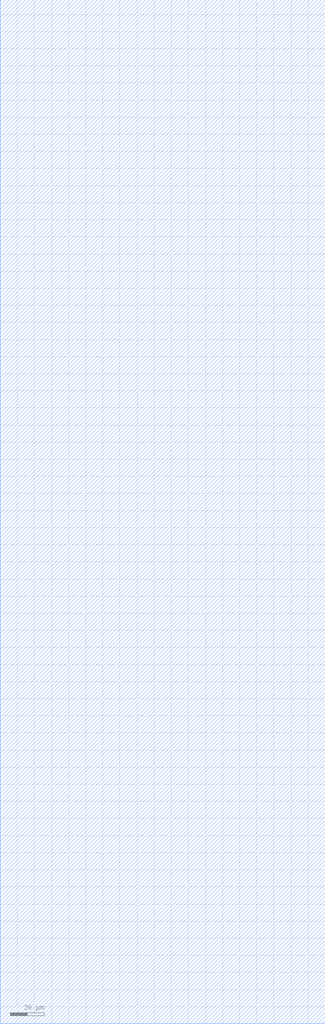
<source format=lef>
VERSION 5.7 ;
NAMESCASESENSITIVE ON ;
BUSBITCHARS "[]" ;
DIVIDERCHAR "/" ;

UNITS
  DATABASE MICRONS	2000 ;
END UNITS

MANUFACTURINGGRID	0.0025 ;

SITE core
  SIZE 0.19 BY 1.71 ;
  CLASS CORE ;
END core

LAYER metal1
  TYPE ROUTING ;
  DIRECTION HORIZONTAL ;
  PITCH 0.19 ;
  WIDTH 0.065 ;
END metal1

LAYER metal2
  TYPE ROUTING ;
  DIRECTION VERTICAL ;
  PITCH 0.19 ;
  WIDTH 0.07 ;
END metal2

LAYER metal3
  TYPE ROUTING ;
  DIRECTION HORIZONTAL ;
  PITCH 0.19 ;
  WIDTH 0.07 ;
END metal3

LAYER metal4
  TYPE ROUTING ;
  DIRECTION VERTICAL ;
  PITCH 0.285 ;
  WIDTH 0.14 ;
END metal4

MACRO in01s01
    CLASS CORE ;
    FOREIGN in01s01 0.000 0.000 ;
    ORIGIN 0.000 0.000 ;
    SIZE 0.760 BY 1.71 ;
    SYMMETRY X Y ;
    SITE core ;
    PIN o
        DIRECTION OUTPUT ;
        PORT
        LAYER metal1 ;
        RECT 0.465 0.150 0.53 1.255 ;
        RECT 0.415 0.150 0.61 0.28 ;
        END
    END o
    PIN a
        DIRECTION INPUT ;
        PORT
        LAYER metal1 ;
        RECT 0.210 0.340 0.34 0.405 ;
        END
    END a
END in01s01

MACRO in01s02
    CLASS CORE ;
    FOREIGN in01s02 0.000 0.000 ;
    ORIGIN 0.000 0.000 ;
    SIZE 1.520 BY 1.71 ;
    SYMMETRY X Y ;
    SITE core ;
    PIN o
        DIRECTION OUTPUT ;
        PORT
        LAYER metal1 ;
        RECT 0.925 0.150 1.12 1.255 ;
        RECT 0.835 0.150 1.225 0.28 ;
        END
    END o
    PIN a
        DIRECTION INPUT ;
        PORT
        LAYER metal1 ;
        RECT 0.420 0.340 0.68 0.405 ;
        END
    END a
END in01s02

MACRO in01s03
    CLASS CORE ;
    FOREIGN in01s03 0.000 0.000 ;
    ORIGIN 0.000 0.000 ;
    SIZE 1.900 BY 1.71 ;
    SYMMETRY X Y ;
    SITE core ;
    PIN o
        DIRECTION OUTPUT ;
        PORT
        LAYER metal1 ;
        RECT 1.160 0.150 1.355 1.255 ;
        RECT 1.040 0.150 1.495 0.28 ;
        END
    END o
    PIN a
        DIRECTION INPUT ;
        PORT
        LAYER metal1 ;
        RECT 0.525 0.340 0.85 0.405 ;
        END
    END a
END in01s03

MACRO in01s04
    CLASS CORE ;
    FOREIGN in01s04 0.000 0.000 ;
    ORIGIN 0.000 0.000 ;
    SIZE 1.900 BY 1.71 ;
    SYMMETRY X Y ;
    SITE core ;
    PIN o
        DIRECTION OUTPUT ;
        PORT
        LAYER metal1 ;
        RECT 1.160 0.150 1.355 1.255 ;
        RECT 1.040 0.150 1.495 0.28 ;
        END
    END o
    PIN a
        DIRECTION INPUT ;
        PORT
        LAYER metal1 ;
        RECT 0.525 0.340 0.85 0.405 ;
        END
    END a
END in01s04

MACRO in01s06
    CLASS CORE ;
    FOREIGN in01s06 0.000 0.000 ;
    ORIGIN 0.000 0.000 ;
    SIZE 2.280 BY 1.71 ;
    SYMMETRY X Y ;
    SITE core ;
    PIN o
        DIRECTION OUTPUT ;
        PORT
        LAYER metal1 ;
        RECT 1.390 0.150 1.65 1.255 ;
        RECT 1.250 0.150 1.77 0.28 ;
        END
    END o
    PIN a
        DIRECTION INPUT ;
        PORT
        LAYER metal1 ;
        RECT 0.630 0.340 1.02 0.405 ;
        END
    END a
END in01s06

MACRO in01s08
    CLASS CORE ;
    FOREIGN in01s08 0.000 0.000 ;
    ORIGIN 0.000 0.000 ;
    SIZE 2.660 BY 1.71 ;
    SYMMETRY X Y ;
    SITE core ;
    PIN o
        DIRECTION OUTPUT ;
        PORT
        LAYER metal1 ;
        RECT 1.620 0.150 1.945 1.255 ;
        RECT 1.460 0.150 2.11 0.28 ;
        END
    END o
    PIN a
        DIRECTION INPUT ;
        PORT
        LAYER metal1 ;
        RECT 0.735 0.340 1.19 0.405 ;
        END
    END a
END in01s08

MACRO in01s10
    CLASS CORE ;
    FOREIGN in01s10 0.000 0.000 ;
    ORIGIN 0.000 0.000 ;
    SIZE 2.660 BY 1.71 ;
    SYMMETRY X Y ;
    SITE core ;
    PIN o
        DIRECTION OUTPUT ;
        PORT
        LAYER metal1 ;
        RECT 1.620 0.150 1.945 1.255 ;
        RECT 1.460 0.150 2.11 0.28 ;
        END
    END o
    PIN a
        DIRECTION INPUT ;
        PORT
        LAYER metal1 ;
        RECT 0.735 0.340 1.19 0.405 ;
        END
    END a
END in01s10

MACRO in01s20
    CLASS CORE ;
    FOREIGN in01s20 0.000 0.000 ;
    ORIGIN 0.000 0.000 ;
    SIZE 3.800 BY 1.71 ;
    SYMMETRY X Y ;
    SITE core ;
    PIN o
        DIRECTION OUTPUT ;
        PORT
        LAYER metal1 ;
        RECT 2.315 0.150 2.77 1.255 ;
        RECT 2.085 0.150 2.995 0.28 ;
        END
    END o
    PIN a
        DIRECTION INPUT ;
        PORT
        LAYER metal1 ;
        RECT 1.050 0.340 1.7 0.405 ;
        END
    END a
END in01s20

MACRO in01s40
    CLASS CORE ;
    FOREIGN in01s40 0.000 0.000 ;
    ORIGIN 0.000 0.000 ;
    SIZE 4.940 BY 1.71 ;
    SYMMETRY X Y ;
    SITE core ;
    PIN o
        DIRECTION OUTPUT ;
        PORT
        LAYER metal1 ;
        RECT 3.010 0.150 3.595 1.255 ;
        RECT 2.710 0.150 3.88 0.28 ;
        END
    END o
    PIN a
        DIRECTION INPUT ;
        PORT
        LAYER metal1 ;
        RECT 1.365 0.340 2.21 0.405 ;
        END
    END a
END in01s40

MACRO in01s80
    CLASS CORE ;
    FOREIGN in01s80 0.000 0.000 ;
    ORIGIN 0.000 0.000 ;
    SIZE 6.840 BY 1.71 ;
    SYMMETRY X Y ;
    SITE core ;
    PIN o
        DIRECTION OUTPUT ;
        PORT
        LAYER metal1 ;
        RECT 4.170 0.150 4.95 1.255 ;
        RECT 3.750 0.150 5.375 0.28 ;
        END
    END o
    PIN a
        DIRECTION INPUT ;
        PORT
        LAYER metal1 ;
        RECT 1.890 0.340 3.06 0.405 ;
        END
    END a
END in01s80

MACRO in01m01
    CLASS CORE ;
    FOREIGN in01m01 0.000 0.000 ;
    ORIGIN 0.000 0.000 ;
    SIZE 0.760 BY 1.71 ;
    SYMMETRY X Y ;
    SITE core ;
    PIN o
        DIRECTION OUTPUT ;
        PORT
        LAYER metal1 ;
        RECT 0.465 0.150 0.53 1.255 ;
        RECT 0.415 0.150 0.61 0.28 ;
        END
    END o
    PIN a
        DIRECTION INPUT ;
        PORT
        LAYER metal1 ;
        RECT 0.210 0.340 0.34 0.405 ;
        END
    END a
END in01m01

MACRO in01m02
    CLASS CORE ;
    FOREIGN in01m02 0.000 0.000 ;
    ORIGIN 0.000 0.000 ;
    SIZE 1.520 BY 1.71 ;
    SYMMETRY X Y ;
    SITE core ;
    PIN o
        DIRECTION OUTPUT ;
        PORT
        LAYER metal1 ;
        RECT 0.925 0.150 1.12 1.255 ;
        RECT 0.835 0.150 1.225 0.28 ;
        END
    END o
    PIN a
        DIRECTION INPUT ;
        PORT
        LAYER metal1 ;
        RECT 0.420 0.340 0.68 0.405 ;
        END
    END a
END in01m02

MACRO in01m03
    CLASS CORE ;
    FOREIGN in01m03 0.000 0.000 ;
    ORIGIN 0.000 0.000 ;
    SIZE 1.900 BY 1.71 ;
    SYMMETRY X Y ;
    SITE core ;
    PIN o
        DIRECTION OUTPUT ;
        PORT
        LAYER metal1 ;
        RECT 1.160 0.150 1.355 1.255 ;
        RECT 1.040 0.150 1.495 0.28 ;
        END
    END o
    PIN a
        DIRECTION INPUT ;
        PORT
        LAYER metal1 ;
        RECT 0.525 0.340 0.85 0.405 ;
        END
    END a
END in01m03

MACRO in01m04
    CLASS CORE ;
    FOREIGN in01m04 0.000 0.000 ;
    ORIGIN 0.000 0.000 ;
    SIZE 1.900 BY 1.71 ;
    SYMMETRY X Y ;
    SITE core ;
    PIN o
        DIRECTION OUTPUT ;
        PORT
        LAYER metal1 ;
        RECT 1.160 0.150 1.355 1.255 ;
        RECT 1.040 0.150 1.495 0.28 ;
        END
    END o
    PIN a
        DIRECTION INPUT ;
        PORT
        LAYER metal1 ;
        RECT 0.525 0.340 0.85 0.405 ;
        END
    END a
END in01m04

MACRO in01m06
    CLASS CORE ;
    FOREIGN in01m06 0.000 0.000 ;
    ORIGIN 0.000 0.000 ;
    SIZE 2.280 BY 1.71 ;
    SYMMETRY X Y ;
    SITE core ;
    PIN o
        DIRECTION OUTPUT ;
        PORT
        LAYER metal1 ;
        RECT 1.390 0.150 1.65 1.255 ;
        RECT 1.250 0.150 1.77 0.28 ;
        END
    END o
    PIN a
        DIRECTION INPUT ;
        PORT
        LAYER metal1 ;
        RECT 0.630 0.340 1.02 0.405 ;
        END
    END a
END in01m06

MACRO in01m08
    CLASS CORE ;
    FOREIGN in01m08 0.000 0.000 ;
    ORIGIN 0.000 0.000 ;
    SIZE 2.660 BY 1.71 ;
    SYMMETRY X Y ;
    SITE core ;
    PIN o
        DIRECTION OUTPUT ;
        PORT
        LAYER metal1 ;
        RECT 1.620 0.150 1.945 1.255 ;
        RECT 1.460 0.150 2.11 0.28 ;
        END
    END o
    PIN a
        DIRECTION INPUT ;
        PORT
        LAYER metal1 ;
        RECT 0.735 0.340 1.19 0.405 ;
        END
    END a
END in01m08

MACRO in01m10
    CLASS CORE ;
    FOREIGN in01m10 0.000 0.000 ;
    ORIGIN 0.000 0.000 ;
    SIZE 2.660 BY 1.71 ;
    SYMMETRY X Y ;
    SITE core ;
    PIN o
        DIRECTION OUTPUT ;
        PORT
        LAYER metal1 ;
        RECT 1.620 0.150 1.945 1.255 ;
        RECT 1.460 0.150 2.11 0.28 ;
        END
    END o
    PIN a
        DIRECTION INPUT ;
        PORT
        LAYER metal1 ;
        RECT 0.735 0.340 1.19 0.405 ;
        END
    END a
END in01m10

MACRO in01m20
    CLASS CORE ;
    FOREIGN in01m20 0.000 0.000 ;
    ORIGIN 0.000 0.000 ;
    SIZE 3.800 BY 1.71 ;
    SYMMETRY X Y ;
    SITE core ;
    PIN o
        DIRECTION OUTPUT ;
        PORT
        LAYER metal1 ;
        RECT 2.315 0.150 2.77 1.255 ;
        RECT 2.085 0.150 2.995 0.28 ;
        END
    END o
    PIN a
        DIRECTION INPUT ;
        PORT
        LAYER metal1 ;
        RECT 1.050 0.340 1.7 0.405 ;
        END
    END a
END in01m20

MACRO in01m40
    CLASS CORE ;
    FOREIGN in01m40 0.000 0.000 ;
    ORIGIN 0.000 0.000 ;
    SIZE 4.940 BY 1.71 ;
    SYMMETRY X Y ;
    SITE core ;
    PIN o
        DIRECTION OUTPUT ;
        PORT
        LAYER metal1 ;
        RECT 3.010 0.150 3.595 1.255 ;
        RECT 2.710 0.150 3.88 0.28 ;
        END
    END o
    PIN a
        DIRECTION INPUT ;
        PORT
        LAYER metal1 ;
        RECT 1.365 0.340 2.21 0.405 ;
        END
    END a
END in01m40

MACRO in01m80
    CLASS CORE ;
    FOREIGN in01m80 0.000 0.000 ;
    ORIGIN 0.000 0.000 ;
    SIZE 6.840 BY 1.71 ;
    SYMMETRY X Y ;
    SITE core ;
    PIN o
        DIRECTION OUTPUT ;
        PORT
        LAYER metal1 ;
        RECT 4.170 0.150 4.95 1.255 ;
        RECT 3.750 0.150 5.375 0.28 ;
        END
    END o
    PIN a
        DIRECTION INPUT ;
        PORT
        LAYER metal1 ;
        RECT 1.890 0.340 3.06 0.405 ;
        END
    END a
END in01m80

MACRO in01f01
    CLASS CORE ;
    FOREIGN in01f01 0.000 0.000 ;
    ORIGIN 0.000 0.000 ;
    SIZE 0.760 BY 1.71 ;
    SYMMETRY X Y ;
    SITE core ;
    PIN o
        DIRECTION OUTPUT ;
        PORT
        LAYER metal1 ;
        RECT 0.465 0.150 0.53 1.255 ;
        RECT 0.415 0.150 0.61 0.28 ;
        END
    END o
    PIN a
        DIRECTION INPUT ;
        PORT
        LAYER metal1 ;
        RECT 0.210 0.340 0.34 0.405 ;
        END
    END a
END in01f01

MACRO in01f02
    CLASS CORE ;
    FOREIGN in01f02 0.000 0.000 ;
    ORIGIN 0.000 0.000 ;
    SIZE 1.520 BY 1.71 ;
    SYMMETRY X Y ;
    SITE core ;
    PIN o
        DIRECTION OUTPUT ;
        PORT
        LAYER metal1 ;
        RECT 0.925 0.150 1.12 1.255 ;
        RECT 0.835 0.150 1.225 0.28 ;
        END
    END o
    PIN a
        DIRECTION INPUT ;
        PORT
        LAYER metal1 ;
        RECT 0.420 0.340 0.68 0.405 ;
        END
    END a
END in01f02

MACRO in01f03
    CLASS CORE ;
    FOREIGN in01f03 0.000 0.000 ;
    ORIGIN 0.000 0.000 ;
    SIZE 1.900 BY 1.71 ;
    SYMMETRY X Y ;
    SITE core ;
    PIN o
        DIRECTION OUTPUT ;
        PORT
        LAYER metal1 ;
        RECT 1.160 0.150 1.355 1.255 ;
        RECT 1.040 0.150 1.495 0.28 ;
        END
    END o
    PIN a
        DIRECTION INPUT ;
        PORT
        LAYER metal1 ;
        RECT 0.525 0.340 0.85 0.405 ;
        END
    END a
END in01f03

MACRO in01f04
    CLASS CORE ;
    FOREIGN in01f04 0.000 0.000 ;
    ORIGIN 0.000 0.000 ;
    SIZE 1.900 BY 1.71 ;
    SYMMETRY X Y ;
    SITE core ;
    PIN o
        DIRECTION OUTPUT ;
        PORT
        LAYER metal1 ;
        RECT 1.160 0.150 1.355 1.255 ;
        RECT 1.040 0.150 1.495 0.28 ;
        END
    END o
    PIN a
        DIRECTION INPUT ;
        PORT
        LAYER metal1 ;
        RECT 0.525 0.340 0.85 0.405 ;
        END
    END a
END in01f04

MACRO in01f06
    CLASS CORE ;
    FOREIGN in01f06 0.000 0.000 ;
    ORIGIN 0.000 0.000 ;
    SIZE 2.280 BY 1.71 ;
    SYMMETRY X Y ;
    SITE core ;
    PIN o
        DIRECTION OUTPUT ;
        PORT
        LAYER metal1 ;
        RECT 1.390 0.150 1.65 1.255 ;
        RECT 1.250 0.150 1.77 0.28 ;
        END
    END o
    PIN a
        DIRECTION INPUT ;
        PORT
        LAYER metal1 ;
        RECT 0.630 0.340 1.02 0.405 ;
        END
    END a
END in01f06

MACRO in01f08
    CLASS CORE ;
    FOREIGN in01f08 0.000 0.000 ;
    ORIGIN 0.000 0.000 ;
    SIZE 2.660 BY 1.71 ;
    SYMMETRY X Y ;
    SITE core ;
    PIN o
        DIRECTION OUTPUT ;
        PORT
        LAYER metal1 ;
        RECT 1.620 0.150 1.945 1.255 ;
        RECT 1.460 0.150 2.11 0.28 ;
        END
    END o
    PIN a
        DIRECTION INPUT ;
        PORT
        LAYER metal1 ;
        RECT 0.735 0.340 1.19 0.405 ;
        END
    END a
END in01f08

MACRO in01f10
    CLASS CORE ;
    FOREIGN in01f10 0.000 0.000 ;
    ORIGIN 0.000 0.000 ;
    SIZE 2.660 BY 1.71 ;
    SYMMETRY X Y ;
    SITE core ;
    PIN o
        DIRECTION OUTPUT ;
        PORT
        LAYER metal1 ;
        RECT 1.620 0.150 1.945 1.255 ;
        RECT 1.460 0.150 2.11 0.28 ;
        END
    END o
    PIN a
        DIRECTION INPUT ;
        PORT
        LAYER metal1 ;
        RECT 0.735 0.340 1.19 0.405 ;
        END
    END a
END in01f10

MACRO in01f20
    CLASS CORE ;
    FOREIGN in01f20 0.000 0.000 ;
    ORIGIN 0.000 0.000 ;
    SIZE 3.800 BY 1.71 ;
    SYMMETRY X Y ;
    SITE core ;
    PIN o
        DIRECTION OUTPUT ;
        PORT
        LAYER metal1 ;
        RECT 2.315 0.150 2.77 1.255 ;
        RECT 2.085 0.150 2.995 0.28 ;
        END
    END o
    PIN a
        DIRECTION INPUT ;
        PORT
        LAYER metal1 ;
        RECT 1.050 0.340 1.7 0.405 ;
        END
    END a
END in01f20

MACRO in01f40
    CLASS CORE ;
    FOREIGN in01f40 0.000 0.000 ;
    ORIGIN 0.000 0.000 ;
    SIZE 4.940 BY 1.71 ;
    SYMMETRY X Y ;
    SITE core ;
    PIN o
        DIRECTION OUTPUT ;
        PORT
        LAYER metal1 ;
        RECT 3.010 0.150 3.595 1.255 ;
        RECT 2.710 0.150 3.88 0.28 ;
        END
    END o
    PIN a
        DIRECTION INPUT ;
        PORT
        LAYER metal1 ;
        RECT 1.365 0.340 2.21 0.405 ;
        END
    END a
END in01f40

MACRO in01f80
    CLASS CORE ;
    FOREIGN in01f80 0.000 0.000 ;
    ORIGIN 0.000 0.000 ;
    SIZE 6.840 BY 1.71 ;
    SYMMETRY X Y ;
    SITE core ;
    PIN o
        DIRECTION OUTPUT ;
        PORT
        LAYER metal1 ;
        RECT 4.170 0.150 4.95 1.255 ;
        RECT 3.750 0.150 5.375 0.28 ;
        END
    END o
    PIN a
        DIRECTION INPUT ;
        PORT
        LAYER metal1 ;
        RECT 1.890 0.340 3.06 0.405 ;
        END
    END a
END in01f80

MACRO na02s01
    CLASS CORE ;
    FOREIGN na02s01 0.000 0.000 ;
    ORIGIN 0.000 0.000 ;
    SIZE 1.140 BY 1.71 ;
    SYMMETRY X Y ;
    SITE core ;
    PIN o
        DIRECTION OUTPUT ;
        PORT
        LAYER metal1 ;
        RECT 0.450 0.110 0.58 1.215 ;
        RECT 0.430 0.725 0.625 1.245 ;
        RECT 0.450 0.110 0.905 0.175 ;
        RECT 0.805 0.110 0.935 0.5 ;
        END
    END o
    PIN a
        DIRECTION INPUT ;
        PORT
        LAYER metal1 ;
        RECT 0.070 0.535 0.33 0.665 ;
        END
    END a
    PIN b
        DIRECTION INPUT ;
        PORT
        LAYER metal1 ;
        RECT 0.645 0.540 0.905 0.67 ;
        END
    END b
END na02s01

MACRO na02s02
    CLASS CORE ;
    FOREIGN na02s02 0.000 0.000 ;
    ORIGIN 0.000 0.000 ;
    SIZE 2.660 BY 1.71 ;
    SYMMETRY X Y ;
    SITE core ;
    PIN o
        DIRECTION OUTPUT ;
        PORT
        LAYER metal1 ;
        RECT 1.050 0.110 1.31 1.215 ;
        RECT 1.000 0.725 1.455 1.245 ;
        RECT 1.050 0.110 2.09 0.175 ;
        RECT 1.875 0.110 2.135 0.5 ;
        END
    END o
    PIN a
        DIRECTION INPUT ;
        PORT
        LAYER metal1 ;
        RECT 0.160 0.535 0.81 0.665 ;
        END
    END a
    PIN b
        DIRECTION INPUT ;
        PORT
        LAYER metal1 ;
        RECT 1.505 0.540 2.09 0.67 ;
        END
    END b
END na02s02

MACRO na02s03
    CLASS CORE ;
    FOREIGN na02s03 0.000 0.000 ;
    ORIGIN 0.000 0.000 ;
    SIZE 3.420 BY 1.71 ;
    SYMMETRY X Y ;
    SITE core ;
    PIN o
        DIRECTION OUTPUT ;
        PORT
        LAYER metal1 ;
        RECT 1.350 0.110 1.675 1.215 ;
        RECT 1.285 0.725 1.87 1.245 ;
        RECT 1.350 0.110 2.715 0.175 ;
        RECT 2.410 0.110 2.735 0.5 ;
        END
    END o
    PIN a
        DIRECTION INPUT ;
        PORT
        LAYER metal1 ;
        RECT 0.205 0.535 1.05 0.665 ;
        END
    END a
    PIN b
        DIRECTION INPUT ;
        PORT
        LAYER metal1 ;
        RECT 1.935 0.540 2.715 0.67 ;
        END
    END b
END na02s03

MACRO na02s04
    CLASS CORE ;
    FOREIGN na02s04 0.000 0.000 ;
    ORIGIN 0.000 0.000 ;
    SIZE 3.800 BY 1.71 ;
    SYMMETRY X Y ;
    SITE core ;
    PIN o
        DIRECTION OUTPUT ;
        PORT
        LAYER metal1 ;
        RECT 1.500 0.110 1.825 1.215 ;
        RECT 1.425 0.725 2.075 1.245 ;
        RECT 1.500 0.110 2.995 0.175 ;
        RECT 2.675 0.110 3.0 0.5 ;
        END
    END o
    PIN a
        DIRECTION INPUT ;
        PORT
        LAYER metal1 ;
        RECT 0.225 0.535 1.2 0.665 ;
        END
    END a
    PIN b
        DIRECTION INPUT ;
        PORT
        LAYER metal1 ;
        RECT 2.150 0.540 2.995 0.67 ;
        END
    END b
END na02s04

MACRO na02s06
    CLASS CORE ;
    FOREIGN na02s06 0.000 0.000 ;
    ORIGIN 0.000 0.000 ;
    SIZE 4.560 BY 1.71 ;
    SYMMETRY X Y ;
    SITE core ;
    PIN o
        DIRECTION OUTPUT ;
        PORT
        LAYER metal1 ;
        RECT 1.800 0.110 2.19 1.215 ;
        RECT 1.710 0.725 2.49 1.245 ;
        RECT 1.800 0.110 3.62 0.175 ;
        RECT 3.210 0.110 3.6 0.5 ;
        END
    END o
    PIN a
        DIRECTION INPUT ;
        PORT
        LAYER metal1 ;
        RECT 0.270 0.535 1.44 0.665 ;
        END
    END a
    PIN b
        DIRECTION INPUT ;
        PORT
        LAYER metal1 ;
        RECT 2.580 0.540 3.62 0.67 ;
        END
    END b
END na02s06

MACRO na02s08
    CLASS CORE ;
    FOREIGN na02s08 0.000 0.000 ;
    ORIGIN 0.000 0.000 ;
    SIZE 4.940 BY 1.71 ;
    SYMMETRY X Y ;
    SITE core ;
    PIN o
        DIRECTION OUTPUT ;
        PORT
        LAYER metal1 ;
        RECT 1.950 0.110 2.405 1.215 ;
        RECT 1.855 0.725 2.7 1.245 ;
        RECT 1.950 0.110 3.9 0.175 ;
        RECT 3.480 0.110 3.935 0.5 ;
        END
    END o
    PIN a
        DIRECTION INPUT ;
        PORT
        LAYER metal1 ;
        RECT 0.290 0.535 1.525 0.665 ;
        END
    END a
    PIN b
        DIRECTION INPUT ;
        PORT
        LAYER metal1 ;
        RECT 2.795 0.540 3.9 0.67 ;
        END
    END b
END na02s08

MACRO na02s10
    CLASS CORE ;
    FOREIGN na02s10 0.000 0.000 ;
    ORIGIN 0.000 0.000 ;
    SIZE 5.700 BY 1.71 ;
    SYMMETRY X Y ;
    SITE core ;
    PIN o
        DIRECTION OUTPUT ;
        PORT
        LAYER metal1 ;
        RECT 2.250 0.110 2.77 1.215 ;
        RECT 2.140 0.725 3.18 1.245 ;
        RECT 2.250 0.110 4.525 0.175 ;
        RECT 4.015 0.110 4.535 0.5 ;
        END
    END o
    PIN a
        DIRECTION INPUT ;
        PORT
        LAYER metal1 ;
        RECT 0.340 0.535 1.77 0.665 ;
        END
    END a
    PIN b
        DIRECTION INPUT ;
        PORT
        LAYER metal1 ;
        RECT 3.225 0.540 4.525 0.67 ;
        END
    END b
END na02s10

MACRO na02s20
    CLASS CORE ;
    FOREIGN na02s20 0.000 0.000 ;
    ORIGIN 0.000 0.000 ;
    SIZE 7.600 BY 1.71 ;
    SYMMETRY X Y ;
    SITE core ;
    PIN o
        DIRECTION OUTPUT ;
        PORT
        LAYER metal1 ;
        RECT 3.000 0.110 3.65 1.215 ;
        RECT 2.850 0.725 4.215 1.245 ;
        RECT 3.000 0.110 5.99 0.175 ;
        RECT 5.350 0.110 6.0 0.5 ;
        END
    END o
    PIN a
        DIRECTION INPUT ;
        PORT
        LAYER metal1 ;
        RECT 0.450 0.535 2.335 0.665 ;
        END
    END a
    PIN b
        DIRECTION INPUT ;
        PORT
        LAYER metal1 ;
        RECT 4.300 0.540 6.055 0.67 ;
        END
    END b
END na02s20

MACRO na02s40
    CLASS CORE ;
    FOREIGN na02s40 0.000 0.000 ;
    ORIGIN 0.000 0.000 ;
    SIZE 10.640 BY 1.71 ;
    SYMMETRY X Y ;
    SITE core ;
    PIN o
        DIRECTION OUTPUT ;
        PORT
        LAYER metal1 ;
        RECT 4.200 0.110 5.11 1.215 ;
        RECT 3.990 0.725 5.875 1.245 ;
        RECT 4.200 0.110 8.425 0.175 ;
        RECT 7.490 0.110 8.4 0.5 ;
        END
    END o
    PIN a
        DIRECTION INPUT ;
        PORT
        LAYER metal1 ;
        RECT 0.630 0.535 3.295 0.665 ;
        END
    END a
    PIN b
        DIRECTION INPUT ;
        PORT
        LAYER metal1 ;
        RECT 6.020 0.540 8.425 0.67 ;
        END
    END b
END na02s40

MACRO na02s80
    CLASS CORE ;
    FOREIGN na02s80 0.000 0.000 ;
    ORIGIN 0.000 0.000 ;
    SIZE 14.440 BY 1.71 ;
    SYMMETRY X Y ;
    SITE core ;
    PIN o
        DIRECTION OUTPUT ;
        PORT
        LAYER metal1 ;
        RECT 5.700 0.110 6.935 1.215 ;
        RECT 5.415 0.725 7.95 1.245 ;
        RECT 5.700 0.110 11.42 0.175 ;
        RECT 10.165 0.110 11.4 0.5 ;
        END
    END o
    PIN a
        DIRECTION INPUT ;
        PORT
        LAYER metal1 ;
        RECT 0.855 0.535 4.495 0.665 ;
        END
    END a
    PIN b
        DIRECTION INPUT ;
        PORT
        LAYER metal1 ;
        RECT 8.170 0.540 11.42 0.67 ;
        END
    END b
END na02s80

MACRO na02m01
    CLASS CORE ;
    FOREIGN na02m01 0.000 0.000 ;
    ORIGIN 0.000 0.000 ;
    SIZE 1.140 BY 1.71 ;
    SYMMETRY X Y ;
    SITE core ;
    PIN o
        DIRECTION OUTPUT ;
        PORT
        LAYER metal1 ;
        RECT 0.450 0.110 0.58 1.215 ;
        RECT 0.430 0.725 0.625 1.245 ;
        RECT 0.450 0.110 0.905 0.175 ;
        RECT 0.805 0.110 0.935 0.5 ;
        END
    END o
    PIN a
        DIRECTION INPUT ;
        PORT
        LAYER metal1 ;
        RECT 0.070 0.535 0.33 0.665 ;
        END
    END a
    PIN b
        DIRECTION INPUT ;
        PORT
        LAYER metal1 ;
        RECT 0.645 0.540 0.905 0.67 ;
        END
    END b
END na02m01

MACRO na02m02
    CLASS CORE ;
    FOREIGN na02m02 0.000 0.000 ;
    ORIGIN 0.000 0.000 ;
    SIZE 2.660 BY 1.71 ;
    SYMMETRY X Y ;
    SITE core ;
    PIN o
        DIRECTION OUTPUT ;
        PORT
        LAYER metal1 ;
        RECT 1.050 0.110 1.31 1.215 ;
        RECT 1.000 0.725 1.455 1.245 ;
        RECT 1.050 0.110 2.09 0.175 ;
        RECT 1.875 0.110 2.135 0.5 ;
        END
    END o
    PIN a
        DIRECTION INPUT ;
        PORT
        LAYER metal1 ;
        RECT 0.160 0.535 0.81 0.665 ;
        END
    END a
    PIN b
        DIRECTION INPUT ;
        PORT
        LAYER metal1 ;
        RECT 1.505 0.540 2.09 0.67 ;
        END
    END b
END na02m02

MACRO na02m03
    CLASS CORE ;
    FOREIGN na02m03 0.000 0.000 ;
    ORIGIN 0.000 0.000 ;
    SIZE 3.420 BY 1.71 ;
    SYMMETRY X Y ;
    SITE core ;
    PIN o
        DIRECTION OUTPUT ;
        PORT
        LAYER metal1 ;
        RECT 1.350 0.110 1.675 1.215 ;
        RECT 1.285 0.725 1.87 1.245 ;
        RECT 1.350 0.110 2.715 0.175 ;
        RECT 2.410 0.110 2.735 0.5 ;
        END
    END o
    PIN a
        DIRECTION INPUT ;
        PORT
        LAYER metal1 ;
        RECT 0.205 0.535 1.05 0.665 ;
        END
    END a
    PIN b
        DIRECTION INPUT ;
        PORT
        LAYER metal1 ;
        RECT 1.935 0.540 2.715 0.67 ;
        END
    END b
END na02m03

MACRO na02m04
    CLASS CORE ;
    FOREIGN na02m04 0.000 0.000 ;
    ORIGIN 0.000 0.000 ;
    SIZE 3.800 BY 1.71 ;
    SYMMETRY X Y ;
    SITE core ;
    PIN o
        DIRECTION OUTPUT ;
        PORT
        LAYER metal1 ;
        RECT 1.500 0.110 1.825 1.215 ;
        RECT 1.425 0.725 2.075 1.245 ;
        RECT 1.500 0.110 2.995 0.175 ;
        RECT 2.675 0.110 3.0 0.5 ;
        END
    END o
    PIN a
        DIRECTION INPUT ;
        PORT
        LAYER metal1 ;
        RECT 0.225 0.535 1.2 0.665 ;
        END
    END a
    PIN b
        DIRECTION INPUT ;
        PORT
        LAYER metal1 ;
        RECT 2.150 0.540 2.995 0.67 ;
        END
    END b
END na02m04

MACRO na02m06
    CLASS CORE ;
    FOREIGN na02m06 0.000 0.000 ;
    ORIGIN 0.000 0.000 ;
    SIZE 4.560 BY 1.71 ;
    SYMMETRY X Y ;
    SITE core ;
    PIN o
        DIRECTION OUTPUT ;
        PORT
        LAYER metal1 ;
        RECT 1.800 0.110 2.19 1.215 ;
        RECT 1.710 0.725 2.49 1.245 ;
        RECT 1.800 0.110 3.62 0.175 ;
        RECT 3.210 0.110 3.6 0.5 ;
        END
    END o
    PIN a
        DIRECTION INPUT ;
        PORT
        LAYER metal1 ;
        RECT 0.270 0.535 1.44 0.665 ;
        END
    END a
    PIN b
        DIRECTION INPUT ;
        PORT
        LAYER metal1 ;
        RECT 2.580 0.540 3.62 0.67 ;
        END
    END b
END na02m06

MACRO na02m08
    CLASS CORE ;
    FOREIGN na02m08 0.000 0.000 ;
    ORIGIN 0.000 0.000 ;
    SIZE 4.940 BY 1.71 ;
    SYMMETRY X Y ;
    SITE core ;
    PIN o
        DIRECTION OUTPUT ;
        PORT
        LAYER metal1 ;
        RECT 1.950 0.110 2.405 1.215 ;
        RECT 1.855 0.725 2.7 1.245 ;
        RECT 1.950 0.110 3.9 0.175 ;
        RECT 3.480 0.110 3.935 0.5 ;
        END
    END o
    PIN a
        DIRECTION INPUT ;
        PORT
        LAYER metal1 ;
        RECT 0.290 0.535 1.525 0.665 ;
        END
    END a
    PIN b
        DIRECTION INPUT ;
        PORT
        LAYER metal1 ;
        RECT 2.795 0.540 3.9 0.67 ;
        END
    END b
END na02m08

MACRO na02m10
    CLASS CORE ;
    FOREIGN na02m10 0.000 0.000 ;
    ORIGIN 0.000 0.000 ;
    SIZE 5.700 BY 1.71 ;
    SYMMETRY X Y ;
    SITE core ;
    PIN o
        DIRECTION OUTPUT ;
        PORT
        LAYER metal1 ;
        RECT 2.250 0.110 2.77 1.215 ;
        RECT 2.140 0.725 3.18 1.245 ;
        RECT 2.250 0.110 4.525 0.175 ;
        RECT 4.015 0.110 4.535 0.5 ;
        END
    END o
    PIN a
        DIRECTION INPUT ;
        PORT
        LAYER metal1 ;
        RECT 0.340 0.535 1.77 0.665 ;
        END
    END a
    PIN b
        DIRECTION INPUT ;
        PORT
        LAYER metal1 ;
        RECT 3.225 0.540 4.525 0.67 ;
        END
    END b
END na02m10

MACRO na02m20
    CLASS CORE ;
    FOREIGN na02m20 0.000 0.000 ;
    ORIGIN 0.000 0.000 ;
    SIZE 7.600 BY 1.71 ;
    SYMMETRY X Y ;
    SITE core ;
    PIN o
        DIRECTION OUTPUT ;
        PORT
        LAYER metal1 ;
        RECT 3.000 0.110 3.65 1.215 ;
        RECT 2.850 0.725 4.215 1.245 ;
        RECT 3.000 0.110 5.99 0.175 ;
        RECT 5.350 0.110 6.0 0.5 ;
        END
    END o
    PIN a
        DIRECTION INPUT ;
        PORT
        LAYER metal1 ;
        RECT 0.450 0.535 2.335 0.665 ;
        END
    END a
    PIN b
        DIRECTION INPUT ;
        PORT
        LAYER metal1 ;
        RECT 4.300 0.540 6.055 0.67 ;
        END
    END b
END na02m20

MACRO na02m40
    CLASS CORE ;
    FOREIGN na02m40 0.000 0.000 ;
    ORIGIN 0.000 0.000 ;
    SIZE 10.640 BY 1.71 ;
    SYMMETRY X Y ;
    SITE core ;
    PIN o
        DIRECTION OUTPUT ;
        PORT
        LAYER metal1 ;
        RECT 4.200 0.110 5.11 1.215 ;
        RECT 3.990 0.725 5.875 1.245 ;
        RECT 4.200 0.110 8.425 0.175 ;
        RECT 7.490 0.110 8.4 0.5 ;
        END
    END o
    PIN a
        DIRECTION INPUT ;
        PORT
        LAYER metal1 ;
        RECT 0.630 0.535 3.295 0.665 ;
        END
    END a
    PIN b
        DIRECTION INPUT ;
        PORT
        LAYER metal1 ;
        RECT 6.020 0.540 8.425 0.67 ;
        END
    END b
END na02m40

MACRO na02m80
    CLASS CORE ;
    FOREIGN na02m80 0.000 0.000 ;
    ORIGIN 0.000 0.000 ;
    SIZE 14.440 BY 1.71 ;
    SYMMETRY X Y ;
    SITE core ;
    PIN o
        DIRECTION OUTPUT ;
        PORT
        LAYER metal1 ;
        RECT 5.700 0.110 6.935 1.215 ;
        RECT 5.415 0.725 7.95 1.245 ;
        RECT 5.700 0.110 11.42 0.175 ;
        RECT 10.165 0.110 11.4 0.5 ;
        END
    END o
    PIN a
        DIRECTION INPUT ;
        PORT
        LAYER metal1 ;
        RECT 0.855 0.535 4.495 0.665 ;
        END
    END a
    PIN b
        DIRECTION INPUT ;
        PORT
        LAYER metal1 ;
        RECT 8.170 0.540 11.42 0.67 ;
        END
    END b
END na02m80

MACRO na02f01
    CLASS CORE ;
    FOREIGN na02f01 0.000 0.000 ;
    ORIGIN 0.000 0.000 ;
    SIZE 1.140 BY 1.71 ;
    SYMMETRY X Y ;
    SITE core ;
    PIN o
        DIRECTION OUTPUT ;
        PORT
        LAYER metal1 ;
        RECT 0.450 0.110 0.58 1.215 ;
        RECT 0.430 0.725 0.625 1.245 ;
        RECT 0.450 0.110 0.905 0.175 ;
        RECT 0.805 0.110 0.935 0.5 ;
        END
    END o
    PIN a
        DIRECTION INPUT ;
        PORT
        LAYER metal1 ;
        RECT 0.070 0.535 0.33 0.665 ;
        END
    END a
    PIN b
        DIRECTION INPUT ;
        PORT
        LAYER metal1 ;
        RECT 0.645 0.540 0.905 0.67 ;
        END
    END b
END na02f01

MACRO na02f02
    CLASS CORE ;
    FOREIGN na02f02 0.000 0.000 ;
    ORIGIN 0.000 0.000 ;
    SIZE 2.660 BY 1.71 ;
    SYMMETRY X Y ;
    SITE core ;
    PIN o
        DIRECTION OUTPUT ;
        PORT
        LAYER metal1 ;
        RECT 1.050 0.110 1.31 1.215 ;
        RECT 1.000 0.725 1.455 1.245 ;
        RECT 1.050 0.110 2.09 0.175 ;
        RECT 1.875 0.110 2.135 0.5 ;
        END
    END o
    PIN a
        DIRECTION INPUT ;
        PORT
        LAYER metal1 ;
        RECT 0.160 0.535 0.81 0.665 ;
        END
    END a
    PIN b
        DIRECTION INPUT ;
        PORT
        LAYER metal1 ;
        RECT 1.505 0.540 2.09 0.67 ;
        END
    END b
END na02f02

MACRO na02f03
    CLASS CORE ;
    FOREIGN na02f03 0.000 0.000 ;
    ORIGIN 0.000 0.000 ;
    SIZE 3.420 BY 1.71 ;
    SYMMETRY X Y ;
    SITE core ;
    PIN o
        DIRECTION OUTPUT ;
        PORT
        LAYER metal1 ;
        RECT 1.350 0.110 1.675 1.215 ;
        RECT 1.285 0.725 1.87 1.245 ;
        RECT 1.350 0.110 2.715 0.175 ;
        RECT 2.410 0.110 2.735 0.5 ;
        END
    END o
    PIN a
        DIRECTION INPUT ;
        PORT
        LAYER metal1 ;
        RECT 0.205 0.535 1.05 0.665 ;
        END
    END a
    PIN b
        DIRECTION INPUT ;
        PORT
        LAYER metal1 ;
        RECT 1.935 0.540 2.715 0.67 ;
        END
    END b
END na02f03

MACRO na02f04
    CLASS CORE ;
    FOREIGN na02f04 0.000 0.000 ;
    ORIGIN 0.000 0.000 ;
    SIZE 3.800 BY 1.71 ;
    SYMMETRY X Y ;
    SITE core ;
    PIN o
        DIRECTION OUTPUT ;
        PORT
        LAYER metal1 ;
        RECT 1.500 0.110 1.825 1.215 ;
        RECT 1.425 0.725 2.075 1.245 ;
        RECT 1.500 0.110 2.995 0.175 ;
        RECT 2.675 0.110 3.0 0.5 ;
        END
    END o
    PIN a
        DIRECTION INPUT ;
        PORT
        LAYER metal1 ;
        RECT 0.225 0.535 1.2 0.665 ;
        END
    END a
    PIN b
        DIRECTION INPUT ;
        PORT
        LAYER metal1 ;
        RECT 2.150 0.540 2.995 0.67 ;
        END
    END b
END na02f04

MACRO na02f06
    CLASS CORE ;
    FOREIGN na02f06 0.000 0.000 ;
    ORIGIN 0.000 0.000 ;
    SIZE 4.560 BY 1.71 ;
    SYMMETRY X Y ;
    SITE core ;
    PIN o
        DIRECTION OUTPUT ;
        PORT
        LAYER metal1 ;
        RECT 1.800 0.110 2.19 1.215 ;
        RECT 1.710 0.725 2.49 1.245 ;
        RECT 1.800 0.110 3.62 0.175 ;
        RECT 3.210 0.110 3.6 0.5 ;
        END
    END o
    PIN a
        DIRECTION INPUT ;
        PORT
        LAYER metal1 ;
        RECT 0.270 0.535 1.44 0.665 ;
        END
    END a
    PIN b
        DIRECTION INPUT ;
        PORT
        LAYER metal1 ;
        RECT 2.580 0.540 3.62 0.67 ;
        END
    END b
END na02f06

MACRO na02f08
    CLASS CORE ;
    FOREIGN na02f08 0.000 0.000 ;
    ORIGIN 0.000 0.000 ;
    SIZE 4.940 BY 1.71 ;
    SYMMETRY X Y ;
    SITE core ;
    PIN o
        DIRECTION OUTPUT ;
        PORT
        LAYER metal1 ;
        RECT 1.950 0.110 2.405 1.215 ;
        RECT 1.855 0.725 2.7 1.245 ;
        RECT 1.950 0.110 3.9 0.175 ;
        RECT 3.480 0.110 3.935 0.5 ;
        END
    END o
    PIN a
        DIRECTION INPUT ;
        PORT
        LAYER metal1 ;
        RECT 0.290 0.535 1.525 0.665 ;
        END
    END a
    PIN b
        DIRECTION INPUT ;
        PORT
        LAYER metal1 ;
        RECT 2.795 0.540 3.9 0.67 ;
        END
    END b
END na02f08

MACRO na02f10
    CLASS CORE ;
    FOREIGN na02f10 0.000 0.000 ;
    ORIGIN 0.000 0.000 ;
    SIZE 5.700 BY 1.71 ;
    SYMMETRY X Y ;
    SITE core ;
    PIN o
        DIRECTION OUTPUT ;
        PORT
        LAYER metal1 ;
        RECT 2.250 0.110 2.77 1.215 ;
        RECT 2.140 0.725 3.18 1.245 ;
        RECT 2.250 0.110 4.525 0.175 ;
        RECT 4.015 0.110 4.535 0.5 ;
        END
    END o
    PIN a
        DIRECTION INPUT ;
        PORT
        LAYER metal1 ;
        RECT 0.340 0.535 1.77 0.665 ;
        END
    END a
    PIN b
        DIRECTION INPUT ;
        PORT
        LAYER metal1 ;
        RECT 3.225 0.540 4.525 0.67 ;
        END
    END b
END na02f10

MACRO na02f20
    CLASS CORE ;
    FOREIGN na02f20 0.000 0.000 ;
    ORIGIN 0.000 0.000 ;
    SIZE 7.600 BY 1.71 ;
    SYMMETRY X Y ;
    SITE core ;
    PIN o
        DIRECTION OUTPUT ;
        PORT
        LAYER metal1 ;
        RECT 3.000 0.110 3.65 1.215 ;
        RECT 2.850 0.725 4.215 1.245 ;
        RECT 3.000 0.110 5.99 0.175 ;
        RECT 5.350 0.110 6.0 0.5 ;
        END
    END o
    PIN a
        DIRECTION INPUT ;
        PORT
        LAYER metal1 ;
        RECT 0.450 0.535 2.335 0.665 ;
        END
    END a
    PIN b
        DIRECTION INPUT ;
        PORT
        LAYER metal1 ;
        RECT 4.300 0.540 6.055 0.67 ;
        END
    END b
END na02f20

MACRO na02f40
    CLASS CORE ;
    FOREIGN na02f40 0.000 0.000 ;
    ORIGIN 0.000 0.000 ;
    SIZE 10.640 BY 1.71 ;
    SYMMETRY X Y ;
    SITE core ;
    PIN o
        DIRECTION OUTPUT ;
        PORT
        LAYER metal1 ;
        RECT 4.200 0.110 5.11 1.215 ;
        RECT 3.990 0.725 5.875 1.245 ;
        RECT 4.200 0.110 8.425 0.175 ;
        RECT 7.490 0.110 8.4 0.5 ;
        END
    END o
    PIN a
        DIRECTION INPUT ;
        PORT
        LAYER metal1 ;
        RECT 0.630 0.535 3.295 0.665 ;
        END
    END a
    PIN b
        DIRECTION INPUT ;
        PORT
        LAYER metal1 ;
        RECT 6.020 0.540 8.425 0.67 ;
        END
    END b
END na02f40

MACRO na02f80
    CLASS CORE ;
    FOREIGN na02f80 0.000 0.000 ;
    ORIGIN 0.000 0.000 ;
    SIZE 14.440 BY 1.71 ;
    SYMMETRY X Y ;
    SITE core ;
    PIN o
        DIRECTION OUTPUT ;
        PORT
        LAYER metal1 ;
        RECT 5.700 0.110 6.935 1.215 ;
        RECT 5.415 0.725 7.95 1.245 ;
        RECT 5.700 0.110 11.42 0.175 ;
        RECT 10.165 0.110 11.4 0.5 ;
        END
    END o
    PIN a
        DIRECTION INPUT ;
        PORT
        LAYER metal1 ;
        RECT 0.855 0.535 4.495 0.665 ;
        END
    END a
    PIN b
        DIRECTION INPUT ;
        PORT
        LAYER metal1 ;
        RECT 8.170 0.540 11.42 0.67 ;
        END
    END b
END na02f80

MACRO na03s01
    CLASS CORE ;
    FOREIGN na03s01 0.000 0.000 ;
    ORIGIN 0.000 0.000 ;
    SIZE 1.140 BY 1.71 ;
    SYMMETRY X Y ;
    SITE core ;
    PIN o
        DIRECTION OUTPUT ;
        PORT
        LAYER metal1 ;
        RECT 0.415 0.805 0.48 1.26 ;
        RECT 0.415 0.805 0.935 0.87 ;
        RECT 0.875 0.090 0.94 1.26 ;
        END
    END o
    PIN a
        DIRECTION INPUT ;
        PORT
        LAYER metal1 ;
        RECT 0.040 0.630 0.3 0.76 ;
        END
    END a
    PIN b
        DIRECTION INPUT ;
        PORT
        LAYER metal1 ;
        RECT 0.350 0.090 0.545 0.74 ;
        END
    END b
    PIN c
        DIRECTION INPUT ;
        PORT
        LAYER metal1 ;
        RECT 0.640 0.090 0.77 0.74 ;
        END
    END c
END na03s01

MACRO na03s02
    CLASS CORE ;
    FOREIGN na03s02 0.000 0.000 ;
    ORIGIN 0.000 0.000 ;
    SIZE 2.660 BY 1.71 ;
    SYMMETRY X Y ;
    SITE core ;
    PIN o
        DIRECTION OUTPUT ;
        PORT
        LAYER metal1 ;
        RECT 0.975 0.805 1.17 1.26 ;
        RECT 0.975 0.805 2.21 0.87 ;
        RECT 2.035 0.090 2.23 1.26 ;
        END
    END o
    PIN a
        DIRECTION INPUT ;
        PORT
        LAYER metal1 ;
        RECT 0.090 0.630 0.61 0.76 ;
        END
    END a
    PIN b
        DIRECTION INPUT ;
        PORT
        LAYER metal1 ;
        RECT 0.820 0.090 1.34 0.74 ;
        END
    END b
    PIN c
        DIRECTION INPUT ;
        PORT
        LAYER metal1 ;
        RECT 1.490 0.090 1.815 0.74 ;
        END
    END c
END na03s02

MACRO na03s03
    CLASS CORE ;
    FOREIGN na03s03 0.000 0.000 ;
    ORIGIN 0.000 0.000 ;
    SIZE 3.420 BY 1.71 ;
    SYMMETRY X Y ;
    SITE core ;
    PIN o
        DIRECTION OUTPUT ;
        PORT
        LAYER metal1 ;
        RECT 1.250 0.805 1.51 1.26 ;
        RECT 1.250 0.805 2.875 0.87 ;
        RECT 2.620 0.090 2.88 1.26 ;
        END
    END o
    PIN a
        DIRECTION INPUT ;
        PORT
        LAYER metal1 ;
        RECT 0.115 0.630 0.83 0.76 ;
        END
    END a
    PIN b
        DIRECTION INPUT ;
        PORT
        LAYER metal1 ;
        RECT 1.055 0.090 1.705 0.74 ;
        END
    END b
    PIN c
        DIRECTION INPUT ;
        PORT
        LAYER metal1 ;
        RECT 1.915 0.090 2.37 0.74 ;
        END
    END c
END na03s03

MACRO na03s04
    CLASS CORE ;
    FOREIGN na03s04 0.000 0.000 ;
    ORIGIN 0.000 0.000 ;
    SIZE 3.800 BY 1.71 ;
    SYMMETRY X Y ;
    SITE core ;
    PIN o
        DIRECTION OUTPUT ;
        PORT
        LAYER metal1 ;
        RECT 1.390 0.805 1.65 1.26 ;
        RECT 1.390 0.805 3.145 0.87 ;
        RECT 2.910 0.090 3.17 1.26 ;
        END
    END o
    PIN a
        DIRECTION INPUT ;
        PORT
        LAYER metal1 ;
        RECT 0.130 0.630 0.91 0.76 ;
        END
    END a
    PIN b
        DIRECTION INPUT ;
        PORT
        LAYER metal1 ;
        RECT 1.170 0.090 1.885 0.74 ;
        END
    END b
    PIN c
        DIRECTION INPUT ;
        PORT
        LAYER metal1 ;
        RECT 2.130 0.090 2.65 0.74 ;
        END
    END c
END na03s04

MACRO na03s06
    CLASS CORE ;
    FOREIGN na03s06 0.000 0.000 ;
    ORIGIN 0.000 0.000 ;
    SIZE 4.560 BY 1.71 ;
    SYMMETRY X Y ;
    SITE core ;
    PIN o
        DIRECTION OUTPUT ;
        PORT
        LAYER metal1 ;
        RECT 1.670 0.805 1.995 1.26 ;
        RECT 1.670 0.805 3.815 0.87 ;
        RECT 3.490 0.090 3.815 1.26 ;
        END
    END o
    PIN a
        DIRECTION INPUT ;
        PORT
        LAYER metal1 ;
        RECT 0.155 0.630 1.065 0.76 ;
        END
    END a
    PIN b
        DIRECTION INPUT ;
        PORT
        LAYER metal1 ;
        RECT 1.405 0.090 2.25 0.74 ;
        END
    END b
    PIN c
        DIRECTION INPUT ;
        PORT
        LAYER metal1 ;
        RECT 2.555 0.090 3.14 0.74 ;
        END
    END c
END na03s06

MACRO na03s08
    CLASS CORE ;
    FOREIGN na03s08 0.000 0.000 ;
    ORIGIN 0.000 0.000 ;
    SIZE 4.940 BY 1.71 ;
    SYMMETRY X Y ;
    SITE core ;
    PIN o
        DIRECTION OUTPUT ;
        PORT
        LAYER metal1 ;
        RECT 1.805 0.805 2.13 1.26 ;
        RECT 1.805 0.805 4.145 0.87 ;
        RECT 3.785 0.090 4.11 1.26 ;
        END
    END o
    PIN a
        DIRECTION INPUT ;
        PORT
        LAYER metal1 ;
        RECT 0.170 0.630 1.145 0.76 ;
        END
    END a
    PIN b
        DIRECTION INPUT ;
        PORT
        LAYER metal1 ;
        RECT 1.520 0.090 2.43 0.74 ;
        END
    END b
    PIN c
        DIRECTION INPUT ;
        PORT
        LAYER metal1 ;
        RECT 2.770 0.090 3.42 0.74 ;
        END
    END c
END na03s08

MACRO na03s10
    CLASS CORE ;
    FOREIGN na03s10 0.000 0.000 ;
    ORIGIN 0.000 0.000 ;
    SIZE 5.700 BY 1.71 ;
    SYMMETRY X Y ;
    SITE core ;
    PIN o
        DIRECTION OUTPUT ;
        PORT
        LAYER metal1 ;
        RECT 2.085 0.805 2.475 1.26 ;
        RECT 2.085 0.805 4.75 0.87 ;
        RECT 4.365 0.090 4.755 1.26 ;
        END
    END o
    PIN a
        DIRECTION INPUT ;
        PORT
        LAYER metal1 ;
        RECT 0.195 0.630 1.365 0.76 ;
        END
    END a
    PIN b
        DIRECTION INPUT ;
        PORT
        LAYER metal1 ;
        RECT 1.755 0.090 2.795 0.74 ;
        END
    END b
    PIN c
        DIRECTION INPUT ;
        PORT
        LAYER metal1 ;
        RECT 3.195 0.090 3.975 0.74 ;
        END
    END c
END na03s10

MACRO na03s20
    CLASS CORE ;
    FOREIGN na03s20 0.000 0.000 ;
    ORIGIN 0.000 0.000 ;
    SIZE 7.600 BY 1.71 ;
    SYMMETRY X Y ;
    SITE core ;
    PIN o
        DIRECTION OUTPUT ;
        PORT
        LAYER metal1 ;
        RECT 2.780 0.805 3.3 1.26 ;
        RECT 2.780 0.805 6.355 0.87 ;
        RECT 5.820 0.090 6.34 1.26 ;
        END
    END o
    PIN a
        DIRECTION INPUT ;
        PORT
        LAYER metal1 ;
        RECT 0.260 0.630 1.755 0.76 ;
        END
    END a
    PIN b
        DIRECTION INPUT ;
        PORT
        LAYER metal1 ;
        RECT 2.340 0.090 3.77 0.74 ;
        END
    END b
    PIN c
        DIRECTION INPUT ;
        PORT
        LAYER metal1 ;
        RECT 4.260 0.090 5.235 0.74 ;
        END
    END c
END na03s20

MACRO na03s40
    CLASS CORE ;
    FOREIGN na03s40 0.000 0.000 ;
    ORIGIN 0.000 0.000 ;
    SIZE 10.640 BY 1.71 ;
    SYMMETRY X Y ;
    SITE core ;
    PIN o
        DIRECTION OUTPUT ;
        PORT
        LAYER metal1 ;
        RECT 3.890 0.805 4.605 1.26 ;
        RECT 3.890 0.805 8.895 0.87 ;
        RECT 8.150 0.090 8.865 1.26 ;
        END
    END o
    PIN a
        DIRECTION INPUT ;
        PORT
        LAYER metal1 ;
        RECT 0.365 0.630 2.51 0.76 ;
        END
    END a
    PIN b
        DIRECTION INPUT ;
        PORT
        LAYER metal1 ;
        RECT 3.275 0.090 5.225 0.74 ;
        END
    END b
    PIN c
        DIRECTION INPUT ;
        PORT
        LAYER metal1 ;
        RECT 5.965 0.090 7.395 0.74 ;
        END
    END c
END na03s40

MACRO na03s80
    CLASS CORE ;
    FOREIGN na03s80 0.000 0.000 ;
    ORIGIN 0.000 0.000 ;
    SIZE 14.440 BY 1.71 ;
    SYMMETRY X Y ;
    SITE core ;
    PIN o
        DIRECTION OUTPUT ;
        PORT
        LAYER metal1 ;
        RECT 5.280 0.805 6.255 1.26 ;
        RECT 5.280 0.805 12.04 0.87 ;
        RECT 11.060 0.090 12.035 1.26 ;
        END
    END o
    PIN a
        DIRECTION INPUT ;
        PORT
        LAYER metal1 ;
        RECT 0.495 0.630 3.355 0.76 ;
        END
    END a
    PIN b
        DIRECTION INPUT ;
        PORT
        LAYER metal1 ;
        RECT 4.445 0.090 7.11 0.74 ;
        END
    END b
    PIN c
        DIRECTION INPUT ;
        PORT
        LAYER metal1 ;
        RECT 8.095 0.090 9.98 0.74 ;
        END
    END c
END na03s80

MACRO na03m01
    CLASS CORE ;
    FOREIGN na03m01 0.000 0.000 ;
    ORIGIN 0.000 0.000 ;
    SIZE 1.140 BY 1.71 ;
    SYMMETRY X Y ;
    SITE core ;
    PIN o
        DIRECTION OUTPUT ;
        PORT
        LAYER metal1 ;
        RECT 0.415 0.805 0.48 1.26 ;
        RECT 0.415 0.805 0.935 0.87 ;
        RECT 0.875 0.090 0.94 1.26 ;
        END
    END o
    PIN a
        DIRECTION INPUT ;
        PORT
        LAYER metal1 ;
        RECT 0.040 0.630 0.3 0.76 ;
        END
    END a
    PIN b
        DIRECTION INPUT ;
        PORT
        LAYER metal1 ;
        RECT 0.350 0.090 0.545 0.74 ;
        END
    END b
    PIN c
        DIRECTION INPUT ;
        PORT
        LAYER metal1 ;
        RECT 0.640 0.090 0.77 0.74 ;
        END
    END c
END na03m01

MACRO na03m02
    CLASS CORE ;
    FOREIGN na03m02 0.000 0.000 ;
    ORIGIN 0.000 0.000 ;
    SIZE 2.660 BY 1.71 ;
    SYMMETRY X Y ;
    SITE core ;
    PIN o
        DIRECTION OUTPUT ;
        PORT
        LAYER metal1 ;
        RECT 0.975 0.805 1.17 1.26 ;
        RECT 0.975 0.805 2.21 0.87 ;
        RECT 2.035 0.090 2.23 1.26 ;
        END
    END o
    PIN a
        DIRECTION INPUT ;
        PORT
        LAYER metal1 ;
        RECT 0.090 0.630 0.61 0.76 ;
        END
    END a
    PIN b
        DIRECTION INPUT ;
        PORT
        LAYER metal1 ;
        RECT 0.820 0.090 1.34 0.74 ;
        END
    END b
    PIN c
        DIRECTION INPUT ;
        PORT
        LAYER metal1 ;
        RECT 1.490 0.090 1.815 0.74 ;
        END
    END c
END na03m02

MACRO na03m03
    CLASS CORE ;
    FOREIGN na03m03 0.000 0.000 ;
    ORIGIN 0.000 0.000 ;
    SIZE 3.420 BY 1.71 ;
    SYMMETRY X Y ;
    SITE core ;
    PIN o
        DIRECTION OUTPUT ;
        PORT
        LAYER metal1 ;
        RECT 1.250 0.805 1.51 1.26 ;
        RECT 1.250 0.805 2.875 0.87 ;
        RECT 2.620 0.090 2.88 1.26 ;
        END
    END o
    PIN a
        DIRECTION INPUT ;
        PORT
        LAYER metal1 ;
        RECT 0.115 0.630 0.83 0.76 ;
        END
    END a
    PIN b
        DIRECTION INPUT ;
        PORT
        LAYER metal1 ;
        RECT 1.055 0.090 1.705 0.74 ;
        END
    END b
    PIN c
        DIRECTION INPUT ;
        PORT
        LAYER metal1 ;
        RECT 1.915 0.090 2.37 0.74 ;
        END
    END c
END na03m03

MACRO na03m04
    CLASS CORE ;
    FOREIGN na03m04 0.000 0.000 ;
    ORIGIN 0.000 0.000 ;
    SIZE 3.800 BY 1.71 ;
    SYMMETRY X Y ;
    SITE core ;
    PIN o
        DIRECTION OUTPUT ;
        PORT
        LAYER metal1 ;
        RECT 1.390 0.805 1.65 1.26 ;
        RECT 1.390 0.805 3.145 0.87 ;
        RECT 2.910 0.090 3.17 1.26 ;
        END
    END o
    PIN a
        DIRECTION INPUT ;
        PORT
        LAYER metal1 ;
        RECT 0.130 0.630 0.91 0.76 ;
        END
    END a
    PIN b
        DIRECTION INPUT ;
        PORT
        LAYER metal1 ;
        RECT 1.170 0.090 1.885 0.74 ;
        END
    END b
    PIN c
        DIRECTION INPUT ;
        PORT
        LAYER metal1 ;
        RECT 2.130 0.090 2.65 0.74 ;
        END
    END c
END na03m04

MACRO na03m06
    CLASS CORE ;
    FOREIGN na03m06 0.000 0.000 ;
    ORIGIN 0.000 0.000 ;
    SIZE 4.560 BY 1.71 ;
    SYMMETRY X Y ;
    SITE core ;
    PIN o
        DIRECTION OUTPUT ;
        PORT
        LAYER metal1 ;
        RECT 1.670 0.805 1.995 1.26 ;
        RECT 1.670 0.805 3.815 0.87 ;
        RECT 3.490 0.090 3.815 1.26 ;
        END
    END o
    PIN a
        DIRECTION INPUT ;
        PORT
        LAYER metal1 ;
        RECT 0.155 0.630 1.065 0.76 ;
        END
    END a
    PIN b
        DIRECTION INPUT ;
        PORT
        LAYER metal1 ;
        RECT 1.405 0.090 2.25 0.74 ;
        END
    END b
    PIN c
        DIRECTION INPUT ;
        PORT
        LAYER metal1 ;
        RECT 2.555 0.090 3.14 0.74 ;
        END
    END c
END na03m06

MACRO na03m08
    CLASS CORE ;
    FOREIGN na03m08 0.000 0.000 ;
    ORIGIN 0.000 0.000 ;
    SIZE 4.940 BY 1.71 ;
    SYMMETRY X Y ;
    SITE core ;
    PIN o
        DIRECTION OUTPUT ;
        PORT
        LAYER metal1 ;
        RECT 1.805 0.805 2.13 1.26 ;
        RECT 1.805 0.805 4.145 0.87 ;
        RECT 3.785 0.090 4.11 1.26 ;
        END
    END o
    PIN a
        DIRECTION INPUT ;
        PORT
        LAYER metal1 ;
        RECT 0.170 0.630 1.145 0.76 ;
        END
    END a
    PIN b
        DIRECTION INPUT ;
        PORT
        LAYER metal1 ;
        RECT 1.520 0.090 2.43 0.74 ;
        END
    END b
    PIN c
        DIRECTION INPUT ;
        PORT
        LAYER metal1 ;
        RECT 2.770 0.090 3.42 0.74 ;
        END
    END c
END na03m08

MACRO na03m10
    CLASS CORE ;
    FOREIGN na03m10 0.000 0.000 ;
    ORIGIN 0.000 0.000 ;
    SIZE 5.700 BY 1.71 ;
    SYMMETRY X Y ;
    SITE core ;
    PIN o
        DIRECTION OUTPUT ;
        PORT
        LAYER metal1 ;
        RECT 2.085 0.805 2.475 1.26 ;
        RECT 2.085 0.805 4.75 0.87 ;
        RECT 4.365 0.090 4.755 1.26 ;
        END
    END o
    PIN a
        DIRECTION INPUT ;
        PORT
        LAYER metal1 ;
        RECT 0.195 0.630 1.365 0.76 ;
        END
    END a
    PIN b
        DIRECTION INPUT ;
        PORT
        LAYER metal1 ;
        RECT 1.755 0.090 2.795 0.74 ;
        END
    END b
    PIN c
        DIRECTION INPUT ;
        PORT
        LAYER metal1 ;
        RECT 3.195 0.090 3.975 0.74 ;
        END
    END c
END na03m10

MACRO na03m20
    CLASS CORE ;
    FOREIGN na03m20 0.000 0.000 ;
    ORIGIN 0.000 0.000 ;
    SIZE 7.600 BY 1.71 ;
    SYMMETRY X Y ;
    SITE core ;
    PIN o
        DIRECTION OUTPUT ;
        PORT
        LAYER metal1 ;
        RECT 2.780 0.805 3.3 1.26 ;
        RECT 2.780 0.805 6.355 0.87 ;
        RECT 5.820 0.090 6.34 1.26 ;
        END
    END o
    PIN a
        DIRECTION INPUT ;
        PORT
        LAYER metal1 ;
        RECT 0.260 0.630 1.755 0.76 ;
        END
    END a
    PIN b
        DIRECTION INPUT ;
        PORT
        LAYER metal1 ;
        RECT 2.340 0.090 3.77 0.74 ;
        END
    END b
    PIN c
        DIRECTION INPUT ;
        PORT
        LAYER metal1 ;
        RECT 4.260 0.090 5.235 0.74 ;
        END
    END c
END na03m20

MACRO na03m40
    CLASS CORE ;
    FOREIGN na03m40 0.000 0.000 ;
    ORIGIN 0.000 0.000 ;
    SIZE 10.640 BY 1.71 ;
    SYMMETRY X Y ;
    SITE core ;
    PIN o
        DIRECTION OUTPUT ;
        PORT
        LAYER metal1 ;
        RECT 3.890 0.805 4.605 1.26 ;
        RECT 3.890 0.805 8.895 0.87 ;
        RECT 8.150 0.090 8.865 1.26 ;
        END
    END o
    PIN a
        DIRECTION INPUT ;
        PORT
        LAYER metal1 ;
        RECT 0.365 0.630 2.51 0.76 ;
        END
    END a
    PIN b
        DIRECTION INPUT ;
        PORT
        LAYER metal1 ;
        RECT 3.275 0.090 5.225 0.74 ;
        END
    END b
    PIN c
        DIRECTION INPUT ;
        PORT
        LAYER metal1 ;
        RECT 5.965 0.090 7.395 0.74 ;
        END
    END c
END na03m40

MACRO na03m80
    CLASS CORE ;
    FOREIGN na03m80 0.000 0.000 ;
    ORIGIN 0.000 0.000 ;
    SIZE 14.440 BY 1.71 ;
    SYMMETRY X Y ;
    SITE core ;
    PIN o
        DIRECTION OUTPUT ;
        PORT
        LAYER metal1 ;
        RECT 5.280 0.805 6.255 1.26 ;
        RECT 5.280 0.805 12.04 0.87 ;
        RECT 11.060 0.090 12.035 1.26 ;
        END
    END o
    PIN a
        DIRECTION INPUT ;
        PORT
        LAYER metal1 ;
        RECT 0.495 0.630 3.355 0.76 ;
        END
    END a
    PIN b
        DIRECTION INPUT ;
        PORT
        LAYER metal1 ;
        RECT 4.445 0.090 7.11 0.74 ;
        END
    END b
    PIN c
        DIRECTION INPUT ;
        PORT
        LAYER metal1 ;
        RECT 8.095 0.090 9.98 0.74 ;
        END
    END c
END na03m80

MACRO na03f01
    CLASS CORE ;
    FOREIGN na03f01 0.000 0.000 ;
    ORIGIN 0.000 0.000 ;
    SIZE 1.140 BY 1.71 ;
    SYMMETRY X Y ;
    SITE core ;
    PIN o
        DIRECTION OUTPUT ;
        PORT
        LAYER metal1 ;
        RECT 0.415 0.805 0.48 1.26 ;
        RECT 0.415 0.805 0.935 0.87 ;
        RECT 0.875 0.090 0.94 1.26 ;
        END
    END o
    PIN a
        DIRECTION INPUT ;
        PORT
        LAYER metal1 ;
        RECT 0.040 0.630 0.3 0.76 ;
        END
    END a
    PIN b
        DIRECTION INPUT ;
        PORT
        LAYER metal1 ;
        RECT 0.350 0.090 0.545 0.74 ;
        END
    END b
    PIN c
        DIRECTION INPUT ;
        PORT
        LAYER metal1 ;
        RECT 0.640 0.090 0.77 0.74 ;
        END
    END c
END na03f01

MACRO na03f02
    CLASS CORE ;
    FOREIGN na03f02 0.000 0.000 ;
    ORIGIN 0.000 0.000 ;
    SIZE 2.660 BY 1.71 ;
    SYMMETRY X Y ;
    SITE core ;
    PIN o
        DIRECTION OUTPUT ;
        PORT
        LAYER metal1 ;
        RECT 0.975 0.805 1.17 1.26 ;
        RECT 0.975 0.805 2.21 0.87 ;
        RECT 2.035 0.090 2.23 1.26 ;
        END
    END o
    PIN a
        DIRECTION INPUT ;
        PORT
        LAYER metal1 ;
        RECT 0.090 0.630 0.61 0.76 ;
        END
    END a
    PIN b
        DIRECTION INPUT ;
        PORT
        LAYER metal1 ;
        RECT 0.820 0.090 1.34 0.74 ;
        END
    END b
    PIN c
        DIRECTION INPUT ;
        PORT
        LAYER metal1 ;
        RECT 1.490 0.090 1.815 0.74 ;
        END
    END c
END na03f02

MACRO na03f03
    CLASS CORE ;
    FOREIGN na03f03 0.000 0.000 ;
    ORIGIN 0.000 0.000 ;
    SIZE 3.420 BY 1.71 ;
    SYMMETRY X Y ;
    SITE core ;
    PIN o
        DIRECTION OUTPUT ;
        PORT
        LAYER metal1 ;
        RECT 1.250 0.805 1.51 1.26 ;
        RECT 1.250 0.805 2.875 0.87 ;
        RECT 2.620 0.090 2.88 1.26 ;
        END
    END o
    PIN a
        DIRECTION INPUT ;
        PORT
        LAYER metal1 ;
        RECT 0.115 0.630 0.83 0.76 ;
        END
    END a
    PIN b
        DIRECTION INPUT ;
        PORT
        LAYER metal1 ;
        RECT 1.055 0.090 1.705 0.74 ;
        END
    END b
    PIN c
        DIRECTION INPUT ;
        PORT
        LAYER metal1 ;
        RECT 1.915 0.090 2.37 0.74 ;
        END
    END c
END na03f03

MACRO na03f04
    CLASS CORE ;
    FOREIGN na03f04 0.000 0.000 ;
    ORIGIN 0.000 0.000 ;
    SIZE 3.800 BY 1.71 ;
    SYMMETRY X Y ;
    SITE core ;
    PIN o
        DIRECTION OUTPUT ;
        PORT
        LAYER metal1 ;
        RECT 1.390 0.805 1.65 1.26 ;
        RECT 1.390 0.805 3.145 0.87 ;
        RECT 2.910 0.090 3.17 1.26 ;
        END
    END o
    PIN a
        DIRECTION INPUT ;
        PORT
        LAYER metal1 ;
        RECT 0.130 0.630 0.91 0.76 ;
        END
    END a
    PIN b
        DIRECTION INPUT ;
        PORT
        LAYER metal1 ;
        RECT 1.170 0.090 1.885 0.74 ;
        END
    END b
    PIN c
        DIRECTION INPUT ;
        PORT
        LAYER metal1 ;
        RECT 2.130 0.090 2.65 0.74 ;
        END
    END c
END na03f04

MACRO na03f06
    CLASS CORE ;
    FOREIGN na03f06 0.000 0.000 ;
    ORIGIN 0.000 0.000 ;
    SIZE 4.560 BY 1.71 ;
    SYMMETRY X Y ;
    SITE core ;
    PIN o
        DIRECTION OUTPUT ;
        PORT
        LAYER metal1 ;
        RECT 1.670 0.805 1.995 1.26 ;
        RECT 1.670 0.805 3.815 0.87 ;
        RECT 3.490 0.090 3.815 1.26 ;
        END
    END o
    PIN a
        DIRECTION INPUT ;
        PORT
        LAYER metal1 ;
        RECT 0.155 0.630 1.065 0.76 ;
        END
    END a
    PIN b
        DIRECTION INPUT ;
        PORT
        LAYER metal1 ;
        RECT 1.405 0.090 2.25 0.74 ;
        END
    END b
    PIN c
        DIRECTION INPUT ;
        PORT
        LAYER metal1 ;
        RECT 2.555 0.090 3.14 0.74 ;
        END
    END c
END na03f06

MACRO na03f08
    CLASS CORE ;
    FOREIGN na03f08 0.000 0.000 ;
    ORIGIN 0.000 0.000 ;
    SIZE 4.940 BY 1.71 ;
    SYMMETRY X Y ;
    SITE core ;
    PIN o
        DIRECTION OUTPUT ;
        PORT
        LAYER metal1 ;
        RECT 1.805 0.805 2.13 1.26 ;
        RECT 1.805 0.805 4.145 0.87 ;
        RECT 3.785 0.090 4.11 1.26 ;
        END
    END o
    PIN a
        DIRECTION INPUT ;
        PORT
        LAYER metal1 ;
        RECT 0.170 0.630 1.145 0.76 ;
        END
    END a
    PIN b
        DIRECTION INPUT ;
        PORT
        LAYER metal1 ;
        RECT 1.520 0.090 2.43 0.74 ;
        END
    END b
    PIN c
        DIRECTION INPUT ;
        PORT
        LAYER metal1 ;
        RECT 2.770 0.090 3.42 0.74 ;
        END
    END c
END na03f08

MACRO na03f10
    CLASS CORE ;
    FOREIGN na03f10 0.000 0.000 ;
    ORIGIN 0.000 0.000 ;
    SIZE 5.700 BY 1.71 ;
    SYMMETRY X Y ;
    SITE core ;
    PIN o
        DIRECTION OUTPUT ;
        PORT
        LAYER metal1 ;
        RECT 2.085 0.805 2.475 1.26 ;
        RECT 2.085 0.805 4.75 0.87 ;
        RECT 4.365 0.090 4.755 1.26 ;
        END
    END o
    PIN a
        DIRECTION INPUT ;
        PORT
        LAYER metal1 ;
        RECT 0.195 0.630 1.365 0.76 ;
        END
    END a
    PIN b
        DIRECTION INPUT ;
        PORT
        LAYER metal1 ;
        RECT 1.755 0.090 2.795 0.74 ;
        END
    END b
    PIN c
        DIRECTION INPUT ;
        PORT
        LAYER metal1 ;
        RECT 3.195 0.090 3.975 0.74 ;
        END
    END c
END na03f10

MACRO na03f20
    CLASS CORE ;
    FOREIGN na03f20 0.000 0.000 ;
    ORIGIN 0.000 0.000 ;
    SIZE 7.600 BY 1.71 ;
    SYMMETRY X Y ;
    SITE core ;
    PIN o
        DIRECTION OUTPUT ;
        PORT
        LAYER metal1 ;
        RECT 2.780 0.805 3.3 1.26 ;
        RECT 2.780 0.805 6.355 0.87 ;
        RECT 5.820 0.090 6.34 1.26 ;
        END
    END o
    PIN a
        DIRECTION INPUT ;
        PORT
        LAYER metal1 ;
        RECT 0.260 0.630 1.755 0.76 ;
        END
    END a
    PIN b
        DIRECTION INPUT ;
        PORT
        LAYER metal1 ;
        RECT 2.340 0.090 3.77 0.74 ;
        END
    END b
    PIN c
        DIRECTION INPUT ;
        PORT
        LAYER metal1 ;
        RECT 4.260 0.090 5.235 0.74 ;
        END
    END c
END na03f20

MACRO na03f40
    CLASS CORE ;
    FOREIGN na03f40 0.000 0.000 ;
    ORIGIN 0.000 0.000 ;
    SIZE 10.640 BY 1.71 ;
    SYMMETRY X Y ;
    SITE core ;
    PIN o
        DIRECTION OUTPUT ;
        PORT
        LAYER metal1 ;
        RECT 3.890 0.805 4.605 1.26 ;
        RECT 3.890 0.805 8.895 0.87 ;
        RECT 8.150 0.090 8.865 1.26 ;
        END
    END o
    PIN a
        DIRECTION INPUT ;
        PORT
        LAYER metal1 ;
        RECT 0.365 0.630 2.51 0.76 ;
        END
    END a
    PIN b
        DIRECTION INPUT ;
        PORT
        LAYER metal1 ;
        RECT 3.275 0.090 5.225 0.74 ;
        END
    END b
    PIN c
        DIRECTION INPUT ;
        PORT
        LAYER metal1 ;
        RECT 5.965 0.090 7.395 0.74 ;
        END
    END c
END na03f40

MACRO na03f80
    CLASS CORE ;
    FOREIGN na03f80 0.000 0.000 ;
    ORIGIN 0.000 0.000 ;
    SIZE 14.440 BY 1.71 ;
    SYMMETRY X Y ;
    SITE core ;
    PIN o
        DIRECTION OUTPUT ;
        PORT
        LAYER metal1 ;
        RECT 5.280 0.805 6.255 1.26 ;
        RECT 5.280 0.805 12.04 0.87 ;
        RECT 11.060 0.090 12.035 1.26 ;
        END
    END o
    PIN a
        DIRECTION INPUT ;
        PORT
        LAYER metal1 ;
        RECT 0.495 0.630 3.355 0.76 ;
        END
    END a
    PIN b
        DIRECTION INPUT ;
        PORT
        LAYER metal1 ;
        RECT 4.445 0.090 7.11 0.74 ;
        END
    END b
    PIN c
        DIRECTION INPUT ;
        PORT
        LAYER metal1 ;
        RECT 8.095 0.090 9.98 0.74 ;
        END
    END c
END na03f80

MACRO na04s01
    CLASS CORE ;
    FOREIGN na04s01 0.000 0.000 ;
    ORIGIN 0.000 0.000 ;
    SIZE 1.520 BY 1.71 ;
    SYMMETRY X Y ;
    SITE core ;
    PIN o
        DIRECTION OUTPUT ;
        PORT
        LAYER metal1 ;
        RECT 0.465 0.210 0.53 0.925 ;
        RECT 0.465 0.870 0.79 0.935 ;
        RECT 0.715 0.870 0.78 1.52 ;
        END
    END o
    PIN a
        DIRECTION INPUT ;
        PORT
        LAYER metal1 ;
        RECT 1.145 0.725 1.34 0.79 ;
        END
    END a
    PIN b
        DIRECTION INPUT ;
        PORT
        LAYER metal1 ;
        RECT 0.890 0.725 1.085 0.79 ;
        END
    END b
    PIN c
        DIRECTION INPUT ;
        PORT
        LAYER metal1 ;
        RECT 0.210 0.635 0.405 0.7 ;
        END
    END c
    PIN d
        DIRECTION INPUT ;
        PORT
        LAYER metal1 ;
        RECT 0.635 0.725 0.83 0.79 ;
        END
    END d
END na04s01

MACRO na04s02
    CLASS CORE ;
    FOREIGN na04s02 0.000 0.000 ;
    ORIGIN 0.000 0.000 ;
    SIZE 3.040 BY 1.71 ;
    SYMMETRY X Y ;
    SITE core ;
    PIN o
        DIRECTION OUTPUT ;
        PORT
        LAYER metal1 ;
        RECT 0.925 0.210 1.12 0.925 ;
        RECT 0.925 0.870 1.575 0.935 ;
        RECT 1.435 0.870 1.63 1.52 ;
        END
    END o
    PIN a
        DIRECTION INPUT ;
        PORT
        LAYER metal1 ;
        RECT 2.285 0.725 2.61 0.79 ;
        END
    END a
    PIN b
        DIRECTION INPUT ;
        PORT
        LAYER metal1 ;
        RECT 1.780 0.725 2.105 0.79 ;
        END
    END b
    PIN c
        DIRECTION INPUT ;
        PORT
        LAYER metal1 ;
        RECT 0.420 0.635 0.745 0.7 ;
        END
    END c
    PIN d
        DIRECTION INPUT ;
        PORT
        LAYER metal1 ;
        RECT 1.275 0.725 1.6 0.79 ;
        END
    END d
END na04s02

MACRO na04s03
    CLASS CORE ;
    FOREIGN na04s03 0.000 0.000 ;
    ORIGIN 0.000 0.000 ;
    SIZE 3.800 BY 1.71 ;
    SYMMETRY X Y ;
    SITE core ;
    PIN o
        DIRECTION OUTPUT ;
        PORT
        LAYER metal1 ;
        RECT 1.160 0.210 1.355 0.925 ;
        RECT 1.160 0.870 2.005 0.935 ;
        RECT 1.790 0.870 1.985 1.52 ;
        END
    END o
    PIN a
        DIRECTION INPUT ;
        PORT
        LAYER metal1 ;
        RECT 2.860 0.725 3.25 0.79 ;
        END
    END a
    PIN b
        DIRECTION INPUT ;
        PORT
        LAYER metal1 ;
        RECT 2.225 0.725 2.615 0.79 ;
        END
    END b
    PIN c
        DIRECTION INPUT ;
        PORT
        LAYER metal1 ;
        RECT 0.525 0.635 0.915 0.7 ;
        END
    END c
    PIN d
        DIRECTION INPUT ;
        PORT
        LAYER metal1 ;
        RECT 1.590 0.725 1.98 0.79 ;
        END
    END d
END na04s03

MACRO na04s04
    CLASS CORE ;
    FOREIGN na04s04 0.000 0.000 ;
    ORIGIN 0.000 0.000 ;
    SIZE 4.560 BY 1.71 ;
    SYMMETRY X Y ;
    SITE core ;
    PIN o
        DIRECTION OUTPUT ;
        PORT
        LAYER metal1 ;
        RECT 1.390 0.210 1.65 0.925 ;
        RECT 1.390 0.870 2.43 0.935 ;
        RECT 2.150 0.870 2.41 1.52 ;
        END
    END o
    PIN a
        DIRECTION INPUT ;
        PORT
        LAYER metal1 ;
        RECT 3.430 0.725 3.95 0.79 ;
        END
    END a
    PIN b
        DIRECTION INPUT ;
        PORT
        LAYER metal1 ;
        RECT 2.670 0.725 3.19 0.79 ;
        END
    END b
    PIN c
        DIRECTION INPUT ;
        PORT
        LAYER metal1 ;
        RECT 0.630 0.635 1.15 0.7 ;
        END
    END c
    PIN d
        DIRECTION INPUT ;
        PORT
        LAYER metal1 ;
        RECT 1.910 0.725 2.43 0.79 ;
        END
    END d
END na04s04

MACRO na04s06
    CLASS CORE ;
    FOREIGN na04s06 0.000 0.000 ;
    ORIGIN 0.000 0.000 ;
    SIZE 5.320 BY 1.71 ;
    SYMMETRY X Y ;
    SITE core ;
    PIN o
        DIRECTION OUTPUT ;
        PORT
        LAYER metal1 ;
        RECT 1.620 0.210 1.945 0.925 ;
        RECT 1.620 0.870 2.79 0.935 ;
        RECT 2.510 0.870 2.835 1.52 ;
        END
    END o
    PIN a
        DIRECTION INPUT ;
        PORT
        LAYER metal1 ;
        RECT 4.000 0.725 4.585 0.79 ;
        END
    END a
    PIN b
        DIRECTION INPUT ;
        PORT
        LAYER metal1 ;
        RECT 3.115 0.725 3.7 0.79 ;
        END
    END b
    PIN c
        DIRECTION INPUT ;
        PORT
        LAYER metal1 ;
        RECT 0.735 0.635 1.32 0.7 ;
        END
    END c
    PIN d
        DIRECTION INPUT ;
        PORT
        LAYER metal1 ;
        RECT 2.230 0.725 2.815 0.79 ;
        END
    END d
END na04s06

MACRO na04s08
    CLASS CORE ;
    FOREIGN na04s08 0.000 0.000 ;
    ORIGIN 0.000 0.000 ;
    SIZE 6.080 BY 1.71 ;
    SYMMETRY X Y ;
    SITE core ;
    PIN o
        DIRECTION OUTPUT ;
        PORT
        LAYER metal1 ;
        RECT 1.855 0.210 2.18 0.925 ;
        RECT 1.855 0.870 3.22 0.935 ;
        RECT 2.865 0.870 3.19 1.52 ;
        END
    END o
    PIN a
        DIRECTION INPUT ;
        PORT
        LAYER metal1 ;
        RECT 4.575 0.725 5.225 0.79 ;
        END
    END a
    PIN b
        DIRECTION INPUT ;
        PORT
        LAYER metal1 ;
        RECT 3.560 0.725 4.21 0.79 ;
        END
    END b
    PIN c
        DIRECTION INPUT ;
        PORT
        LAYER metal1 ;
        RECT 0.840 0.635 1.49 0.7 ;
        END
    END c
    PIN d
        DIRECTION INPUT ;
        PORT
        LAYER metal1 ;
        RECT 2.545 0.725 3.195 0.79 ;
        END
    END d
END na04s08

MACRO na04s10
    CLASS CORE ;
    FOREIGN na04s10 0.000 0.000 ;
    ORIGIN 0.000 0.000 ;
    SIZE 6.460 BY 1.71 ;
    SYMMETRY X Y ;
    SITE core ;
    PIN o
        DIRECTION OUTPUT ;
        PORT
        LAYER metal1 ;
        RECT 1.970 0.210 2.36 0.925 ;
        RECT 1.970 0.870 3.4 0.935 ;
        RECT 3.045 0.870 3.435 1.52 ;
        END
    END o
    PIN a
        DIRECTION INPUT ;
        PORT
        LAYER metal1 ;
        RECT 4.860 0.725 5.575 0.79 ;
        END
    END a
    PIN b
        DIRECTION INPUT ;
        PORT
        LAYER metal1 ;
        RECT 3.785 0.725 4.5 0.79 ;
        END
    END b
    PIN c
        DIRECTION INPUT ;
        PORT
        LAYER metal1 ;
        RECT 0.895 0.635 1.61 0.7 ;
        END
    END c
    PIN d
        DIRECTION INPUT ;
        PORT
        LAYER metal1 ;
        RECT 2.705 0.725 3.42 0.79 ;
        END
    END d
END na04s10

MACRO na04s20
    CLASS CORE ;
    FOREIGN na04s20 0.000 0.000 ;
    ORIGIN 0.000 0.000 ;
    SIZE 8.740 BY 1.71 ;
    SYMMETRY X Y ;
    SITE core ;
    PIN o
        DIRECTION OUTPUT ;
        PORT
        LAYER metal1 ;
        RECT 2.665 0.210 3.185 0.925 ;
        RECT 2.665 0.870 4.615 0.935 ;
        RECT 4.120 0.870 4.64 1.52 ;
        END
    END o
    PIN a
        DIRECTION INPUT ;
        PORT
        LAYER metal1 ;
        RECT 6.575 0.725 7.55 0.79 ;
        END
    END a
    PIN b
        DIRECTION INPUT ;
        PORT
        LAYER metal1 ;
        RECT 5.115 0.725 6.09 0.79 ;
        END
    END b
    PIN c
        DIRECTION INPUT ;
        PORT
        LAYER metal1 ;
        RECT 1.210 0.635 2.185 0.7 ;
        END
    END c
    PIN d
        DIRECTION INPUT ;
        PORT
        LAYER metal1 ;
        RECT 3.660 0.725 4.635 0.79 ;
        END
    END d
END na04s20

MACRO na04s40
    CLASS CORE ;
    FOREIGN na04s40 0.000 0.000 ;
    ORIGIN 0.000 0.000 ;
    SIZE 11.780 BY 1.71 ;
    SYMMETRY X Y ;
    SITE core ;
    PIN o
        DIRECTION OUTPUT ;
        PORT
        LAYER metal1 ;
        RECT 3.590 0.210 4.24 0.925 ;
        RECT 3.590 0.870 6.255 0.935 ;
        RECT 5.555 0.870 6.205 1.52 ;
        END
    END o
    PIN a
        DIRECTION INPUT ;
        PORT
        LAYER metal1 ;
        RECT 8.860 0.725 10.16 0.79 ;
        END
    END a
    PIN b
        DIRECTION INPUT ;
        PORT
        LAYER metal1 ;
        RECT 6.895 0.725 8.195 0.79 ;
        END
    END b
    PIN c
        DIRECTION INPUT ;
        PORT
        LAYER metal1 ;
        RECT 1.625 0.635 2.925 0.7 ;
        END
    END c
    PIN d
        DIRECTION INPUT ;
        PORT
        LAYER metal1 ;
        RECT 4.935 0.725 6.235 0.79 ;
        END
    END d
END na04s40

MACRO na04s80
    CLASS CORE ;
    FOREIGN na04s80 0.000 0.000 ;
    ORIGIN 0.000 0.000 ;
    SIZE 16.340 BY 1.71 ;
    SYMMETRY X Y ;
    SITE core ;
    PIN o
        DIRECTION OUTPUT ;
        PORT
        LAYER metal1 ;
        RECT 4.980 0.210 5.89 0.925 ;
        RECT 4.980 0.870 8.62 0.935 ;
        RECT 7.705 0.870 8.615 1.52 ;
        END
    END o
    PIN a
        DIRECTION INPUT ;
        PORT
        LAYER metal1 ;
        RECT 12.290 0.725 14.11 0.79 ;
        END
    END a
    PIN b
        DIRECTION INPUT ;
        PORT
        LAYER metal1 ;
        RECT 9.565 0.725 11.385 0.79 ;
        END
    END b
    PIN c
        DIRECTION INPUT ;
        PORT
        LAYER metal1 ;
        RECT 2.255 0.635 4.075 0.7 ;
        END
    END c
    PIN d
        DIRECTION INPUT ;
        PORT
        LAYER metal1 ;
        RECT 6.845 0.725 8.665 0.79 ;
        END
    END d
END na04s80

MACRO na04m01
    CLASS CORE ;
    FOREIGN na04m01 0.000 0.000 ;
    ORIGIN 0.000 0.000 ;
    SIZE 1.520 BY 1.71 ;
    SYMMETRY X Y ;
    SITE core ;
    PIN o
        DIRECTION OUTPUT ;
        PORT
        LAYER metal1 ;
        RECT 0.465 0.210 0.53 0.925 ;
        RECT 0.465 0.870 0.79 0.935 ;
        RECT 0.715 0.870 0.78 1.52 ;
        END
    END o
    PIN a
        DIRECTION INPUT ;
        PORT
        LAYER metal1 ;
        RECT 1.145 0.725 1.34 0.79 ;
        END
    END a
    PIN b
        DIRECTION INPUT ;
        PORT
        LAYER metal1 ;
        RECT 0.890 0.725 1.085 0.79 ;
        END
    END b
    PIN c
        DIRECTION INPUT ;
        PORT
        LAYER metal1 ;
        RECT 0.210 0.635 0.405 0.7 ;
        END
    END c
    PIN d
        DIRECTION INPUT ;
        PORT
        LAYER metal1 ;
        RECT 0.635 0.725 0.83 0.79 ;
        END
    END d
END na04m01

MACRO na04m02
    CLASS CORE ;
    FOREIGN na04m02 0.000 0.000 ;
    ORIGIN 0.000 0.000 ;
    SIZE 3.040 BY 1.71 ;
    SYMMETRY X Y ;
    SITE core ;
    PIN o
        DIRECTION OUTPUT ;
        PORT
        LAYER metal1 ;
        RECT 0.925 0.210 1.12 0.925 ;
        RECT 0.925 0.870 1.575 0.935 ;
        RECT 1.435 0.870 1.63 1.52 ;
        END
    END o
    PIN a
        DIRECTION INPUT ;
        PORT
        LAYER metal1 ;
        RECT 2.285 0.725 2.61 0.79 ;
        END
    END a
    PIN b
        DIRECTION INPUT ;
        PORT
        LAYER metal1 ;
        RECT 1.780 0.725 2.105 0.79 ;
        END
    END b
    PIN c
        DIRECTION INPUT ;
        PORT
        LAYER metal1 ;
        RECT 0.420 0.635 0.745 0.7 ;
        END
    END c
    PIN d
        DIRECTION INPUT ;
        PORT
        LAYER metal1 ;
        RECT 1.275 0.725 1.6 0.79 ;
        END
    END d
END na04m02

MACRO na04m03
    CLASS CORE ;
    FOREIGN na04m03 0.000 0.000 ;
    ORIGIN 0.000 0.000 ;
    SIZE 3.800 BY 1.71 ;
    SYMMETRY X Y ;
    SITE core ;
    PIN o
        DIRECTION OUTPUT ;
        PORT
        LAYER metal1 ;
        RECT 1.160 0.210 1.355 0.925 ;
        RECT 1.160 0.870 2.005 0.935 ;
        RECT 1.790 0.870 1.985 1.52 ;
        END
    END o
    PIN a
        DIRECTION INPUT ;
        PORT
        LAYER metal1 ;
        RECT 2.860 0.725 3.25 0.79 ;
        END
    END a
    PIN b
        DIRECTION INPUT ;
        PORT
        LAYER metal1 ;
        RECT 2.225 0.725 2.615 0.79 ;
        END
    END b
    PIN c
        DIRECTION INPUT ;
        PORT
        LAYER metal1 ;
        RECT 0.525 0.635 0.915 0.7 ;
        END
    END c
    PIN d
        DIRECTION INPUT ;
        PORT
        LAYER metal1 ;
        RECT 1.590 0.725 1.98 0.79 ;
        END
    END d
END na04m03

MACRO na04m04
    CLASS CORE ;
    FOREIGN na04m04 0.000 0.000 ;
    ORIGIN 0.000 0.000 ;
    SIZE 4.560 BY 1.71 ;
    SYMMETRY X Y ;
    SITE core ;
    PIN o
        DIRECTION OUTPUT ;
        PORT
        LAYER metal1 ;
        RECT 1.390 0.210 1.65 0.925 ;
        RECT 1.390 0.870 2.43 0.935 ;
        RECT 2.150 0.870 2.41 1.52 ;
        END
    END o
    PIN a
        DIRECTION INPUT ;
        PORT
        LAYER metal1 ;
        RECT 3.430 0.725 3.95 0.79 ;
        END
    END a
    PIN b
        DIRECTION INPUT ;
        PORT
        LAYER metal1 ;
        RECT 2.670 0.725 3.19 0.79 ;
        END
    END b
    PIN c
        DIRECTION INPUT ;
        PORT
        LAYER metal1 ;
        RECT 0.630 0.635 1.15 0.7 ;
        END
    END c
    PIN d
        DIRECTION INPUT ;
        PORT
        LAYER metal1 ;
        RECT 1.910 0.725 2.43 0.79 ;
        END
    END d
END na04m04

MACRO na04m06
    CLASS CORE ;
    FOREIGN na04m06 0.000 0.000 ;
    ORIGIN 0.000 0.000 ;
    SIZE 5.320 BY 1.71 ;
    SYMMETRY X Y ;
    SITE core ;
    PIN o
        DIRECTION OUTPUT ;
        PORT
        LAYER metal1 ;
        RECT 1.620 0.210 1.945 0.925 ;
        RECT 1.620 0.870 2.79 0.935 ;
        RECT 2.510 0.870 2.835 1.52 ;
        END
    END o
    PIN a
        DIRECTION INPUT ;
        PORT
        LAYER metal1 ;
        RECT 4.000 0.725 4.585 0.79 ;
        END
    END a
    PIN b
        DIRECTION INPUT ;
        PORT
        LAYER metal1 ;
        RECT 3.115 0.725 3.7 0.79 ;
        END
    END b
    PIN c
        DIRECTION INPUT ;
        PORT
        LAYER metal1 ;
        RECT 0.735 0.635 1.32 0.7 ;
        END
    END c
    PIN d
        DIRECTION INPUT ;
        PORT
        LAYER metal1 ;
        RECT 2.230 0.725 2.815 0.79 ;
        END
    END d
END na04m06

MACRO na04m08
    CLASS CORE ;
    FOREIGN na04m08 0.000 0.000 ;
    ORIGIN 0.000 0.000 ;
    SIZE 6.080 BY 1.71 ;
    SYMMETRY X Y ;
    SITE core ;
    PIN o
        DIRECTION OUTPUT ;
        PORT
        LAYER metal1 ;
        RECT 1.855 0.210 2.18 0.925 ;
        RECT 1.855 0.870 3.22 0.935 ;
        RECT 2.865 0.870 3.19 1.52 ;
        END
    END o
    PIN a
        DIRECTION INPUT ;
        PORT
        LAYER metal1 ;
        RECT 4.575 0.725 5.225 0.79 ;
        END
    END a
    PIN b
        DIRECTION INPUT ;
        PORT
        LAYER metal1 ;
        RECT 3.560 0.725 4.21 0.79 ;
        END
    END b
    PIN c
        DIRECTION INPUT ;
        PORT
        LAYER metal1 ;
        RECT 0.840 0.635 1.49 0.7 ;
        END
    END c
    PIN d
        DIRECTION INPUT ;
        PORT
        LAYER metal1 ;
        RECT 2.545 0.725 3.195 0.79 ;
        END
    END d
END na04m08

MACRO na04m10
    CLASS CORE ;
    FOREIGN na04m10 0.000 0.000 ;
    ORIGIN 0.000 0.000 ;
    SIZE 6.460 BY 1.71 ;
    SYMMETRY X Y ;
    SITE core ;
    PIN o
        DIRECTION OUTPUT ;
        PORT
        LAYER metal1 ;
        RECT 1.970 0.210 2.36 0.925 ;
        RECT 1.970 0.870 3.4 0.935 ;
        RECT 3.045 0.870 3.435 1.52 ;
        END
    END o
    PIN a
        DIRECTION INPUT ;
        PORT
        LAYER metal1 ;
        RECT 4.860 0.725 5.575 0.79 ;
        END
    END a
    PIN b
        DIRECTION INPUT ;
        PORT
        LAYER metal1 ;
        RECT 3.785 0.725 4.5 0.79 ;
        END
    END b
    PIN c
        DIRECTION INPUT ;
        PORT
        LAYER metal1 ;
        RECT 0.895 0.635 1.61 0.7 ;
        END
    END c
    PIN d
        DIRECTION INPUT ;
        PORT
        LAYER metal1 ;
        RECT 2.705 0.725 3.42 0.79 ;
        END
    END d
END na04m10

MACRO na04m20
    CLASS CORE ;
    FOREIGN na04m20 0.000 0.000 ;
    ORIGIN 0.000 0.000 ;
    SIZE 8.740 BY 1.71 ;
    SYMMETRY X Y ;
    SITE core ;
    PIN o
        DIRECTION OUTPUT ;
        PORT
        LAYER metal1 ;
        RECT 2.665 0.210 3.185 0.925 ;
        RECT 2.665 0.870 4.615 0.935 ;
        RECT 4.120 0.870 4.64 1.52 ;
        END
    END o
    PIN a
        DIRECTION INPUT ;
        PORT
        LAYER metal1 ;
        RECT 6.575 0.725 7.55 0.79 ;
        END
    END a
    PIN b
        DIRECTION INPUT ;
        PORT
        LAYER metal1 ;
        RECT 5.115 0.725 6.09 0.79 ;
        END
    END b
    PIN c
        DIRECTION INPUT ;
        PORT
        LAYER metal1 ;
        RECT 1.210 0.635 2.185 0.7 ;
        END
    END c
    PIN d
        DIRECTION INPUT ;
        PORT
        LAYER metal1 ;
        RECT 3.660 0.725 4.635 0.79 ;
        END
    END d
END na04m20

MACRO na04m40
    CLASS CORE ;
    FOREIGN na04m40 0.000 0.000 ;
    ORIGIN 0.000 0.000 ;
    SIZE 11.780 BY 1.71 ;
    SYMMETRY X Y ;
    SITE core ;
    PIN o
        DIRECTION OUTPUT ;
        PORT
        LAYER metal1 ;
        RECT 3.590 0.210 4.24 0.925 ;
        RECT 3.590 0.870 6.255 0.935 ;
        RECT 5.555 0.870 6.205 1.52 ;
        END
    END o
    PIN a
        DIRECTION INPUT ;
        PORT
        LAYER metal1 ;
        RECT 8.860 0.725 10.16 0.79 ;
        END
    END a
    PIN b
        DIRECTION INPUT ;
        PORT
        LAYER metal1 ;
        RECT 6.895 0.725 8.195 0.79 ;
        END
    END b
    PIN c
        DIRECTION INPUT ;
        PORT
        LAYER metal1 ;
        RECT 1.625 0.635 2.925 0.7 ;
        END
    END c
    PIN d
        DIRECTION INPUT ;
        PORT
        LAYER metal1 ;
        RECT 4.935 0.725 6.235 0.79 ;
        END
    END d
END na04m40

MACRO na04m80
    CLASS CORE ;
    FOREIGN na04m80 0.000 0.000 ;
    ORIGIN 0.000 0.000 ;
    SIZE 16.340 BY 1.71 ;
    SYMMETRY X Y ;
    SITE core ;
    PIN o
        DIRECTION OUTPUT ;
        PORT
        LAYER metal1 ;
        RECT 4.980 0.210 5.89 0.925 ;
        RECT 4.980 0.870 8.62 0.935 ;
        RECT 7.705 0.870 8.615 1.52 ;
        END
    END o
    PIN a
        DIRECTION INPUT ;
        PORT
        LAYER metal1 ;
        RECT 12.290 0.725 14.11 0.79 ;
        END
    END a
    PIN b
        DIRECTION INPUT ;
        PORT
        LAYER metal1 ;
        RECT 9.565 0.725 11.385 0.79 ;
        END
    END b
    PIN c
        DIRECTION INPUT ;
        PORT
        LAYER metal1 ;
        RECT 2.255 0.635 4.075 0.7 ;
        END
    END c
    PIN d
        DIRECTION INPUT ;
        PORT
        LAYER metal1 ;
        RECT 6.845 0.725 8.665 0.79 ;
        END
    END d
END na04m80

MACRO na04f01
    CLASS CORE ;
    FOREIGN na04f01 0.000 0.000 ;
    ORIGIN 0.000 0.000 ;
    SIZE 1.520 BY 1.71 ;
    SYMMETRY X Y ;
    SITE core ;
    PIN o
        DIRECTION OUTPUT ;
        PORT
        LAYER metal1 ;
        RECT 0.465 0.210 0.53 0.925 ;
        RECT 0.465 0.870 0.79 0.935 ;
        RECT 0.715 0.870 0.78 1.52 ;
        END
    END o
    PIN a
        DIRECTION INPUT ;
        PORT
        LAYER metal1 ;
        RECT 1.145 0.725 1.34 0.79 ;
        END
    END a
    PIN b
        DIRECTION INPUT ;
        PORT
        LAYER metal1 ;
        RECT 0.890 0.725 1.085 0.79 ;
        END
    END b
    PIN c
        DIRECTION INPUT ;
        PORT
        LAYER metal1 ;
        RECT 0.210 0.635 0.405 0.7 ;
        END
    END c
    PIN d
        DIRECTION INPUT ;
        PORT
        LAYER metal1 ;
        RECT 0.635 0.725 0.83 0.79 ;
        END
    END d
END na04f01

MACRO na04f02
    CLASS CORE ;
    FOREIGN na04f02 0.000 0.000 ;
    ORIGIN 0.000 0.000 ;
    SIZE 3.040 BY 1.71 ;
    SYMMETRY X Y ;
    SITE core ;
    PIN o
        DIRECTION OUTPUT ;
        PORT
        LAYER metal1 ;
        RECT 0.925 0.210 1.12 0.925 ;
        RECT 0.925 0.870 1.575 0.935 ;
        RECT 1.435 0.870 1.63 1.52 ;
        END
    END o
    PIN a
        DIRECTION INPUT ;
        PORT
        LAYER metal1 ;
        RECT 2.285 0.725 2.61 0.79 ;
        END
    END a
    PIN b
        DIRECTION INPUT ;
        PORT
        LAYER metal1 ;
        RECT 1.780 0.725 2.105 0.79 ;
        END
    END b
    PIN c
        DIRECTION INPUT ;
        PORT
        LAYER metal1 ;
        RECT 0.420 0.635 0.745 0.7 ;
        END
    END c
    PIN d
        DIRECTION INPUT ;
        PORT
        LAYER metal1 ;
        RECT 1.275 0.725 1.6 0.79 ;
        END
    END d
END na04f02

MACRO na04f03
    CLASS CORE ;
    FOREIGN na04f03 0.000 0.000 ;
    ORIGIN 0.000 0.000 ;
    SIZE 3.800 BY 1.71 ;
    SYMMETRY X Y ;
    SITE core ;
    PIN o
        DIRECTION OUTPUT ;
        PORT
        LAYER metal1 ;
        RECT 1.160 0.210 1.355 0.925 ;
        RECT 1.160 0.870 2.005 0.935 ;
        RECT 1.790 0.870 1.985 1.52 ;
        END
    END o
    PIN a
        DIRECTION INPUT ;
        PORT
        LAYER metal1 ;
        RECT 2.860 0.725 3.25 0.79 ;
        END
    END a
    PIN b
        DIRECTION INPUT ;
        PORT
        LAYER metal1 ;
        RECT 2.225 0.725 2.615 0.79 ;
        END
    END b
    PIN c
        DIRECTION INPUT ;
        PORT
        LAYER metal1 ;
        RECT 0.525 0.635 0.915 0.7 ;
        END
    END c
    PIN d
        DIRECTION INPUT ;
        PORT
        LAYER metal1 ;
        RECT 1.590 0.725 1.98 0.79 ;
        END
    END d
END na04f03

MACRO na04f04
    CLASS CORE ;
    FOREIGN na04f04 0.000 0.000 ;
    ORIGIN 0.000 0.000 ;
    SIZE 4.560 BY 1.71 ;
    SYMMETRY X Y ;
    SITE core ;
    PIN o
        DIRECTION OUTPUT ;
        PORT
        LAYER metal1 ;
        RECT 1.390 0.210 1.65 0.925 ;
        RECT 1.390 0.870 2.43 0.935 ;
        RECT 2.150 0.870 2.41 1.52 ;
        END
    END o
    PIN a
        DIRECTION INPUT ;
        PORT
        LAYER metal1 ;
        RECT 3.430 0.725 3.95 0.79 ;
        END
    END a
    PIN b
        DIRECTION INPUT ;
        PORT
        LAYER metal1 ;
        RECT 2.670 0.725 3.19 0.79 ;
        END
    END b
    PIN c
        DIRECTION INPUT ;
        PORT
        LAYER metal1 ;
        RECT 0.630 0.635 1.15 0.7 ;
        END
    END c
    PIN d
        DIRECTION INPUT ;
        PORT
        LAYER metal1 ;
        RECT 1.910 0.725 2.43 0.79 ;
        END
    END d
END na04f04

MACRO na04f06
    CLASS CORE ;
    FOREIGN na04f06 0.000 0.000 ;
    ORIGIN 0.000 0.000 ;
    SIZE 5.320 BY 1.71 ;
    SYMMETRY X Y ;
    SITE core ;
    PIN o
        DIRECTION OUTPUT ;
        PORT
        LAYER metal1 ;
        RECT 1.620 0.210 1.945 0.925 ;
        RECT 1.620 0.870 2.79 0.935 ;
        RECT 2.510 0.870 2.835 1.52 ;
        END
    END o
    PIN a
        DIRECTION INPUT ;
        PORT
        LAYER metal1 ;
        RECT 4.000 0.725 4.585 0.79 ;
        END
    END a
    PIN b
        DIRECTION INPUT ;
        PORT
        LAYER metal1 ;
        RECT 3.115 0.725 3.7 0.79 ;
        END
    END b
    PIN c
        DIRECTION INPUT ;
        PORT
        LAYER metal1 ;
        RECT 0.735 0.635 1.32 0.7 ;
        END
    END c
    PIN d
        DIRECTION INPUT ;
        PORT
        LAYER metal1 ;
        RECT 2.230 0.725 2.815 0.79 ;
        END
    END d
END na04f06

MACRO na04f08
    CLASS CORE ;
    FOREIGN na04f08 0.000 0.000 ;
    ORIGIN 0.000 0.000 ;
    SIZE 6.080 BY 1.71 ;
    SYMMETRY X Y ;
    SITE core ;
    PIN o
        DIRECTION OUTPUT ;
        PORT
        LAYER metal1 ;
        RECT 1.855 0.210 2.18 0.925 ;
        RECT 1.855 0.870 3.22 0.935 ;
        RECT 2.865 0.870 3.19 1.52 ;
        END
    END o
    PIN a
        DIRECTION INPUT ;
        PORT
        LAYER metal1 ;
        RECT 4.575 0.725 5.225 0.79 ;
        END
    END a
    PIN b
        DIRECTION INPUT ;
        PORT
        LAYER metal1 ;
        RECT 3.560 0.725 4.21 0.79 ;
        END
    END b
    PIN c
        DIRECTION INPUT ;
        PORT
        LAYER metal1 ;
        RECT 0.840 0.635 1.49 0.7 ;
        END
    END c
    PIN d
        DIRECTION INPUT ;
        PORT
        LAYER metal1 ;
        RECT 2.545 0.725 3.195 0.79 ;
        END
    END d
END na04f08

MACRO na04f10
    CLASS CORE ;
    FOREIGN na04f10 0.000 0.000 ;
    ORIGIN 0.000 0.000 ;
    SIZE 6.460 BY 1.71 ;
    SYMMETRY X Y ;
    SITE core ;
    PIN o
        DIRECTION OUTPUT ;
        PORT
        LAYER metal1 ;
        RECT 1.970 0.210 2.36 0.925 ;
        RECT 1.970 0.870 3.4 0.935 ;
        RECT 3.045 0.870 3.435 1.52 ;
        END
    END o
    PIN a
        DIRECTION INPUT ;
        PORT
        LAYER metal1 ;
        RECT 4.860 0.725 5.575 0.79 ;
        END
    END a
    PIN b
        DIRECTION INPUT ;
        PORT
        LAYER metal1 ;
        RECT 3.785 0.725 4.5 0.79 ;
        END
    END b
    PIN c
        DIRECTION INPUT ;
        PORT
        LAYER metal1 ;
        RECT 0.895 0.635 1.61 0.7 ;
        END
    END c
    PIN d
        DIRECTION INPUT ;
        PORT
        LAYER metal1 ;
        RECT 2.705 0.725 3.42 0.79 ;
        END
    END d
END na04f10

MACRO na04f20
    CLASS CORE ;
    FOREIGN na04f20 0.000 0.000 ;
    ORIGIN 0.000 0.000 ;
    SIZE 8.740 BY 1.71 ;
    SYMMETRY X Y ;
    SITE core ;
    PIN o
        DIRECTION OUTPUT ;
        PORT
        LAYER metal1 ;
        RECT 2.665 0.210 3.185 0.925 ;
        RECT 2.665 0.870 4.615 0.935 ;
        RECT 4.120 0.870 4.64 1.52 ;
        END
    END o
    PIN a
        DIRECTION INPUT ;
        PORT
        LAYER metal1 ;
        RECT 6.575 0.725 7.55 0.79 ;
        END
    END a
    PIN b
        DIRECTION INPUT ;
        PORT
        LAYER metal1 ;
        RECT 5.115 0.725 6.09 0.79 ;
        END
    END b
    PIN c
        DIRECTION INPUT ;
        PORT
        LAYER metal1 ;
        RECT 1.210 0.635 2.185 0.7 ;
        END
    END c
    PIN d
        DIRECTION INPUT ;
        PORT
        LAYER metal1 ;
        RECT 3.660 0.725 4.635 0.79 ;
        END
    END d
END na04f20

MACRO na04f40
    CLASS CORE ;
    FOREIGN na04f40 0.000 0.000 ;
    ORIGIN 0.000 0.000 ;
    SIZE 11.780 BY 1.71 ;
    SYMMETRY X Y ;
    SITE core ;
    PIN o
        DIRECTION OUTPUT ;
        PORT
        LAYER metal1 ;
        RECT 3.590 0.210 4.24 0.925 ;
        RECT 3.590 0.870 6.255 0.935 ;
        RECT 5.555 0.870 6.205 1.52 ;
        END
    END o
    PIN a
        DIRECTION INPUT ;
        PORT
        LAYER metal1 ;
        RECT 8.860 0.725 10.16 0.79 ;
        END
    END a
    PIN b
        DIRECTION INPUT ;
        PORT
        LAYER metal1 ;
        RECT 6.895 0.725 8.195 0.79 ;
        END
    END b
    PIN c
        DIRECTION INPUT ;
        PORT
        LAYER metal1 ;
        RECT 1.625 0.635 2.925 0.7 ;
        END
    END c
    PIN d
        DIRECTION INPUT ;
        PORT
        LAYER metal1 ;
        RECT 4.935 0.725 6.235 0.79 ;
        END
    END d
END na04f40

MACRO na04f80
    CLASS CORE ;
    FOREIGN na04f80 0.000 0.000 ;
    ORIGIN 0.000 0.000 ;
    SIZE 16.340 BY 1.71 ;
    SYMMETRY X Y ;
    SITE core ;
    PIN o
        DIRECTION OUTPUT ;
        PORT
        LAYER metal1 ;
        RECT 4.980 0.210 5.89 0.925 ;
        RECT 4.980 0.870 8.62 0.935 ;
        RECT 7.705 0.870 8.615 1.52 ;
        END
    END o
    PIN a
        DIRECTION INPUT ;
        PORT
        LAYER metal1 ;
        RECT 12.290 0.725 14.11 0.79 ;
        END
    END a
    PIN b
        DIRECTION INPUT ;
        PORT
        LAYER metal1 ;
        RECT 9.565 0.725 11.385 0.79 ;
        END
    END b
    PIN c
        DIRECTION INPUT ;
        PORT
        LAYER metal1 ;
        RECT 2.255 0.635 4.075 0.7 ;
        END
    END c
    PIN d
        DIRECTION INPUT ;
        PORT
        LAYER metal1 ;
        RECT 6.845 0.725 8.665 0.79 ;
        END
    END d
END na04f80

MACRO no02s01
    CLASS CORE ;
    FOREIGN no02s01 0.000 0.000 ;
    ORIGIN 0.000 0.000 ;
    SIZE 1.140 BY 1.71 ;
    SYMMETRY X Y ;
    SITE core ;
    PIN o
        DIRECTION OUTPUT ;
        PORT
        LAYER metal1 ;
        RECT 0.520 0.150 0.65 0.54 ;
        RECT 0.465 0.150 0.66 0.28 ;
        RECT 0.520 0.505 0.91 0.57 ;
        RECT 0.805 0.505 0.935 1.155 ;
        END
    END o
    PIN a
        DIRECTION INPUT ;
        PORT
        LAYER metal1 ;
        RECT 0.235 0.340 0.43 0.405 ;
        END
    END a
    PIN b
        DIRECTION INPUT ;
        PORT
        LAYER metal1 ;
        RECT 0.715 0.340 0.91 0.405 ;
        END
    END b
END no02s01

MACRO no02s02
    CLASS CORE ;
    FOREIGN no02s02 0.000 0.000 ;
    ORIGIN 0.000 0.000 ;
    SIZE 2.660 BY 1.71 ;
    SYMMETRY X Y ;
    SITE core ;
    PIN o
        DIRECTION OUTPUT ;
        PORT
        LAYER metal1 ;
        RECT 1.215 0.150 1.475 0.54 ;
        RECT 1.085 0.150 1.54 0.28 ;
        RECT 1.215 0.505 2.125 0.57 ;
        RECT 1.875 0.505 2.135 1.155 ;
        END
    END o
    PIN a
        DIRECTION INPUT ;
        PORT
        LAYER metal1 ;
        RECT 0.550 0.340 1.005 0.405 ;
        END
    END a
    PIN b
        DIRECTION INPUT ;
        PORT
        LAYER metal1 ;
        RECT 1.670 0.340 2.125 0.405 ;
        END
    END b
END no02s02

MACRO no02s03
    CLASS CORE ;
    FOREIGN no02s03 0.000 0.000 ;
    ORIGIN 0.000 0.000 ;
    SIZE 3.420 BY 1.71 ;
    SYMMETRY X Y ;
    SITE core ;
    PIN o
        DIRECTION OUTPUT ;
        PORT
        LAYER metal1 ;
        RECT 1.565 0.150 1.89 0.54 ;
        RECT 1.395 0.150 1.98 0.28 ;
        RECT 1.565 0.505 2.67 0.57 ;
        RECT 2.410 0.505 2.735 1.155 ;
        END
    END o
    PIN a
        DIRECTION INPUT ;
        PORT
        LAYER metal1 ;
        RECT 0.710 0.340 1.295 0.405 ;
        END
    END a
    PIN b
        DIRECTION INPUT ;
        PORT
        LAYER metal1 ;
        RECT 2.150 0.340 2.735 0.405 ;
        END
    END b
END no02s03

MACRO no02s04
    CLASS CORE ;
    FOREIGN no02s04 0.000 0.000 ;
    ORIGIN 0.000 0.000 ;
    SIZE 3.800 BY 1.71 ;
    SYMMETRY X Y ;
    SITE core ;
    PIN o
        DIRECTION OUTPUT ;
        PORT
        LAYER metal1 ;
        RECT 1.740 0.150 2.065 0.54 ;
        RECT 1.550 0.150 2.2 0.28 ;
        RECT 1.740 0.505 2.975 0.57 ;
        RECT 2.675 0.505 3.0 1.155 ;
        END
    END o
    PIN a
        DIRECTION INPUT ;
        PORT
        LAYER metal1 ;
        RECT 0.790 0.340 1.44 0.405 ;
        END
    END a
    PIN b
        DIRECTION INPUT ;
        PORT
        LAYER metal1 ;
        RECT 2.390 0.340 3.04 0.405 ;
        END
    END b
END no02s04

MACRO no02s06
    CLASS CORE ;
    FOREIGN no02s06 0.000 0.000 ;
    ORIGIN 0.000 0.000 ;
    SIZE 4.560 BY 1.71 ;
    SYMMETRY X Y ;
    SITE core ;
    PIN o
        DIRECTION OUTPUT ;
        PORT
        LAYER metal1 ;
        RECT 2.085 0.150 2.475 0.54 ;
        RECT 1.860 0.150 2.64 0.28 ;
        RECT 2.085 0.505 3.58 0.57 ;
        RECT 3.210 0.505 3.6 1.155 ;
        END
    END o
    PIN a
        DIRECTION INPUT ;
        PORT
        LAYER metal1 ;
        RECT 0.945 0.340 1.725 0.405 ;
        END
    END a
    PIN b
        DIRECTION INPUT ;
        PORT
        LAYER metal1 ;
        RECT 2.865 0.340 3.645 0.405 ;
        END
    END b
END no02s06

MACRO no02s08
    CLASS CORE ;
    FOREIGN no02s08 0.000 0.000 ;
    ORIGIN 0.000 0.000 ;
    SIZE 4.940 BY 1.71 ;
    SYMMETRY X Y ;
    SITE core ;
    PIN o
        DIRECTION OUTPUT ;
        PORT
        LAYER metal1 ;
        RECT 2.260 0.150 2.715 0.54 ;
        RECT 2.015 0.150 2.86 0.28 ;
        RECT 2.260 0.505 3.885 0.57 ;
        RECT 3.480 0.505 3.935 1.155 ;
        END
    END o
    PIN a
        DIRECTION INPUT ;
        PORT
        LAYER metal1 ;
        RECT 1.025 0.340 1.87 0.405 ;
        END
    END a
    PIN b
        DIRECTION INPUT ;
        PORT
        LAYER metal1 ;
        RECT 3.105 0.340 3.95 0.405 ;
        END
    END b
END no02s08

MACRO no02s10
    CLASS CORE ;
    FOREIGN no02s10 0.000 0.000 ;
    ORIGIN 0.000 0.000 ;
    SIZE 5.700 BY 1.71 ;
    SYMMETRY X Y ;
    SITE core ;
    PIN o
        DIRECTION OUTPUT ;
        PORT
        LAYER metal1 ;
        RECT 2.605 0.150 3.125 0.54 ;
        RECT 2.325 0.150 3.365 0.28 ;
        RECT 2.605 0.505 4.49 0.57 ;
        RECT 4.015 0.505 4.535 1.155 ;
        END
    END o
    PIN a
        DIRECTION INPUT ;
        PORT
        LAYER metal1 ;
        RECT 1.180 0.340 2.09 0.405 ;
        END
    END a
    PIN b
        DIRECTION INPUT ;
        PORT
        LAYER metal1 ;
        RECT 3.580 0.340 4.49 0.405 ;
        END
    END b
END no02s10

MACRO no02s20
    CLASS CORE ;
    FOREIGN no02s20 0.000 0.000 ;
    ORIGIN 0.000 0.000 ;
    SIZE 7.600 BY 1.71 ;
    SYMMETRY X Y ;
    SITE core ;
    PIN o
        DIRECTION OUTPUT ;
        PORT
        LAYER metal1 ;
        RECT 3.475 0.150 4.125 0.54 ;
        RECT 3.100 0.150 4.465 0.28 ;
        RECT 3.475 0.505 6.01 0.57 ;
        RECT 5.350 0.505 6.0 1.155 ;
        END
    END o
    PIN a
        DIRECTION INPUT ;
        PORT
        LAYER metal1 ;
        RECT 1.575 0.340 2.81 0.405 ;
        END
    END a
    PIN b
        DIRECTION INPUT ;
        PORT
        LAYER metal1 ;
        RECT 4.775 0.340 6.01 0.405 ;
        END
    END b
END no02s20

MACRO no02s40
    CLASS CORE ;
    FOREIGN no02s40 0.000 0.000 ;
    ORIGIN 0.000 0.000 ;
    SIZE 10.640 BY 1.71 ;
    SYMMETRY X Y ;
    SITE core ;
    PIN o
        DIRECTION OUTPUT ;
        PORT
        LAYER metal1 ;
        RECT 4.865 0.150 5.775 0.54 ;
        RECT 4.340 0.150 6.225 0.28 ;
        RECT 4.865 0.505 8.375 0.57 ;
        RECT 7.490 0.505 8.4 1.155 ;
        END
    END o
    PIN a
        DIRECTION INPUT ;
        PORT
        LAYER metal1 ;
        RECT 2.205 0.340 3.96 0.405 ;
        END
    END a
    PIN b
        DIRECTION INPUT ;
        PORT
        LAYER metal1 ;
        RECT 6.685 0.340 8.44 0.405 ;
        END
    END b
END no02s40

MACRO no02s80
    CLASS CORE ;
    FOREIGN no02s80 0.000 0.000 ;
    ORIGIN 0.000 0.000 ;
    SIZE 14.440 BY 1.71 ;
    SYMMETRY X Y ;
    SITE core ;
    PIN o
        DIRECTION OUTPUT ;
        PORT
        LAYER metal1 ;
        RECT 6.605 0.150 7.84 0.54 ;
        RECT 5.890 0.150 8.425 0.28 ;
        RECT 6.605 0.505 11.415 0.57 ;
        RECT 10.165 0.505 11.4 1.155 ;
        END
    END o
    PIN a
        DIRECTION INPUT ;
        PORT
        LAYER metal1 ;
        RECT 2.995 0.340 5.4 0.405 ;
        END
    END a
    PIN b
        DIRECTION INPUT ;
        PORT
        LAYER metal1 ;
        RECT 9.075 0.340 11.48 0.405 ;
        END
    END b
END no02s80

MACRO no02m01
    CLASS CORE ;
    FOREIGN no02m01 0.000 0.000 ;
    ORIGIN 0.000 0.000 ;
    SIZE 1.140 BY 1.71 ;
    SYMMETRY X Y ;
    SITE core ;
    PIN o
        DIRECTION OUTPUT ;
        PORT
        LAYER metal1 ;
        RECT 0.520 0.150 0.65 0.54 ;
        RECT 0.465 0.150 0.66 0.28 ;
        RECT 0.520 0.505 0.91 0.57 ;
        RECT 0.805 0.505 0.935 1.155 ;
        END
    END o
    PIN a
        DIRECTION INPUT ;
        PORT
        LAYER metal1 ;
        RECT 0.235 0.340 0.43 0.405 ;
        END
    END a
    PIN b
        DIRECTION INPUT ;
        PORT
        LAYER metal1 ;
        RECT 0.715 0.340 0.91 0.405 ;
        END
    END b
END no02m01

MACRO no02m02
    CLASS CORE ;
    FOREIGN no02m02 0.000 0.000 ;
    ORIGIN 0.000 0.000 ;
    SIZE 2.660 BY 1.71 ;
    SYMMETRY X Y ;
    SITE core ;
    PIN o
        DIRECTION OUTPUT ;
        PORT
        LAYER metal1 ;
        RECT 1.215 0.150 1.475 0.54 ;
        RECT 1.085 0.150 1.54 0.28 ;
        RECT 1.215 0.505 2.125 0.57 ;
        RECT 1.875 0.505 2.135 1.155 ;
        END
    END o
    PIN a
        DIRECTION INPUT ;
        PORT
        LAYER metal1 ;
        RECT 0.550 0.340 1.005 0.405 ;
        END
    END a
    PIN b
        DIRECTION INPUT ;
        PORT
        LAYER metal1 ;
        RECT 1.670 0.340 2.125 0.405 ;
        END
    END b
END no02m02

MACRO no02m03
    CLASS CORE ;
    FOREIGN no02m03 0.000 0.000 ;
    ORIGIN 0.000 0.000 ;
    SIZE 3.420 BY 1.71 ;
    SYMMETRY X Y ;
    SITE core ;
    PIN o
        DIRECTION OUTPUT ;
        PORT
        LAYER metal1 ;
        RECT 1.565 0.150 1.89 0.54 ;
        RECT 1.395 0.150 1.98 0.28 ;
        RECT 1.565 0.505 2.67 0.57 ;
        RECT 2.410 0.505 2.735 1.155 ;
        END
    END o
    PIN a
        DIRECTION INPUT ;
        PORT
        LAYER metal1 ;
        RECT 0.710 0.340 1.295 0.405 ;
        END
    END a
    PIN b
        DIRECTION INPUT ;
        PORT
        LAYER metal1 ;
        RECT 2.150 0.340 2.735 0.405 ;
        END
    END b
END no02m03

MACRO no02m04
    CLASS CORE ;
    FOREIGN no02m04 0.000 0.000 ;
    ORIGIN 0.000 0.000 ;
    SIZE 3.800 BY 1.71 ;
    SYMMETRY X Y ;
    SITE core ;
    PIN o
        DIRECTION OUTPUT ;
        PORT
        LAYER metal1 ;
        RECT 1.740 0.150 2.065 0.54 ;
        RECT 1.550 0.150 2.2 0.28 ;
        RECT 1.740 0.505 2.975 0.57 ;
        RECT 2.675 0.505 3.0 1.155 ;
        END
    END o
    PIN a
        DIRECTION INPUT ;
        PORT
        LAYER metal1 ;
        RECT 0.790 0.340 1.44 0.405 ;
        END
    END a
    PIN b
        DIRECTION INPUT ;
        PORT
        LAYER metal1 ;
        RECT 2.390 0.340 3.04 0.405 ;
        END
    END b
END no02m04

MACRO no02m06
    CLASS CORE ;
    FOREIGN no02m06 0.000 0.000 ;
    ORIGIN 0.000 0.000 ;
    SIZE 4.560 BY 1.71 ;
    SYMMETRY X Y ;
    SITE core ;
    PIN o
        DIRECTION OUTPUT ;
        PORT
        LAYER metal1 ;
        RECT 2.085 0.150 2.475 0.54 ;
        RECT 1.860 0.150 2.64 0.28 ;
        RECT 2.085 0.505 3.58 0.57 ;
        RECT 3.210 0.505 3.6 1.155 ;
        END
    END o
    PIN a
        DIRECTION INPUT ;
        PORT
        LAYER metal1 ;
        RECT 0.945 0.340 1.725 0.405 ;
        END
    END a
    PIN b
        DIRECTION INPUT ;
        PORT
        LAYER metal1 ;
        RECT 2.865 0.340 3.645 0.405 ;
        END
    END b
END no02m06

MACRO no02m08
    CLASS CORE ;
    FOREIGN no02m08 0.000 0.000 ;
    ORIGIN 0.000 0.000 ;
    SIZE 4.940 BY 1.71 ;
    SYMMETRY X Y ;
    SITE core ;
    PIN o
        DIRECTION OUTPUT ;
        PORT
        LAYER metal1 ;
        RECT 2.260 0.150 2.715 0.54 ;
        RECT 2.015 0.150 2.86 0.28 ;
        RECT 2.260 0.505 3.885 0.57 ;
        RECT 3.480 0.505 3.935 1.155 ;
        END
    END o
    PIN a
        DIRECTION INPUT ;
        PORT
        LAYER metal1 ;
        RECT 1.025 0.340 1.87 0.405 ;
        END
    END a
    PIN b
        DIRECTION INPUT ;
        PORT
        LAYER metal1 ;
        RECT 3.105 0.340 3.95 0.405 ;
        END
    END b
END no02m08

MACRO no02m10
    CLASS CORE ;
    FOREIGN no02m10 0.000 0.000 ;
    ORIGIN 0.000 0.000 ;
    SIZE 5.700 BY 1.71 ;
    SYMMETRY X Y ;
    SITE core ;
    PIN o
        DIRECTION OUTPUT ;
        PORT
        LAYER metal1 ;
        RECT 2.605 0.150 3.125 0.54 ;
        RECT 2.325 0.150 3.365 0.28 ;
        RECT 2.605 0.505 4.49 0.57 ;
        RECT 4.015 0.505 4.535 1.155 ;
        END
    END o
    PIN a
        DIRECTION INPUT ;
        PORT
        LAYER metal1 ;
        RECT 1.180 0.340 2.09 0.405 ;
        END
    END a
    PIN b
        DIRECTION INPUT ;
        PORT
        LAYER metal1 ;
        RECT 3.580 0.340 4.49 0.405 ;
        END
    END b
END no02m10

MACRO no02m20
    CLASS CORE ;
    FOREIGN no02m20 0.000 0.000 ;
    ORIGIN 0.000 0.000 ;
    SIZE 7.600 BY 1.71 ;
    SYMMETRY X Y ;
    SITE core ;
    PIN o
        DIRECTION OUTPUT ;
        PORT
        LAYER metal1 ;
        RECT 3.475 0.150 4.125 0.54 ;
        RECT 3.100 0.150 4.465 0.28 ;
        RECT 3.475 0.505 6.01 0.57 ;
        RECT 5.350 0.505 6.0 1.155 ;
        END
    END o
    PIN a
        DIRECTION INPUT ;
        PORT
        LAYER metal1 ;
        RECT 1.575 0.340 2.81 0.405 ;
        END
    END a
    PIN b
        DIRECTION INPUT ;
        PORT
        LAYER metal1 ;
        RECT 4.775 0.340 6.01 0.405 ;
        END
    END b
END no02m20

MACRO no02m40
    CLASS CORE ;
    FOREIGN no02m40 0.000 0.000 ;
    ORIGIN 0.000 0.000 ;
    SIZE 10.640 BY 1.71 ;
    SYMMETRY X Y ;
    SITE core ;
    PIN o
        DIRECTION OUTPUT ;
        PORT
        LAYER metal1 ;
        RECT 4.865 0.150 5.775 0.54 ;
        RECT 4.340 0.150 6.225 0.28 ;
        RECT 4.865 0.505 8.375 0.57 ;
        RECT 7.490 0.505 8.4 1.155 ;
        END
    END o
    PIN a
        DIRECTION INPUT ;
        PORT
        LAYER metal1 ;
        RECT 2.205 0.340 3.96 0.405 ;
        END
    END a
    PIN b
        DIRECTION INPUT ;
        PORT
        LAYER metal1 ;
        RECT 6.685 0.340 8.44 0.405 ;
        END
    END b
END no02m40

MACRO no02m80
    CLASS CORE ;
    FOREIGN no02m80 0.000 0.000 ;
    ORIGIN 0.000 0.000 ;
    SIZE 14.440 BY 1.71 ;
    SYMMETRY X Y ;
    SITE core ;
    PIN o
        DIRECTION OUTPUT ;
        PORT
        LAYER metal1 ;
        RECT 6.605 0.150 7.84 0.54 ;
        RECT 5.890 0.150 8.425 0.28 ;
        RECT 6.605 0.505 11.415 0.57 ;
        RECT 10.165 0.505 11.4 1.155 ;
        END
    END o
    PIN a
        DIRECTION INPUT ;
        PORT
        LAYER metal1 ;
        RECT 2.995 0.340 5.4 0.405 ;
        END
    END a
    PIN b
        DIRECTION INPUT ;
        PORT
        LAYER metal1 ;
        RECT 9.075 0.340 11.48 0.405 ;
        END
    END b
END no02m80

MACRO no02f01
    CLASS CORE ;
    FOREIGN no02f01 0.000 0.000 ;
    ORIGIN 0.000 0.000 ;
    SIZE 1.140 BY 1.71 ;
    SYMMETRY X Y ;
    SITE core ;
    PIN o
        DIRECTION OUTPUT ;
        PORT
        LAYER metal1 ;
        RECT 0.520 0.150 0.65 0.54 ;
        RECT 0.465 0.150 0.66 0.28 ;
        RECT 0.520 0.505 0.91 0.57 ;
        RECT 0.805 0.505 0.935 1.155 ;
        END
    END o
    PIN a
        DIRECTION INPUT ;
        PORT
        LAYER metal1 ;
        RECT 0.235 0.340 0.43 0.405 ;
        END
    END a
    PIN b
        DIRECTION INPUT ;
        PORT
        LAYER metal1 ;
        RECT 0.715 0.340 0.91 0.405 ;
        END
    END b
END no02f01

MACRO no02f02
    CLASS CORE ;
    FOREIGN no02f02 0.000 0.000 ;
    ORIGIN 0.000 0.000 ;
    SIZE 2.660 BY 1.71 ;
    SYMMETRY X Y ;
    SITE core ;
    PIN o
        DIRECTION OUTPUT ;
        PORT
        LAYER metal1 ;
        RECT 1.215 0.150 1.475 0.54 ;
        RECT 1.085 0.150 1.54 0.28 ;
        RECT 1.215 0.505 2.125 0.57 ;
        RECT 1.875 0.505 2.135 1.155 ;
        END
    END o
    PIN a
        DIRECTION INPUT ;
        PORT
        LAYER metal1 ;
        RECT 0.550 0.340 1.005 0.405 ;
        END
    END a
    PIN b
        DIRECTION INPUT ;
        PORT
        LAYER metal1 ;
        RECT 1.670 0.340 2.125 0.405 ;
        END
    END b
END no02f02

MACRO no02f03
    CLASS CORE ;
    FOREIGN no02f03 0.000 0.000 ;
    ORIGIN 0.000 0.000 ;
    SIZE 3.420 BY 1.71 ;
    SYMMETRY X Y ;
    SITE core ;
    PIN o
        DIRECTION OUTPUT ;
        PORT
        LAYER metal1 ;
        RECT 1.565 0.150 1.89 0.54 ;
        RECT 1.395 0.150 1.98 0.28 ;
        RECT 1.565 0.505 2.67 0.57 ;
        RECT 2.410 0.505 2.735 1.155 ;
        END
    END o
    PIN a
        DIRECTION INPUT ;
        PORT
        LAYER metal1 ;
        RECT 0.710 0.340 1.295 0.405 ;
        END
    END a
    PIN b
        DIRECTION INPUT ;
        PORT
        LAYER metal1 ;
        RECT 2.150 0.340 2.735 0.405 ;
        END
    END b
END no02f03

MACRO no02f04
    CLASS CORE ;
    FOREIGN no02f04 0.000 0.000 ;
    ORIGIN 0.000 0.000 ;
    SIZE 3.800 BY 1.71 ;
    SYMMETRY X Y ;
    SITE core ;
    PIN o
        DIRECTION OUTPUT ;
        PORT
        LAYER metal1 ;
        RECT 1.740 0.150 2.065 0.54 ;
        RECT 1.550 0.150 2.2 0.28 ;
        RECT 1.740 0.505 2.975 0.57 ;
        RECT 2.675 0.505 3.0 1.155 ;
        END
    END o
    PIN a
        DIRECTION INPUT ;
        PORT
        LAYER metal1 ;
        RECT 0.790 0.340 1.44 0.405 ;
        END
    END a
    PIN b
        DIRECTION INPUT ;
        PORT
        LAYER metal1 ;
        RECT 2.390 0.340 3.04 0.405 ;
        END
    END b
END no02f04

MACRO no02f06
    CLASS CORE ;
    FOREIGN no02f06 0.000 0.000 ;
    ORIGIN 0.000 0.000 ;
    SIZE 4.560 BY 1.71 ;
    SYMMETRY X Y ;
    SITE core ;
    PIN o
        DIRECTION OUTPUT ;
        PORT
        LAYER metal1 ;
        RECT 2.085 0.150 2.475 0.54 ;
        RECT 1.860 0.150 2.64 0.28 ;
        RECT 2.085 0.505 3.58 0.57 ;
        RECT 3.210 0.505 3.6 1.155 ;
        END
    END o
    PIN a
        DIRECTION INPUT ;
        PORT
        LAYER metal1 ;
        RECT 0.945 0.340 1.725 0.405 ;
        END
    END a
    PIN b
        DIRECTION INPUT ;
        PORT
        LAYER metal1 ;
        RECT 2.865 0.340 3.645 0.405 ;
        END
    END b
END no02f06

MACRO no02f08
    CLASS CORE ;
    FOREIGN no02f08 0.000 0.000 ;
    ORIGIN 0.000 0.000 ;
    SIZE 4.940 BY 1.71 ;
    SYMMETRY X Y ;
    SITE core ;
    PIN o
        DIRECTION OUTPUT ;
        PORT
        LAYER metal1 ;
        RECT 2.260 0.150 2.715 0.54 ;
        RECT 2.015 0.150 2.86 0.28 ;
        RECT 2.260 0.505 3.885 0.57 ;
        RECT 3.480 0.505 3.935 1.155 ;
        END
    END o
    PIN a
        DIRECTION INPUT ;
        PORT
        LAYER metal1 ;
        RECT 1.025 0.340 1.87 0.405 ;
        END
    END a
    PIN b
        DIRECTION INPUT ;
        PORT
        LAYER metal1 ;
        RECT 3.105 0.340 3.95 0.405 ;
        END
    END b
END no02f08

MACRO no02f10
    CLASS CORE ;
    FOREIGN no02f10 0.000 0.000 ;
    ORIGIN 0.000 0.000 ;
    SIZE 5.700 BY 1.71 ;
    SYMMETRY X Y ;
    SITE core ;
    PIN o
        DIRECTION OUTPUT ;
        PORT
        LAYER metal1 ;
        RECT 2.605 0.150 3.125 0.54 ;
        RECT 2.325 0.150 3.365 0.28 ;
        RECT 2.605 0.505 4.49 0.57 ;
        RECT 4.015 0.505 4.535 1.155 ;
        END
    END o
    PIN a
        DIRECTION INPUT ;
        PORT
        LAYER metal1 ;
        RECT 1.180 0.340 2.09 0.405 ;
        END
    END a
    PIN b
        DIRECTION INPUT ;
        PORT
        LAYER metal1 ;
        RECT 3.580 0.340 4.49 0.405 ;
        END
    END b
END no02f10

MACRO no02f20
    CLASS CORE ;
    FOREIGN no02f20 0.000 0.000 ;
    ORIGIN 0.000 0.000 ;
    SIZE 7.600 BY 1.71 ;
    SYMMETRY X Y ;
    SITE core ;
    PIN o
        DIRECTION OUTPUT ;
        PORT
        LAYER metal1 ;
        RECT 3.475 0.150 4.125 0.54 ;
        RECT 3.100 0.150 4.465 0.28 ;
        RECT 3.475 0.505 6.01 0.57 ;
        RECT 5.350 0.505 6.0 1.155 ;
        END
    END o
    PIN a
        DIRECTION INPUT ;
        PORT
        LAYER metal1 ;
        RECT 1.575 0.340 2.81 0.405 ;
        END
    END a
    PIN b
        DIRECTION INPUT ;
        PORT
        LAYER metal1 ;
        RECT 4.775 0.340 6.01 0.405 ;
        END
    END b
END no02f20

MACRO no02f40
    CLASS CORE ;
    FOREIGN no02f40 0.000 0.000 ;
    ORIGIN 0.000 0.000 ;
    SIZE 10.640 BY 1.71 ;
    SYMMETRY X Y ;
    SITE core ;
    PIN o
        DIRECTION OUTPUT ;
        PORT
        LAYER metal1 ;
        RECT 4.865 0.150 5.775 0.54 ;
        RECT 4.340 0.150 6.225 0.28 ;
        RECT 4.865 0.505 8.375 0.57 ;
        RECT 7.490 0.505 8.4 1.155 ;
        END
    END o
    PIN a
        DIRECTION INPUT ;
        PORT
        LAYER metal1 ;
        RECT 2.205 0.340 3.96 0.405 ;
        END
    END a
    PIN b
        DIRECTION INPUT ;
        PORT
        LAYER metal1 ;
        RECT 6.685 0.340 8.44 0.405 ;
        END
    END b
END no02f40

MACRO no02f80
    CLASS CORE ;
    FOREIGN no02f80 0.000 0.000 ;
    ORIGIN 0.000 0.000 ;
    SIZE 14.440 BY 1.71 ;
    SYMMETRY X Y ;
    SITE core ;
    PIN o
        DIRECTION OUTPUT ;
        PORT
        LAYER metal1 ;
        RECT 6.605 0.150 7.84 0.54 ;
        RECT 5.890 0.150 8.425 0.28 ;
        RECT 6.605 0.505 11.415 0.57 ;
        RECT 10.165 0.505 11.4 1.155 ;
        END
    END o
    PIN a
        DIRECTION INPUT ;
        PORT
        LAYER metal1 ;
        RECT 2.995 0.340 5.4 0.405 ;
        END
    END a
    PIN b
        DIRECTION INPUT ;
        PORT
        LAYER metal1 ;
        RECT 9.075 0.340 11.48 0.405 ;
        END
    END b
END no02f80

MACRO no03s01
    CLASS CORE ;
    FOREIGN no03s01 0.000 0.000 ;
    ORIGIN 0.000 0.000 ;
    SIZE 1.140 BY 1.71 ;
    SYMMETRY X Y ;
    SITE core ;
    PIN o
        DIRECTION OUTPUT ;
        PORT
        LAYER metal1 ;
        RECT 0.420 0.130 0.485 0.39 ;
        RECT 0.420 0.340 0.94 0.405 ;
        RECT 0.870 0.130 0.935 1.625 ;
        RECT 0.870 0.545 0.935 1.585 ;
        END
    END o
    PIN a
        DIRECTION INPUT ;
        PORT
        LAYER metal1 ;
        RECT 0.085 0.365 0.28 0.43 ;
        END
    END a
    PIN b
        DIRECTION INPUT ;
        PORT
        LAYER metal1 ;
        RECT 0.415 0.430 0.545 0.56 ;
        END
    END b
    PIN c
        DIRECTION INPUT ;
        PORT
        LAYER metal1 ;
        RECT 0.645 0.430 0.775 0.56 ;
        END
    END c
END no03s01

MACRO no03s02
    CLASS CORE ;
    FOREIGN no03s02 0.000 0.000 ;
    ORIGIN 0.000 0.000 ;
    SIZE 2.660 BY 1.71 ;
    SYMMETRY X Y ;
    SITE core ;
    PIN o
        DIRECTION OUTPUT ;
        PORT
        LAYER metal1 ;
        RECT 0.980 0.130 1.175 0.39 ;
        RECT 0.980 0.340 2.215 0.405 ;
        RECT 2.030 0.130 2.225 1.625 ;
        RECT 2.030 0.545 2.225 1.585 ;
        END
    END o
    PIN a
        DIRECTION INPUT ;
        PORT
        LAYER metal1 ;
        RECT 0.195 0.365 0.65 0.43 ;
        END
    END a
    PIN b
        DIRECTION INPUT ;
        PORT
        LAYER metal1 ;
        RECT 0.975 0.430 1.3 0.56 ;
        END
    END b
    PIN c
        DIRECTION INPUT ;
        PORT
        LAYER metal1 ;
        RECT 1.505 0.430 1.83 0.56 ;
        END
    END c
END no03s02

MACRO no03s03
    CLASS CORE ;
    FOREIGN no03s03 0.000 0.000 ;
    ORIGIN 0.000 0.000 ;
    SIZE 3.420 BY 1.71 ;
    SYMMETRY X Y ;
    SITE core ;
    PIN o
        DIRECTION OUTPUT ;
        PORT
        LAYER metal1 ;
        RECT 1.260 0.130 1.52 0.39 ;
        RECT 1.260 0.340 2.82 0.405 ;
        RECT 2.610 0.130 2.87 1.625 ;
        RECT 2.610 0.545 2.87 1.585 ;
        END
    END o
    PIN a
        DIRECTION INPUT ;
        PORT
        LAYER metal1 ;
        RECT 0.250 0.365 0.77 0.43 ;
        END
    END a
    PIN b
        DIRECTION INPUT ;
        PORT
        LAYER metal1 ;
        RECT 1.250 0.430 1.705 0.56 ;
        END
    END b
    PIN c
        DIRECTION INPUT ;
        PORT
        LAYER metal1 ;
        RECT 1.935 0.430 2.39 0.56 ;
        END
    END c
END no03s03

MACRO no03s04
    CLASS CORE ;
    FOREIGN no03s04 0.000 0.000 ;
    ORIGIN 0.000 0.000 ;
    SIZE 3.800 BY 1.71 ;
    SYMMETRY X Y ;
    SITE core ;
    PIN o
        DIRECTION OUTPUT ;
        PORT
        LAYER metal1 ;
        RECT 1.400 0.130 1.66 0.39 ;
        RECT 1.400 0.340 3.155 0.405 ;
        RECT 2.900 0.130 3.16 1.625 ;
        RECT 2.900 0.545 3.16 1.585 ;
        END
    END o
    PIN a
        DIRECTION INPUT ;
        PORT
        LAYER metal1 ;
        RECT 0.280 0.365 0.865 0.43 ;
        END
    END a
    PIN b
        DIRECTION INPUT ;
        PORT
        LAYER metal1 ;
        RECT 1.390 0.430 1.845 0.56 ;
        END
    END b
    PIN c
        DIRECTION INPUT ;
        PORT
        LAYER metal1 ;
        RECT 2.150 0.430 2.67 0.56 ;
        END
    END c
END no03s04

MACRO no03s06
    CLASS CORE ;
    FOREIGN no03s06 0.000 0.000 ;
    ORIGIN 0.000 0.000 ;
    SIZE 4.560 BY 1.71 ;
    SYMMETRY X Y ;
    SITE core ;
    PIN o
        DIRECTION OUTPUT ;
        PORT
        LAYER metal1 ;
        RECT 1.680 0.130 2.005 0.39 ;
        RECT 1.680 0.340 3.76 0.405 ;
        RECT 3.480 0.130 3.805 1.625 ;
        RECT 3.480 0.545 3.805 1.585 ;
        END
    END o
    PIN a
        DIRECTION INPUT ;
        PORT
        LAYER metal1 ;
        RECT 0.335 0.365 1.05 0.43 ;
        END
    END a
    PIN b
        DIRECTION INPUT ;
        PORT
        LAYER metal1 ;
        RECT 1.670 0.430 2.255 0.56 ;
        END
    END b
    PIN c
        DIRECTION INPUT ;
        PORT
        LAYER metal1 ;
        RECT 2.580 0.430 3.165 0.56 ;
        END
    END c
END no03s06

MACRO no03s08
    CLASS CORE ;
    FOREIGN no03s08 0.000 0.000 ;
    ORIGIN 0.000 0.000 ;
    SIZE 4.940 BY 1.71 ;
    SYMMETRY X Y ;
    SITE core ;
    PIN o
        DIRECTION OUTPUT ;
        PORT
        LAYER metal1 ;
        RECT 1.820 0.130 2.145 0.39 ;
        RECT 1.820 0.340 4.095 0.405 ;
        RECT 3.770 0.130 4.095 1.625 ;
        RECT 3.770 0.545 4.095 1.585 ;
        END
    END o
    PIN a
        DIRECTION INPUT ;
        PORT
        LAYER metal1 ;
        RECT 0.365 0.365 1.145 0.43 ;
        END
    END a
    PIN b
        DIRECTION INPUT ;
        PORT
        LAYER metal1 ;
        RECT 1.805 0.430 2.39 0.56 ;
        END
    END b
    PIN c
        DIRECTION INPUT ;
        PORT
        LAYER metal1 ;
        RECT 2.795 0.430 3.445 0.56 ;
        END
    END c
END no03s08

MACRO no03s10
    CLASS CORE ;
    FOREIGN no03s10 0.000 0.000 ;
    ORIGIN 0.000 0.000 ;
    SIZE 5.700 BY 1.71 ;
    SYMMETRY X Y ;
    SITE core ;
    PIN o
        DIRECTION OUTPUT ;
        PORT
        LAYER metal1 ;
        RECT 2.100 0.130 2.49 0.39 ;
        RECT 2.100 0.340 4.765 0.405 ;
        RECT 4.350 0.130 4.74 1.625 ;
        RECT 4.350 0.545 4.74 1.585 ;
        END
    END o
    PIN a
        DIRECTION INPUT ;
        PORT
        LAYER metal1 ;
        RECT 0.420 0.365 1.33 0.43 ;
        END
    END a
    PIN b
        DIRECTION INPUT ;
        PORT
        LAYER metal1 ;
        RECT 2.085 0.430 2.8 0.56 ;
        END
    END b
    PIN c
        DIRECTION INPUT ;
        PORT
        LAYER metal1 ;
        RECT 3.225 0.430 3.94 0.56 ;
        END
    END c
END no03s10

MACRO no03s20
    CLASS CORE ;
    FOREIGN no03s20 0.000 0.000 ;
    ORIGIN 0.000 0.000 ;
    SIZE 7.600 BY 1.71 ;
    SYMMETRY X Y ;
    SITE core ;
    PIN o
        DIRECTION OUTPUT ;
        PORT
        LAYER metal1 ;
        RECT 2.800 0.130 3.32 0.39 ;
        RECT 2.800 0.340 6.31 0.405 ;
        RECT 5.800 0.130 6.32 1.625 ;
        RECT 5.800 0.545 6.32 1.585 ;
        END
    END o
    PIN a
        DIRECTION INPUT ;
        PORT
        LAYER metal1 ;
        RECT 0.560 0.365 1.795 0.43 ;
        END
    END a
    PIN b
        DIRECTION INPUT ;
        PORT
        LAYER metal1 ;
        RECT 2.780 0.430 3.69 0.56 ;
        END
    END b
    PIN c
        DIRECTION INPUT ;
        PORT
        LAYER metal1 ;
        RECT 4.300 0.430 5.275 0.56 ;
        END
    END c
END no03s20

MACRO no03s40
    CLASS CORE ;
    FOREIGN no03s40 0.000 0.000 ;
    ORIGIN 0.000 0.000 ;
    SIZE 10.640 BY 1.71 ;
    SYMMETRY X Y ;
    SITE core ;
    PIN o
        DIRECTION OUTPUT ;
        PORT
        LAYER metal1 ;
        RECT 3.920 0.130 4.635 0.39 ;
        RECT 3.920 0.340 8.86 0.405 ;
        RECT 8.120 0.130 8.835 1.625 ;
        RECT 8.120 0.545 8.9 1.585 ;
        END
    END o
    PIN a
        DIRECTION INPUT ;
        PORT
        LAYER metal1 ;
        RECT 0.785 0.365 2.475 0.43 ;
        END
    END a
    PIN b
        DIRECTION INPUT ;
        PORT
        LAYER metal1 ;
        RECT 3.890 0.430 5.19 0.56 ;
        END
    END b
    PIN c
        DIRECTION INPUT ;
        PORT
        LAYER metal1 ;
        RECT 6.020 0.430 7.385 0.56 ;
        END
    END c
END no03s40

MACRO no03s80
    CLASS CORE ;
    FOREIGN no03s80 0.000 0.000 ;
    ORIGIN 0.000 0.000 ;
    SIZE 14.440 BY 1.71 ;
    SYMMETRY X Y ;
    SITE core ;
    PIN o
        DIRECTION OUTPUT ;
        PORT
        LAYER metal1 ;
        RECT 5.320 0.130 6.295 0.39 ;
        RECT 5.320 0.340 12.015 0.405 ;
        RECT 11.020 0.130 11.995 1.625 ;
        RECT 11.020 0.545 12.06 1.585 ;
        END
    END o
    PIN a
        DIRECTION INPUT ;
        PORT
        LAYER metal1 ;
        RECT 1.065 0.365 3.405 0.43 ;
        END
    END a
    PIN b
        DIRECTION INPUT ;
        PORT
        LAYER metal1 ;
        RECT 5.280 0.430 7.035 0.56 ;
        END
    END b
    PIN c
        DIRECTION INPUT ;
        PORT
        LAYER metal1 ;
        RECT 8.170 0.430 10.055 0.56 ;
        END
    END c
END no03s80

MACRO no03m01
    CLASS CORE ;
    FOREIGN no03m01 0.000 0.000 ;
    ORIGIN 0.000 0.000 ;
    SIZE 1.140 BY 1.71 ;
    SYMMETRY X Y ;
    SITE core ;
    PIN o
        DIRECTION OUTPUT ;
        PORT
        LAYER metal1 ;
        RECT 0.420 0.130 0.485 0.39 ;
        RECT 0.420 0.340 0.94 0.405 ;
        RECT 0.870 0.130 0.935 1.625 ;
        RECT 0.870 0.545 0.935 1.585 ;
        END
    END o
    PIN a
        DIRECTION INPUT ;
        PORT
        LAYER metal1 ;
        RECT 0.085 0.365 0.28 0.43 ;
        END
    END a
    PIN b
        DIRECTION INPUT ;
        PORT
        LAYER metal1 ;
        RECT 0.415 0.430 0.545 0.56 ;
        END
    END b
    PIN c
        DIRECTION INPUT ;
        PORT
        LAYER metal1 ;
        RECT 0.645 0.430 0.775 0.56 ;
        END
    END c
END no03m01

MACRO no03m02
    CLASS CORE ;
    FOREIGN no03m02 0.000 0.000 ;
    ORIGIN 0.000 0.000 ;
    SIZE 2.660 BY 1.71 ;
    SYMMETRY X Y ;
    SITE core ;
    PIN o
        DIRECTION OUTPUT ;
        PORT
        LAYER metal1 ;
        RECT 0.980 0.130 1.175 0.39 ;
        RECT 0.980 0.340 2.215 0.405 ;
        RECT 2.030 0.130 2.225 1.625 ;
        RECT 2.030 0.545 2.225 1.585 ;
        END
    END o
    PIN a
        DIRECTION INPUT ;
        PORT
        LAYER metal1 ;
        RECT 0.195 0.365 0.65 0.43 ;
        END
    END a
    PIN b
        DIRECTION INPUT ;
        PORT
        LAYER metal1 ;
        RECT 0.975 0.430 1.3 0.56 ;
        END
    END b
    PIN c
        DIRECTION INPUT ;
        PORT
        LAYER metal1 ;
        RECT 1.505 0.430 1.83 0.56 ;
        END
    END c
END no03m02

MACRO no03m03
    CLASS CORE ;
    FOREIGN no03m03 0.000 0.000 ;
    ORIGIN 0.000 0.000 ;
    SIZE 3.420 BY 1.71 ;
    SYMMETRY X Y ;
    SITE core ;
    PIN o
        DIRECTION OUTPUT ;
        PORT
        LAYER metal1 ;
        RECT 1.260 0.130 1.52 0.39 ;
        RECT 1.260 0.340 2.82 0.405 ;
        RECT 2.610 0.130 2.87 1.625 ;
        RECT 2.610 0.545 2.87 1.585 ;
        END
    END o
    PIN a
        DIRECTION INPUT ;
        PORT
        LAYER metal1 ;
        RECT 0.250 0.365 0.77 0.43 ;
        END
    END a
    PIN b
        DIRECTION INPUT ;
        PORT
        LAYER metal1 ;
        RECT 1.250 0.430 1.705 0.56 ;
        END
    END b
    PIN c
        DIRECTION INPUT ;
        PORT
        LAYER metal1 ;
        RECT 1.935 0.430 2.39 0.56 ;
        END
    END c
END no03m03

MACRO no03m04
    CLASS CORE ;
    FOREIGN no03m04 0.000 0.000 ;
    ORIGIN 0.000 0.000 ;
    SIZE 3.800 BY 1.71 ;
    SYMMETRY X Y ;
    SITE core ;
    PIN o
        DIRECTION OUTPUT ;
        PORT
        LAYER metal1 ;
        RECT 1.400 0.130 1.66 0.39 ;
        RECT 1.400 0.340 3.155 0.405 ;
        RECT 2.900 0.130 3.16 1.625 ;
        RECT 2.900 0.545 3.16 1.585 ;
        END
    END o
    PIN a
        DIRECTION INPUT ;
        PORT
        LAYER metal1 ;
        RECT 0.280 0.365 0.865 0.43 ;
        END
    END a
    PIN b
        DIRECTION INPUT ;
        PORT
        LAYER metal1 ;
        RECT 1.390 0.430 1.845 0.56 ;
        END
    END b
    PIN c
        DIRECTION INPUT ;
        PORT
        LAYER metal1 ;
        RECT 2.150 0.430 2.67 0.56 ;
        END
    END c
END no03m04

MACRO no03m06
    CLASS CORE ;
    FOREIGN no03m06 0.000 0.000 ;
    ORIGIN 0.000 0.000 ;
    SIZE 4.560 BY 1.71 ;
    SYMMETRY X Y ;
    SITE core ;
    PIN o
        DIRECTION OUTPUT ;
        PORT
        LAYER metal1 ;
        RECT 1.680 0.130 2.005 0.39 ;
        RECT 1.680 0.340 3.76 0.405 ;
        RECT 3.480 0.130 3.805 1.625 ;
        RECT 3.480 0.545 3.805 1.585 ;
        END
    END o
    PIN a
        DIRECTION INPUT ;
        PORT
        LAYER metal1 ;
        RECT 0.335 0.365 1.05 0.43 ;
        END
    END a
    PIN b
        DIRECTION INPUT ;
        PORT
        LAYER metal1 ;
        RECT 1.670 0.430 2.255 0.56 ;
        END
    END b
    PIN c
        DIRECTION INPUT ;
        PORT
        LAYER metal1 ;
        RECT 2.580 0.430 3.165 0.56 ;
        END
    END c
END no03m06

MACRO no03m08
    CLASS CORE ;
    FOREIGN no03m08 0.000 0.000 ;
    ORIGIN 0.000 0.000 ;
    SIZE 4.940 BY 1.71 ;
    SYMMETRY X Y ;
    SITE core ;
    PIN o
        DIRECTION OUTPUT ;
        PORT
        LAYER metal1 ;
        RECT 1.820 0.130 2.145 0.39 ;
        RECT 1.820 0.340 4.095 0.405 ;
        RECT 3.770 0.130 4.095 1.625 ;
        RECT 3.770 0.545 4.095 1.585 ;
        END
    END o
    PIN a
        DIRECTION INPUT ;
        PORT
        LAYER metal1 ;
        RECT 0.365 0.365 1.145 0.43 ;
        END
    END a
    PIN b
        DIRECTION INPUT ;
        PORT
        LAYER metal1 ;
        RECT 1.805 0.430 2.39 0.56 ;
        END
    END b
    PIN c
        DIRECTION INPUT ;
        PORT
        LAYER metal1 ;
        RECT 2.795 0.430 3.445 0.56 ;
        END
    END c
END no03m08

MACRO no03m10
    CLASS CORE ;
    FOREIGN no03m10 0.000 0.000 ;
    ORIGIN 0.000 0.000 ;
    SIZE 5.700 BY 1.71 ;
    SYMMETRY X Y ;
    SITE core ;
    PIN o
        DIRECTION OUTPUT ;
        PORT
        LAYER metal1 ;
        RECT 2.100 0.130 2.49 0.39 ;
        RECT 2.100 0.340 4.765 0.405 ;
        RECT 4.350 0.130 4.74 1.625 ;
        RECT 4.350 0.545 4.74 1.585 ;
        END
    END o
    PIN a
        DIRECTION INPUT ;
        PORT
        LAYER metal1 ;
        RECT 0.420 0.365 1.33 0.43 ;
        END
    END a
    PIN b
        DIRECTION INPUT ;
        PORT
        LAYER metal1 ;
        RECT 2.085 0.430 2.8 0.56 ;
        END
    END b
    PIN c
        DIRECTION INPUT ;
        PORT
        LAYER metal1 ;
        RECT 3.225 0.430 3.94 0.56 ;
        END
    END c
END no03m10

MACRO no03m20
    CLASS CORE ;
    FOREIGN no03m20 0.000 0.000 ;
    ORIGIN 0.000 0.000 ;
    SIZE 7.600 BY 1.71 ;
    SYMMETRY X Y ;
    SITE core ;
    PIN o
        DIRECTION OUTPUT ;
        PORT
        LAYER metal1 ;
        RECT 2.800 0.130 3.32 0.39 ;
        RECT 2.800 0.340 6.31 0.405 ;
        RECT 5.800 0.130 6.32 1.625 ;
        RECT 5.800 0.545 6.32 1.585 ;
        END
    END o
    PIN a
        DIRECTION INPUT ;
        PORT
        LAYER metal1 ;
        RECT 0.560 0.365 1.795 0.43 ;
        END
    END a
    PIN b
        DIRECTION INPUT ;
        PORT
        LAYER metal1 ;
        RECT 2.780 0.430 3.69 0.56 ;
        END
    END b
    PIN c
        DIRECTION INPUT ;
        PORT
        LAYER metal1 ;
        RECT 4.300 0.430 5.275 0.56 ;
        END
    END c
END no03m20

MACRO no03m40
    CLASS CORE ;
    FOREIGN no03m40 0.000 0.000 ;
    ORIGIN 0.000 0.000 ;
    SIZE 10.640 BY 1.71 ;
    SYMMETRY X Y ;
    SITE core ;
    PIN o
        DIRECTION OUTPUT ;
        PORT
        LAYER metal1 ;
        RECT 3.920 0.130 4.635 0.39 ;
        RECT 3.920 0.340 8.86 0.405 ;
        RECT 8.120 0.130 8.835 1.625 ;
        RECT 8.120 0.545 8.9 1.585 ;
        END
    END o
    PIN a
        DIRECTION INPUT ;
        PORT
        LAYER metal1 ;
        RECT 0.785 0.365 2.475 0.43 ;
        END
    END a
    PIN b
        DIRECTION INPUT ;
        PORT
        LAYER metal1 ;
        RECT 3.890 0.430 5.19 0.56 ;
        END
    END b
    PIN c
        DIRECTION INPUT ;
        PORT
        LAYER metal1 ;
        RECT 6.020 0.430 7.385 0.56 ;
        END
    END c
END no03m40

MACRO no03m80
    CLASS CORE ;
    FOREIGN no03m80 0.000 0.000 ;
    ORIGIN 0.000 0.000 ;
    SIZE 14.440 BY 1.71 ;
    SYMMETRY X Y ;
    SITE core ;
    PIN o
        DIRECTION OUTPUT ;
        PORT
        LAYER metal1 ;
        RECT 5.320 0.130 6.295 0.39 ;
        RECT 5.320 0.340 12.015 0.405 ;
        RECT 11.020 0.130 11.995 1.625 ;
        RECT 11.020 0.545 12.06 1.585 ;
        END
    END o
    PIN a
        DIRECTION INPUT ;
        PORT
        LAYER metal1 ;
        RECT 1.065 0.365 3.405 0.43 ;
        END
    END a
    PIN b
        DIRECTION INPUT ;
        PORT
        LAYER metal1 ;
        RECT 5.280 0.430 7.035 0.56 ;
        END
    END b
    PIN c
        DIRECTION INPUT ;
        PORT
        LAYER metal1 ;
        RECT 8.170 0.430 10.055 0.56 ;
        END
    END c
END no03m80

MACRO no03f01
    CLASS CORE ;
    FOREIGN no03f01 0.000 0.000 ;
    ORIGIN 0.000 0.000 ;
    SIZE 1.140 BY 1.71 ;
    SYMMETRY X Y ;
    SITE core ;
    PIN o
        DIRECTION OUTPUT ;
        PORT
        LAYER metal1 ;
        RECT 0.420 0.130 0.485 0.39 ;
        RECT 0.420 0.340 0.94 0.405 ;
        RECT 0.870 0.130 0.935 1.625 ;
        RECT 0.870 0.545 0.935 1.585 ;
        END
    END o
    PIN a
        DIRECTION INPUT ;
        PORT
        LAYER metal1 ;
        RECT 0.085 0.365 0.28 0.43 ;
        END
    END a
    PIN b
        DIRECTION INPUT ;
        PORT
        LAYER metal1 ;
        RECT 0.415 0.430 0.545 0.56 ;
        END
    END b
    PIN c
        DIRECTION INPUT ;
        PORT
        LAYER metal1 ;
        RECT 0.645 0.430 0.775 0.56 ;
        END
    END c
END no03f01

MACRO no03f02
    CLASS CORE ;
    FOREIGN no03f02 0.000 0.000 ;
    ORIGIN 0.000 0.000 ;
    SIZE 2.660 BY 1.71 ;
    SYMMETRY X Y ;
    SITE core ;
    PIN o
        DIRECTION OUTPUT ;
        PORT
        LAYER metal1 ;
        RECT 0.980 0.130 1.175 0.39 ;
        RECT 0.980 0.340 2.215 0.405 ;
        RECT 2.030 0.130 2.225 1.625 ;
        RECT 2.030 0.545 2.225 1.585 ;
        END
    END o
    PIN a
        DIRECTION INPUT ;
        PORT
        LAYER metal1 ;
        RECT 0.195 0.365 0.65 0.43 ;
        END
    END a
    PIN b
        DIRECTION INPUT ;
        PORT
        LAYER metal1 ;
        RECT 0.975 0.430 1.3 0.56 ;
        END
    END b
    PIN c
        DIRECTION INPUT ;
        PORT
        LAYER metal1 ;
        RECT 1.505 0.430 1.83 0.56 ;
        END
    END c
END no03f02

MACRO no03f03
    CLASS CORE ;
    FOREIGN no03f03 0.000 0.000 ;
    ORIGIN 0.000 0.000 ;
    SIZE 3.420 BY 1.71 ;
    SYMMETRY X Y ;
    SITE core ;
    PIN o
        DIRECTION OUTPUT ;
        PORT
        LAYER metal1 ;
        RECT 1.260 0.130 1.52 0.39 ;
        RECT 1.260 0.340 2.82 0.405 ;
        RECT 2.610 0.130 2.87 1.625 ;
        RECT 2.610 0.545 2.87 1.585 ;
        END
    END o
    PIN a
        DIRECTION INPUT ;
        PORT
        LAYER metal1 ;
        RECT 0.250 0.365 0.77 0.43 ;
        END
    END a
    PIN b
        DIRECTION INPUT ;
        PORT
        LAYER metal1 ;
        RECT 1.250 0.430 1.705 0.56 ;
        END
    END b
    PIN c
        DIRECTION INPUT ;
        PORT
        LAYER metal1 ;
        RECT 1.935 0.430 2.39 0.56 ;
        END
    END c
END no03f03

MACRO no03f04
    CLASS CORE ;
    FOREIGN no03f04 0.000 0.000 ;
    ORIGIN 0.000 0.000 ;
    SIZE 3.800 BY 1.71 ;
    SYMMETRY X Y ;
    SITE core ;
    PIN o
        DIRECTION OUTPUT ;
        PORT
        LAYER metal1 ;
        RECT 1.400 0.130 1.66 0.39 ;
        RECT 1.400 0.340 3.155 0.405 ;
        RECT 2.900 0.130 3.16 1.625 ;
        RECT 2.900 0.545 3.16 1.585 ;
        END
    END o
    PIN a
        DIRECTION INPUT ;
        PORT
        LAYER metal1 ;
        RECT 0.280 0.365 0.865 0.43 ;
        END
    END a
    PIN b
        DIRECTION INPUT ;
        PORT
        LAYER metal1 ;
        RECT 1.390 0.430 1.845 0.56 ;
        END
    END b
    PIN c
        DIRECTION INPUT ;
        PORT
        LAYER metal1 ;
        RECT 2.150 0.430 2.67 0.56 ;
        END
    END c
END no03f04

MACRO no03f06
    CLASS CORE ;
    FOREIGN no03f06 0.000 0.000 ;
    ORIGIN 0.000 0.000 ;
    SIZE 4.560 BY 1.71 ;
    SYMMETRY X Y ;
    SITE core ;
    PIN o
        DIRECTION OUTPUT ;
        PORT
        LAYER metal1 ;
        RECT 1.680 0.130 2.005 0.39 ;
        RECT 1.680 0.340 3.76 0.405 ;
        RECT 3.480 0.130 3.805 1.625 ;
        RECT 3.480 0.545 3.805 1.585 ;
        END
    END o
    PIN a
        DIRECTION INPUT ;
        PORT
        LAYER metal1 ;
        RECT 0.335 0.365 1.05 0.43 ;
        END
    END a
    PIN b
        DIRECTION INPUT ;
        PORT
        LAYER metal1 ;
        RECT 1.670 0.430 2.255 0.56 ;
        END
    END b
    PIN c
        DIRECTION INPUT ;
        PORT
        LAYER metal1 ;
        RECT 2.580 0.430 3.165 0.56 ;
        END
    END c
END no03f06

MACRO no03f08
    CLASS CORE ;
    FOREIGN no03f08 0.000 0.000 ;
    ORIGIN 0.000 0.000 ;
    SIZE 4.940 BY 1.71 ;
    SYMMETRY X Y ;
    SITE core ;
    PIN o
        DIRECTION OUTPUT ;
        PORT
        LAYER metal1 ;
        RECT 1.820 0.130 2.145 0.39 ;
        RECT 1.820 0.340 4.095 0.405 ;
        RECT 3.770 0.130 4.095 1.625 ;
        RECT 3.770 0.545 4.095 1.585 ;
        END
    END o
    PIN a
        DIRECTION INPUT ;
        PORT
        LAYER metal1 ;
        RECT 0.365 0.365 1.145 0.43 ;
        END
    END a
    PIN b
        DIRECTION INPUT ;
        PORT
        LAYER metal1 ;
        RECT 1.805 0.430 2.39 0.56 ;
        END
    END b
    PIN c
        DIRECTION INPUT ;
        PORT
        LAYER metal1 ;
        RECT 2.795 0.430 3.445 0.56 ;
        END
    END c
END no03f08

MACRO no03f10
    CLASS CORE ;
    FOREIGN no03f10 0.000 0.000 ;
    ORIGIN 0.000 0.000 ;
    SIZE 5.700 BY 1.71 ;
    SYMMETRY X Y ;
    SITE core ;
    PIN o
        DIRECTION OUTPUT ;
        PORT
        LAYER metal1 ;
        RECT 2.100 0.130 2.49 0.39 ;
        RECT 2.100 0.340 4.765 0.405 ;
        RECT 4.350 0.130 4.74 1.625 ;
        RECT 4.350 0.545 4.74 1.585 ;
        END
    END o
    PIN a
        DIRECTION INPUT ;
        PORT
        LAYER metal1 ;
        RECT 0.420 0.365 1.33 0.43 ;
        END
    END a
    PIN b
        DIRECTION INPUT ;
        PORT
        LAYER metal1 ;
        RECT 2.085 0.430 2.8 0.56 ;
        END
    END b
    PIN c
        DIRECTION INPUT ;
        PORT
        LAYER metal1 ;
        RECT 3.225 0.430 3.94 0.56 ;
        END
    END c
END no03f10

MACRO no03f20
    CLASS CORE ;
    FOREIGN no03f20 0.000 0.000 ;
    ORIGIN 0.000 0.000 ;
    SIZE 7.600 BY 1.71 ;
    SYMMETRY X Y ;
    SITE core ;
    PIN o
        DIRECTION OUTPUT ;
        PORT
        LAYER metal1 ;
        RECT 2.800 0.130 3.32 0.39 ;
        RECT 2.800 0.340 6.31 0.405 ;
        RECT 5.800 0.130 6.32 1.625 ;
        RECT 5.800 0.545 6.32 1.585 ;
        END
    END o
    PIN a
        DIRECTION INPUT ;
        PORT
        LAYER metal1 ;
        RECT 0.560 0.365 1.795 0.43 ;
        END
    END a
    PIN b
        DIRECTION INPUT ;
        PORT
        LAYER metal1 ;
        RECT 2.780 0.430 3.69 0.56 ;
        END
    END b
    PIN c
        DIRECTION INPUT ;
        PORT
        LAYER metal1 ;
        RECT 4.300 0.430 5.275 0.56 ;
        END
    END c
END no03f20

MACRO no03f40
    CLASS CORE ;
    FOREIGN no03f40 0.000 0.000 ;
    ORIGIN 0.000 0.000 ;
    SIZE 10.640 BY 1.71 ;
    SYMMETRY X Y ;
    SITE core ;
    PIN o
        DIRECTION OUTPUT ;
        PORT
        LAYER metal1 ;
        RECT 3.920 0.130 4.635 0.39 ;
        RECT 3.920 0.340 8.86 0.405 ;
        RECT 8.120 0.130 8.835 1.625 ;
        RECT 8.120 0.545 8.9 1.585 ;
        END
    END o
    PIN a
        DIRECTION INPUT ;
        PORT
        LAYER metal1 ;
        RECT 0.785 0.365 2.475 0.43 ;
        END
    END a
    PIN b
        DIRECTION INPUT ;
        PORT
        LAYER metal1 ;
        RECT 3.890 0.430 5.19 0.56 ;
        END
    END b
    PIN c
        DIRECTION INPUT ;
        PORT
        LAYER metal1 ;
        RECT 6.020 0.430 7.385 0.56 ;
        END
    END c
END no03f40

MACRO no03f80
    CLASS CORE ;
    FOREIGN no03f80 0.000 0.000 ;
    ORIGIN 0.000 0.000 ;
    SIZE 14.440 BY 1.71 ;
    SYMMETRY X Y ;
    SITE core ;
    PIN o
        DIRECTION OUTPUT ;
        PORT
        LAYER metal1 ;
        RECT 5.320 0.130 6.295 0.39 ;
        RECT 5.320 0.340 12.015 0.405 ;
        RECT 11.020 0.130 11.995 1.625 ;
        RECT 11.020 0.545 12.06 1.585 ;
        END
    END o
    PIN a
        DIRECTION INPUT ;
        PORT
        LAYER metal1 ;
        RECT 1.065 0.365 3.405 0.43 ;
        END
    END a
    PIN b
        DIRECTION INPUT ;
        PORT
        LAYER metal1 ;
        RECT 5.280 0.430 7.035 0.56 ;
        END
    END b
    PIN c
        DIRECTION INPUT ;
        PORT
        LAYER metal1 ;
        RECT 8.170 0.430 10.055 0.56 ;
        END
    END c
END no03f80

MACRO no04s01
    CLASS CORE ;
    FOREIGN no04s01 0.000 0.000 ;
    ORIGIN 0.000 0.000 ;
    SIZE 1.520 BY 1.71 ;
    SYMMETRY X Y ;
    SITE core ;
    PIN o
        DIRECTION OUTPUT ;
        PORT
        LAYER metal1 ;
        RECT 0.465 0.090 0.53 1.455 ;
        RECT 0.465 0.090 0.79 0.155 ;
        RECT 0.715 0.090 0.78 0.48 ;
        END
    END o
    PIN a
        DIRECTION INPUT ;
        PORT
        LAYER metal1 ;
        RECT 1.145 0.530 1.34 0.66 ;
        END
    END a
    PIN b
        DIRECTION INPUT ;
        PORT
        LAYER metal1 ;
        RECT 0.890 0.530 1.085 0.66 ;
        END
    END b
    PIN c
        DIRECTION INPUT ;
        PORT
        LAYER metal1 ;
        RECT 0.045 0.530 0.305 0.66 ;
        END
    END c
    PIN d
        DIRECTION INPUT ;
        PORT
        LAYER metal1 ;
        RECT 0.635 0.530 0.83 0.66 ;
        END
    END d
END no04s01

MACRO no04s02
    CLASS CORE ;
    FOREIGN no04s02 0.000 0.000 ;
    ORIGIN 0.000 0.000 ;
    SIZE 3.040 BY 1.71 ;
    SYMMETRY X Y ;
    SITE core ;
    PIN o
        DIRECTION OUTPUT ;
        PORT
        LAYER metal1 ;
        RECT 0.925 0.090 1.12 1.455 ;
        RECT 0.925 0.090 1.575 0.155 ;
        RECT 1.425 0.090 1.62 0.48 ;
        END
    END o
    PIN a
        DIRECTION INPUT ;
        PORT
        LAYER metal1 ;
        RECT 2.285 0.530 2.61 0.66 ;
        END
    END a
    PIN b
        DIRECTION INPUT ;
        PORT
        LAYER metal1 ;
        RECT 1.780 0.530 2.105 0.66 ;
        END
    END b
    PIN c
        DIRECTION INPUT ;
        PORT
        LAYER metal1 ;
        RECT 0.085 0.530 0.605 0.66 ;
        END
    END c
    PIN d
        DIRECTION INPUT ;
        PORT
        LAYER metal1 ;
        RECT 1.275 0.530 1.6 0.66 ;
        END
    END d
END no04s02

MACRO no04s03
    CLASS CORE ;
    FOREIGN no04s03 0.000 0.000 ;
    ORIGIN 0.000 0.000 ;
    SIZE 3.800 BY 1.71 ;
    SYMMETRY X Y ;
    SITE core ;
    PIN o
        DIRECTION OUTPUT ;
        PORT
        LAYER metal1 ;
        RECT 1.160 0.090 1.355 1.455 ;
        RECT 1.160 0.090 2.005 0.155 ;
        RECT 1.785 0.090 1.98 0.48 ;
        END
    END o
    PIN a
        DIRECTION INPUT ;
        PORT
        LAYER metal1 ;
        RECT 2.860 0.530 3.25 0.66 ;
        END
    END a
    PIN b
        DIRECTION INPUT ;
        PORT
        LAYER metal1 ;
        RECT 2.225 0.530 2.615 0.66 ;
        END
    END b
    PIN c
        DIRECTION INPUT ;
        PORT
        LAYER metal1 ;
        RECT 0.110 0.530 0.76 0.66 ;
        END
    END c
    PIN d
        DIRECTION INPUT ;
        PORT
        LAYER metal1 ;
        RECT 1.590 0.530 1.98 0.66 ;
        END
    END d
END no04s03

MACRO no04s04
    CLASS CORE ;
    FOREIGN no04s04 0.000 0.000 ;
    ORIGIN 0.000 0.000 ;
    SIZE 4.560 BY 1.71 ;
    SYMMETRY X Y ;
    SITE core ;
    PIN o
        DIRECTION OUTPUT ;
        PORT
        LAYER metal1 ;
        RECT 1.390 0.090 1.65 1.455 ;
        RECT 1.390 0.090 2.43 0.155 ;
        RECT 2.140 0.090 2.4 0.48 ;
        END
    END o
    PIN a
        DIRECTION INPUT ;
        PORT
        LAYER metal1 ;
        RECT 3.430 0.530 3.95 0.66 ;
        END
    END a
    PIN b
        DIRECTION INPUT ;
        PORT
        LAYER metal1 ;
        RECT 2.670 0.530 3.19 0.66 ;
        END
    END b
    PIN c
        DIRECTION INPUT ;
        PORT
        LAYER metal1 ;
        RECT 0.130 0.530 0.91 0.66 ;
        END
    END c
    PIN d
        DIRECTION INPUT ;
        PORT
        LAYER metal1 ;
        RECT 1.910 0.530 2.43 0.66 ;
        END
    END d
END no04s04

MACRO no04s06
    CLASS CORE ;
    FOREIGN no04s06 0.000 0.000 ;
    ORIGIN 0.000 0.000 ;
    SIZE 5.320 BY 1.71 ;
    SYMMETRY X Y ;
    SITE core ;
    PIN o
        DIRECTION OUTPUT ;
        PORT
        LAYER metal1 ;
        RECT 1.620 0.090 1.945 1.455 ;
        RECT 1.620 0.090 2.79 0.155 ;
        RECT 2.495 0.090 2.82 0.48 ;
        END
    END o
    PIN a
        DIRECTION INPUT ;
        PORT
        LAYER metal1 ;
        RECT 4.000 0.530 4.585 0.66 ;
        END
    END a
    PIN b
        DIRECTION INPUT ;
        PORT
        LAYER metal1 ;
        RECT 3.115 0.530 3.7 0.66 ;
        END
    END b
    PIN c
        DIRECTION INPUT ;
        PORT
        LAYER metal1 ;
        RECT 0.150 0.530 1.06 0.66 ;
        END
    END c
    PIN d
        DIRECTION INPUT ;
        PORT
        LAYER metal1 ;
        RECT 2.230 0.530 2.815 0.66 ;
        END
    END d
END no04s06

MACRO no04s08
    CLASS CORE ;
    FOREIGN no04s08 0.000 0.000 ;
    ORIGIN 0.000 0.000 ;
    SIZE 6.080 BY 1.71 ;
    SYMMETRY X Y ;
    SITE core ;
    PIN o
        DIRECTION OUTPUT ;
        PORT
        LAYER metal1 ;
        RECT 1.855 0.090 2.18 1.455 ;
        RECT 1.855 0.090 3.22 0.155 ;
        RECT 2.855 0.090 3.18 0.48 ;
        END
    END o
    PIN a
        DIRECTION INPUT ;
        PORT
        LAYER metal1 ;
        RECT 4.575 0.530 5.225 0.66 ;
        END
    END a
    PIN b
        DIRECTION INPUT ;
        PORT
        LAYER metal1 ;
        RECT 3.560 0.530 4.21 0.66 ;
        END
    END b
    PIN c
        DIRECTION INPUT ;
        PORT
        LAYER metal1 ;
        RECT 0.175 0.530 1.215 0.66 ;
        END
    END c
    PIN d
        DIRECTION INPUT ;
        PORT
        LAYER metal1 ;
        RECT 2.545 0.530 3.195 0.66 ;
        END
    END d
END no04s08

MACRO no04s10
    CLASS CORE ;
    FOREIGN no04s10 0.000 0.000 ;
    ORIGIN 0.000 0.000 ;
    SIZE 6.460 BY 1.71 ;
    SYMMETRY X Y ;
    SITE core ;
    PIN o
        DIRECTION OUTPUT ;
        PORT
        LAYER metal1 ;
        RECT 1.970 0.090 2.36 1.455 ;
        RECT 1.970 0.090 3.4 0.155 ;
        RECT 3.030 0.090 3.42 0.48 ;
        END
    END o
    PIN a
        DIRECTION INPUT ;
        PORT
        LAYER metal1 ;
        RECT 4.860 0.530 5.575 0.66 ;
        END
    END a
    PIN b
        DIRECTION INPUT ;
        PORT
        LAYER metal1 ;
        RECT 3.785 0.530 4.5 0.66 ;
        END
    END b
    PIN c
        DIRECTION INPUT ;
        PORT
        LAYER metal1 ;
        RECT 0.185 0.530 1.29 0.66 ;
        END
    END c
    PIN d
        DIRECTION INPUT ;
        PORT
        LAYER metal1 ;
        RECT 2.705 0.530 3.42 0.66 ;
        END
    END d
END no04s10

MACRO no04s20
    CLASS CORE ;
    FOREIGN no04s20 0.000 0.000 ;
    ORIGIN 0.000 0.000 ;
    SIZE 8.740 BY 1.71 ;
    SYMMETRY X Y ;
    SITE core ;
    PIN o
        DIRECTION OUTPUT ;
        PORT
        LAYER metal1 ;
        RECT 2.665 0.090 3.185 1.455 ;
        RECT 2.665 0.090 4.615 0.155 ;
        RECT 4.100 0.090 4.62 0.48 ;
        END
    END o
    PIN a
        DIRECTION INPUT ;
        PORT
        LAYER metal1 ;
        RECT 6.575 0.530 7.55 0.66 ;
        END
    END a
    PIN b
        DIRECTION INPUT ;
        PORT
        LAYER metal1 ;
        RECT 5.115 0.530 6.09 0.66 ;
        END
    END b
    PIN c
        DIRECTION INPUT ;
        PORT
        LAYER metal1 ;
        RECT 0.250 0.530 1.68 0.66 ;
        END
    END c
    PIN d
        DIRECTION INPUT ;
        PORT
        LAYER metal1 ;
        RECT 3.660 0.530 4.635 0.66 ;
        END
    END d
END no04s20

MACRO no04s40
    CLASS CORE ;
    FOREIGN no04s40 0.000 0.000 ;
    ORIGIN 0.000 0.000 ;
    SIZE 11.780 BY 1.71 ;
    SYMMETRY X Y ;
    SITE core ;
    PIN o
        DIRECTION OUTPUT ;
        PORT
        LAYER metal1 ;
        RECT 3.590 0.090 4.24 1.455 ;
        RECT 3.590 0.090 6.19 0.155 ;
        RECT 5.530 0.090 6.18 0.48 ;
        END
    END o
    PIN a
        DIRECTION INPUT ;
        PORT
        LAYER metal1 ;
        RECT 8.860 0.530 10.16 0.66 ;
        END
    END a
    PIN b
        DIRECTION INPUT ;
        PORT
        LAYER metal1 ;
        RECT 6.895 0.530 8.195 0.66 ;
        END
    END b
    PIN c
        DIRECTION INPUT ;
        PORT
        LAYER metal1 ;
        RECT 0.335 0.530 2.285 0.66 ;
        END
    END c
    PIN d
        DIRECTION INPUT ;
        PORT
        LAYER metal1 ;
        RECT 4.935 0.530 6.235 0.66 ;
        END
    END d
END no04s40

MACRO no04s80
    CLASS CORE ;
    FOREIGN no04s80 0.000 0.000 ;
    ORIGIN 0.000 0.000 ;
    SIZE 16.340 BY 1.71 ;
    SYMMETRY X Y ;
    SITE core ;
    PIN o
        DIRECTION OUTPUT ;
        PORT
        LAYER metal1 ;
        RECT 4.980 0.090 5.89 1.455 ;
        RECT 4.980 0.090 8.62 0.155 ;
        RECT 7.670 0.090 8.58 0.48 ;
        END
    END o
    PIN a
        DIRECTION INPUT ;
        PORT
        LAYER metal1 ;
        RECT 12.290 0.530 14.11 0.66 ;
        END
    END a
    PIN b
        DIRECTION INPUT ;
        PORT
        LAYER metal1 ;
        RECT 9.565 0.530 11.385 0.66 ;
        END
    END b
    PIN c
        DIRECTION INPUT ;
        PORT
        LAYER metal1 ;
        RECT 0.465 0.530 3.195 0.66 ;
        END
    END c
    PIN d
        DIRECTION INPUT ;
        PORT
        LAYER metal1 ;
        RECT 6.845 0.530 8.665 0.66 ;
        END
    END d
END no04s80

MACRO no04m01
    CLASS CORE ;
    FOREIGN no04m01 0.000 0.000 ;
    ORIGIN 0.000 0.000 ;
    SIZE 1.520 BY 1.71 ;
    SYMMETRY X Y ;
    SITE core ;
    PIN o
        DIRECTION OUTPUT ;
        PORT
        LAYER metal1 ;
        RECT 0.465 0.090 0.53 1.455 ;
        RECT 0.465 0.090 0.79 0.155 ;
        RECT 0.715 0.090 0.78 0.48 ;
        END
    END o
    PIN a
        DIRECTION INPUT ;
        PORT
        LAYER metal1 ;
        RECT 1.145 0.530 1.34 0.66 ;
        END
    END a
    PIN b
        DIRECTION INPUT ;
        PORT
        LAYER metal1 ;
        RECT 0.890 0.530 1.085 0.66 ;
        END
    END b
    PIN c
        DIRECTION INPUT ;
        PORT
        LAYER metal1 ;
        RECT 0.045 0.530 0.305 0.66 ;
        END
    END c
    PIN d
        DIRECTION INPUT ;
        PORT
        LAYER metal1 ;
        RECT 0.635 0.530 0.83 0.66 ;
        END
    END d
END no04m01

MACRO no04m02
    CLASS CORE ;
    FOREIGN no04m02 0.000 0.000 ;
    ORIGIN 0.000 0.000 ;
    SIZE 3.040 BY 1.71 ;
    SYMMETRY X Y ;
    SITE core ;
    PIN o
        DIRECTION OUTPUT ;
        PORT
        LAYER metal1 ;
        RECT 0.925 0.090 1.12 1.455 ;
        RECT 0.925 0.090 1.575 0.155 ;
        RECT 1.425 0.090 1.62 0.48 ;
        END
    END o
    PIN a
        DIRECTION INPUT ;
        PORT
        LAYER metal1 ;
        RECT 2.285 0.530 2.61 0.66 ;
        END
    END a
    PIN b
        DIRECTION INPUT ;
        PORT
        LAYER metal1 ;
        RECT 1.780 0.530 2.105 0.66 ;
        END
    END b
    PIN c
        DIRECTION INPUT ;
        PORT
        LAYER metal1 ;
        RECT 0.085 0.530 0.605 0.66 ;
        END
    END c
    PIN d
        DIRECTION INPUT ;
        PORT
        LAYER metal1 ;
        RECT 1.275 0.530 1.6 0.66 ;
        END
    END d
END no04m02

MACRO no04m03
    CLASS CORE ;
    FOREIGN no04m03 0.000 0.000 ;
    ORIGIN 0.000 0.000 ;
    SIZE 3.800 BY 1.71 ;
    SYMMETRY X Y ;
    SITE core ;
    PIN o
        DIRECTION OUTPUT ;
        PORT
        LAYER metal1 ;
        RECT 1.160 0.090 1.355 1.455 ;
        RECT 1.160 0.090 2.005 0.155 ;
        RECT 1.785 0.090 1.98 0.48 ;
        END
    END o
    PIN a
        DIRECTION INPUT ;
        PORT
        LAYER metal1 ;
        RECT 2.860 0.530 3.25 0.66 ;
        END
    END a
    PIN b
        DIRECTION INPUT ;
        PORT
        LAYER metal1 ;
        RECT 2.225 0.530 2.615 0.66 ;
        END
    END b
    PIN c
        DIRECTION INPUT ;
        PORT
        LAYER metal1 ;
        RECT 0.110 0.530 0.76 0.66 ;
        END
    END c
    PIN d
        DIRECTION INPUT ;
        PORT
        LAYER metal1 ;
        RECT 1.590 0.530 1.98 0.66 ;
        END
    END d
END no04m03

MACRO no04m04
    CLASS CORE ;
    FOREIGN no04m04 0.000 0.000 ;
    ORIGIN 0.000 0.000 ;
    SIZE 4.560 BY 1.71 ;
    SYMMETRY X Y ;
    SITE core ;
    PIN o
        DIRECTION OUTPUT ;
        PORT
        LAYER metal1 ;
        RECT 1.390 0.090 1.65 1.455 ;
        RECT 1.390 0.090 2.43 0.155 ;
        RECT 2.140 0.090 2.4 0.48 ;
        END
    END o
    PIN a
        DIRECTION INPUT ;
        PORT
        LAYER metal1 ;
        RECT 3.430 0.530 3.95 0.66 ;
        END
    END a
    PIN b
        DIRECTION INPUT ;
        PORT
        LAYER metal1 ;
        RECT 2.670 0.530 3.19 0.66 ;
        END
    END b
    PIN c
        DIRECTION INPUT ;
        PORT
        LAYER metal1 ;
        RECT 0.130 0.530 0.91 0.66 ;
        END
    END c
    PIN d
        DIRECTION INPUT ;
        PORT
        LAYER metal1 ;
        RECT 1.910 0.530 2.43 0.66 ;
        END
    END d
END no04m04

MACRO no04m06
    CLASS CORE ;
    FOREIGN no04m06 0.000 0.000 ;
    ORIGIN 0.000 0.000 ;
    SIZE 5.320 BY 1.71 ;
    SYMMETRY X Y ;
    SITE core ;
    PIN o
        DIRECTION OUTPUT ;
        PORT
        LAYER metal1 ;
        RECT 1.620 0.090 1.945 1.455 ;
        RECT 1.620 0.090 2.79 0.155 ;
        RECT 2.495 0.090 2.82 0.48 ;
        END
    END o
    PIN a
        DIRECTION INPUT ;
        PORT
        LAYER metal1 ;
        RECT 4.000 0.530 4.585 0.66 ;
        END
    END a
    PIN b
        DIRECTION INPUT ;
        PORT
        LAYER metal1 ;
        RECT 3.115 0.530 3.7 0.66 ;
        END
    END b
    PIN c
        DIRECTION INPUT ;
        PORT
        LAYER metal1 ;
        RECT 0.150 0.530 1.06 0.66 ;
        END
    END c
    PIN d
        DIRECTION INPUT ;
        PORT
        LAYER metal1 ;
        RECT 2.230 0.530 2.815 0.66 ;
        END
    END d
END no04m06

MACRO no04m08
    CLASS CORE ;
    FOREIGN no04m08 0.000 0.000 ;
    ORIGIN 0.000 0.000 ;
    SIZE 6.080 BY 1.71 ;
    SYMMETRY X Y ;
    SITE core ;
    PIN o
        DIRECTION OUTPUT ;
        PORT
        LAYER metal1 ;
        RECT 1.855 0.090 2.18 1.455 ;
        RECT 1.855 0.090 3.22 0.155 ;
        RECT 2.855 0.090 3.18 0.48 ;
        END
    END o
    PIN a
        DIRECTION INPUT ;
        PORT
        LAYER metal1 ;
        RECT 4.575 0.530 5.225 0.66 ;
        END
    END a
    PIN b
        DIRECTION INPUT ;
        PORT
        LAYER metal1 ;
        RECT 3.560 0.530 4.21 0.66 ;
        END
    END b
    PIN c
        DIRECTION INPUT ;
        PORT
        LAYER metal1 ;
        RECT 0.175 0.530 1.215 0.66 ;
        END
    END c
    PIN d
        DIRECTION INPUT ;
        PORT
        LAYER metal1 ;
        RECT 2.545 0.530 3.195 0.66 ;
        END
    END d
END no04m08

MACRO no04m10
    CLASS CORE ;
    FOREIGN no04m10 0.000 0.000 ;
    ORIGIN 0.000 0.000 ;
    SIZE 6.460 BY 1.71 ;
    SYMMETRY X Y ;
    SITE core ;
    PIN o
        DIRECTION OUTPUT ;
        PORT
        LAYER metal1 ;
        RECT 1.970 0.090 2.36 1.455 ;
        RECT 1.970 0.090 3.4 0.155 ;
        RECT 3.030 0.090 3.42 0.48 ;
        END
    END o
    PIN a
        DIRECTION INPUT ;
        PORT
        LAYER metal1 ;
        RECT 4.860 0.530 5.575 0.66 ;
        END
    END a
    PIN b
        DIRECTION INPUT ;
        PORT
        LAYER metal1 ;
        RECT 3.785 0.530 4.5 0.66 ;
        END
    END b
    PIN c
        DIRECTION INPUT ;
        PORT
        LAYER metal1 ;
        RECT 0.185 0.530 1.29 0.66 ;
        END
    END c
    PIN d
        DIRECTION INPUT ;
        PORT
        LAYER metal1 ;
        RECT 2.705 0.530 3.42 0.66 ;
        END
    END d
END no04m10

MACRO no04m20
    CLASS CORE ;
    FOREIGN no04m20 0.000 0.000 ;
    ORIGIN 0.000 0.000 ;
    SIZE 8.740 BY 1.71 ;
    SYMMETRY X Y ;
    SITE core ;
    PIN o
        DIRECTION OUTPUT ;
        PORT
        LAYER metal1 ;
        RECT 2.665 0.090 3.185 1.455 ;
        RECT 2.665 0.090 4.615 0.155 ;
        RECT 4.100 0.090 4.62 0.48 ;
        END
    END o
    PIN a
        DIRECTION INPUT ;
        PORT
        LAYER metal1 ;
        RECT 6.575 0.530 7.55 0.66 ;
        END
    END a
    PIN b
        DIRECTION INPUT ;
        PORT
        LAYER metal1 ;
        RECT 5.115 0.530 6.09 0.66 ;
        END
    END b
    PIN c
        DIRECTION INPUT ;
        PORT
        LAYER metal1 ;
        RECT 0.250 0.530 1.68 0.66 ;
        END
    END c
    PIN d
        DIRECTION INPUT ;
        PORT
        LAYER metal1 ;
        RECT 3.660 0.530 4.635 0.66 ;
        END
    END d
END no04m20

MACRO no04m40
    CLASS CORE ;
    FOREIGN no04m40 0.000 0.000 ;
    ORIGIN 0.000 0.000 ;
    SIZE 11.780 BY 1.71 ;
    SYMMETRY X Y ;
    SITE core ;
    PIN o
        DIRECTION OUTPUT ;
        PORT
        LAYER metal1 ;
        RECT 3.590 0.090 4.24 1.455 ;
        RECT 3.590 0.090 6.19 0.155 ;
        RECT 5.530 0.090 6.18 0.48 ;
        END
    END o
    PIN a
        DIRECTION INPUT ;
        PORT
        LAYER metal1 ;
        RECT 8.860 0.530 10.16 0.66 ;
        END
    END a
    PIN b
        DIRECTION INPUT ;
        PORT
        LAYER metal1 ;
        RECT 6.895 0.530 8.195 0.66 ;
        END
    END b
    PIN c
        DIRECTION INPUT ;
        PORT
        LAYER metal1 ;
        RECT 0.335 0.530 2.285 0.66 ;
        END
    END c
    PIN d
        DIRECTION INPUT ;
        PORT
        LAYER metal1 ;
        RECT 4.935 0.530 6.235 0.66 ;
        END
    END d
END no04m40

MACRO no04m80
    CLASS CORE ;
    FOREIGN no04m80 0.000 0.000 ;
    ORIGIN 0.000 0.000 ;
    SIZE 16.340 BY 1.71 ;
    SYMMETRY X Y ;
    SITE core ;
    PIN o
        DIRECTION OUTPUT ;
        PORT
        LAYER metal1 ;
        RECT 4.980 0.090 5.89 1.455 ;
        RECT 4.980 0.090 8.62 0.155 ;
        RECT 7.670 0.090 8.58 0.48 ;
        END
    END o
    PIN a
        DIRECTION INPUT ;
        PORT
        LAYER metal1 ;
        RECT 12.290 0.530 14.11 0.66 ;
        END
    END a
    PIN b
        DIRECTION INPUT ;
        PORT
        LAYER metal1 ;
        RECT 9.565 0.530 11.385 0.66 ;
        END
    END b
    PIN c
        DIRECTION INPUT ;
        PORT
        LAYER metal1 ;
        RECT 0.465 0.530 3.195 0.66 ;
        END
    END c
    PIN d
        DIRECTION INPUT ;
        PORT
        LAYER metal1 ;
        RECT 6.845 0.530 8.665 0.66 ;
        END
    END d
END no04m80

MACRO no04f01
    CLASS CORE ;
    FOREIGN no04f01 0.000 0.000 ;
    ORIGIN 0.000 0.000 ;
    SIZE 1.520 BY 1.71 ;
    SYMMETRY X Y ;
    SITE core ;
    PIN o
        DIRECTION OUTPUT ;
        PORT
        LAYER metal1 ;
        RECT 0.465 0.090 0.53 1.455 ;
        RECT 0.465 0.090 0.79 0.155 ;
        RECT 0.715 0.090 0.78 0.48 ;
        END
    END o
    PIN a
        DIRECTION INPUT ;
        PORT
        LAYER metal1 ;
        RECT 1.145 0.530 1.34 0.66 ;
        END
    END a
    PIN b
        DIRECTION INPUT ;
        PORT
        LAYER metal1 ;
        RECT 0.890 0.530 1.085 0.66 ;
        END
    END b
    PIN c
        DIRECTION INPUT ;
        PORT
        LAYER metal1 ;
        RECT 0.045 0.530 0.305 0.66 ;
        END
    END c
    PIN d
        DIRECTION INPUT ;
        PORT
        LAYER metal1 ;
        RECT 0.635 0.530 0.83 0.66 ;
        END
    END d
END no04f01

MACRO no04f02
    CLASS CORE ;
    FOREIGN no04f02 0.000 0.000 ;
    ORIGIN 0.000 0.000 ;
    SIZE 3.040 BY 1.71 ;
    SYMMETRY X Y ;
    SITE core ;
    PIN o
        DIRECTION OUTPUT ;
        PORT
        LAYER metal1 ;
        RECT 0.925 0.090 1.12 1.455 ;
        RECT 0.925 0.090 1.575 0.155 ;
        RECT 1.425 0.090 1.62 0.48 ;
        END
    END o
    PIN a
        DIRECTION INPUT ;
        PORT
        LAYER metal1 ;
        RECT 2.285 0.530 2.61 0.66 ;
        END
    END a
    PIN b
        DIRECTION INPUT ;
        PORT
        LAYER metal1 ;
        RECT 1.780 0.530 2.105 0.66 ;
        END
    END b
    PIN c
        DIRECTION INPUT ;
        PORT
        LAYER metal1 ;
        RECT 0.085 0.530 0.605 0.66 ;
        END
    END c
    PIN d
        DIRECTION INPUT ;
        PORT
        LAYER metal1 ;
        RECT 1.275 0.530 1.6 0.66 ;
        END
    END d
END no04f02

MACRO no04f03
    CLASS CORE ;
    FOREIGN no04f03 0.000 0.000 ;
    ORIGIN 0.000 0.000 ;
    SIZE 3.800 BY 1.71 ;
    SYMMETRY X Y ;
    SITE core ;
    PIN o
        DIRECTION OUTPUT ;
        PORT
        LAYER metal1 ;
        RECT 1.160 0.090 1.355 1.455 ;
        RECT 1.160 0.090 2.005 0.155 ;
        RECT 1.785 0.090 1.98 0.48 ;
        END
    END o
    PIN a
        DIRECTION INPUT ;
        PORT
        LAYER metal1 ;
        RECT 2.860 0.530 3.25 0.66 ;
        END
    END a
    PIN b
        DIRECTION INPUT ;
        PORT
        LAYER metal1 ;
        RECT 2.225 0.530 2.615 0.66 ;
        END
    END b
    PIN c
        DIRECTION INPUT ;
        PORT
        LAYER metal1 ;
        RECT 0.110 0.530 0.76 0.66 ;
        END
    END c
    PIN d
        DIRECTION INPUT ;
        PORT
        LAYER metal1 ;
        RECT 1.590 0.530 1.98 0.66 ;
        END
    END d
END no04f03

MACRO no04f04
    CLASS CORE ;
    FOREIGN no04f04 0.000 0.000 ;
    ORIGIN 0.000 0.000 ;
    SIZE 4.560 BY 1.71 ;
    SYMMETRY X Y ;
    SITE core ;
    PIN o
        DIRECTION OUTPUT ;
        PORT
        LAYER metal1 ;
        RECT 1.390 0.090 1.65 1.455 ;
        RECT 1.390 0.090 2.43 0.155 ;
        RECT 2.140 0.090 2.4 0.48 ;
        END
    END o
    PIN a
        DIRECTION INPUT ;
        PORT
        LAYER metal1 ;
        RECT 3.430 0.530 3.95 0.66 ;
        END
    END a
    PIN b
        DIRECTION INPUT ;
        PORT
        LAYER metal1 ;
        RECT 2.670 0.530 3.19 0.66 ;
        END
    END b
    PIN c
        DIRECTION INPUT ;
        PORT
        LAYER metal1 ;
        RECT 0.130 0.530 0.91 0.66 ;
        END
    END c
    PIN d
        DIRECTION INPUT ;
        PORT
        LAYER metal1 ;
        RECT 1.910 0.530 2.43 0.66 ;
        END
    END d
END no04f04

MACRO no04f06
    CLASS CORE ;
    FOREIGN no04f06 0.000 0.000 ;
    ORIGIN 0.000 0.000 ;
    SIZE 5.320 BY 1.71 ;
    SYMMETRY X Y ;
    SITE core ;
    PIN o
        DIRECTION OUTPUT ;
        PORT
        LAYER metal1 ;
        RECT 1.620 0.090 1.945 1.455 ;
        RECT 1.620 0.090 2.79 0.155 ;
        RECT 2.495 0.090 2.82 0.48 ;
        END
    END o
    PIN a
        DIRECTION INPUT ;
        PORT
        LAYER metal1 ;
        RECT 4.000 0.530 4.585 0.66 ;
        END
    END a
    PIN b
        DIRECTION INPUT ;
        PORT
        LAYER metal1 ;
        RECT 3.115 0.530 3.7 0.66 ;
        END
    END b
    PIN c
        DIRECTION INPUT ;
        PORT
        LAYER metal1 ;
        RECT 0.150 0.530 1.06 0.66 ;
        END
    END c
    PIN d
        DIRECTION INPUT ;
        PORT
        LAYER metal1 ;
        RECT 2.230 0.530 2.815 0.66 ;
        END
    END d
END no04f06

MACRO no04f08
    CLASS CORE ;
    FOREIGN no04f08 0.000 0.000 ;
    ORIGIN 0.000 0.000 ;
    SIZE 6.080 BY 1.71 ;
    SYMMETRY X Y ;
    SITE core ;
    PIN o
        DIRECTION OUTPUT ;
        PORT
        LAYER metal1 ;
        RECT 1.855 0.090 2.18 1.455 ;
        RECT 1.855 0.090 3.22 0.155 ;
        RECT 2.855 0.090 3.18 0.48 ;
        END
    END o
    PIN a
        DIRECTION INPUT ;
        PORT
        LAYER metal1 ;
        RECT 4.575 0.530 5.225 0.66 ;
        END
    END a
    PIN b
        DIRECTION INPUT ;
        PORT
        LAYER metal1 ;
        RECT 3.560 0.530 4.21 0.66 ;
        END
    END b
    PIN c
        DIRECTION INPUT ;
        PORT
        LAYER metal1 ;
        RECT 0.175 0.530 1.215 0.66 ;
        END
    END c
    PIN d
        DIRECTION INPUT ;
        PORT
        LAYER metal1 ;
        RECT 2.545 0.530 3.195 0.66 ;
        END
    END d
END no04f08

MACRO no04f10
    CLASS CORE ;
    FOREIGN no04f10 0.000 0.000 ;
    ORIGIN 0.000 0.000 ;
    SIZE 6.460 BY 1.71 ;
    SYMMETRY X Y ;
    SITE core ;
    PIN o
        DIRECTION OUTPUT ;
        PORT
        LAYER metal1 ;
        RECT 1.970 0.090 2.36 1.455 ;
        RECT 1.970 0.090 3.4 0.155 ;
        RECT 3.030 0.090 3.42 0.48 ;
        END
    END o
    PIN a
        DIRECTION INPUT ;
        PORT
        LAYER metal1 ;
        RECT 4.860 0.530 5.575 0.66 ;
        END
    END a
    PIN b
        DIRECTION INPUT ;
        PORT
        LAYER metal1 ;
        RECT 3.785 0.530 4.5 0.66 ;
        END
    END b
    PIN c
        DIRECTION INPUT ;
        PORT
        LAYER metal1 ;
        RECT 0.185 0.530 1.29 0.66 ;
        END
    END c
    PIN d
        DIRECTION INPUT ;
        PORT
        LAYER metal1 ;
        RECT 2.705 0.530 3.42 0.66 ;
        END
    END d
END no04f10

MACRO no04f20
    CLASS CORE ;
    FOREIGN no04f20 0.000 0.000 ;
    ORIGIN 0.000 0.000 ;
    SIZE 8.740 BY 1.71 ;
    SYMMETRY X Y ;
    SITE core ;
    PIN o
        DIRECTION OUTPUT ;
        PORT
        LAYER metal1 ;
        RECT 2.665 0.090 3.185 1.455 ;
        RECT 2.665 0.090 4.615 0.155 ;
        RECT 4.100 0.090 4.62 0.48 ;
        END
    END o
    PIN a
        DIRECTION INPUT ;
        PORT
        LAYER metal1 ;
        RECT 6.575 0.530 7.55 0.66 ;
        END
    END a
    PIN b
        DIRECTION INPUT ;
        PORT
        LAYER metal1 ;
        RECT 5.115 0.530 6.09 0.66 ;
        END
    END b
    PIN c
        DIRECTION INPUT ;
        PORT
        LAYER metal1 ;
        RECT 0.250 0.530 1.68 0.66 ;
        END
    END c
    PIN d
        DIRECTION INPUT ;
        PORT
        LAYER metal1 ;
        RECT 3.660 0.530 4.635 0.66 ;
        END
    END d
END no04f20

MACRO no04f40
    CLASS CORE ;
    FOREIGN no04f40 0.000 0.000 ;
    ORIGIN 0.000 0.000 ;
    SIZE 11.780 BY 1.71 ;
    SYMMETRY X Y ;
    SITE core ;
    PIN o
        DIRECTION OUTPUT ;
        PORT
        LAYER metal1 ;
        RECT 3.590 0.090 4.24 1.455 ;
        RECT 3.590 0.090 6.19 0.155 ;
        RECT 5.530 0.090 6.18 0.48 ;
        END
    END o
    PIN a
        DIRECTION INPUT ;
        PORT
        LAYER metal1 ;
        RECT 8.860 0.530 10.16 0.66 ;
        END
    END a
    PIN b
        DIRECTION INPUT ;
        PORT
        LAYER metal1 ;
        RECT 6.895 0.530 8.195 0.66 ;
        END
    END b
    PIN c
        DIRECTION INPUT ;
        PORT
        LAYER metal1 ;
        RECT 0.335 0.530 2.285 0.66 ;
        END
    END c
    PIN d
        DIRECTION INPUT ;
        PORT
        LAYER metal1 ;
        RECT 4.935 0.530 6.235 0.66 ;
        END
    END d
END no04f40

MACRO no04f80
    CLASS CORE ;
    FOREIGN no04f80 0.000 0.000 ;
    ORIGIN 0.000 0.000 ;
    SIZE 16.340 BY 1.71 ;
    SYMMETRY X Y ;
    SITE core ;
    PIN o
        DIRECTION OUTPUT ;
        PORT
        LAYER metal1 ;
        RECT 4.980 0.090 5.89 1.455 ;
        RECT 4.980 0.090 8.62 0.155 ;
        RECT 7.670 0.090 8.58 0.48 ;
        END
    END o
    PIN a
        DIRECTION INPUT ;
        PORT
        LAYER metal1 ;
        RECT 12.290 0.530 14.11 0.66 ;
        END
    END a
    PIN b
        DIRECTION INPUT ;
        PORT
        LAYER metal1 ;
        RECT 9.565 0.530 11.385 0.66 ;
        END
    END b
    PIN c
        DIRECTION INPUT ;
        PORT
        LAYER metal1 ;
        RECT 0.465 0.530 3.195 0.66 ;
        END
    END c
    PIN d
        DIRECTION INPUT ;
        PORT
        LAYER metal1 ;
        RECT 6.845 0.530 8.665 0.66 ;
        END
    END d
END no04f80

MACRO  bf01s01
    CLASS CORE ;
    FOREIGN bf01s01 0.000 0.000 ;
    ORIGIN 0.000 0.000 ;
    SIZE 1.060 BY 1.710 ;
    SYMMETRY X Y ;
    SITE core ;
    PIN o
        DIRECTION OUTPUT ;
        PORT
        LAYER metal1 ;
        RECT  0.660 0.150 0.725 1.255 ;
        RECT  0.615 0.150 0.810 0.280 ;
        END
    END o
    PIN a
        DIRECTION INPUT ;
        PORT
        LAYER metal1 ;
        RECT  0.320 0.340 0.450 0.405 ;
        END
    END a
END bf01s01

MACRO  bf01s02
    CLASS CORE ;
    FOREIGN bf01s02 0.000 0.000 ;
    ORIGIN 0.000 0.000 ;
    SIZE 2.125 BY 1.710 ;
    SYMMETRY X Y ;
    SITE core ;
    PIN o
        DIRECTION OUTPUT ;
        PORT
        LAYER metal1 ;
        RECT  1.330 0.150 1.525 1.255 ;
        RECT  1.240 0.150 1.635 0.280 ;
        END
    END o
    PIN a
        DIRECTION INPUT ;
        PORT
        LAYER metal1 ;
        RECT  0.640 0.340 0.900 0.405 ;
        END
    END a
END bf01s02

MACRO  bf01s03
    CLASS CORE ;
    FOREIGN bf01s03 0.000 0.000 ;
    ORIGIN 0.000 0.000 ;
    SIZE 2.655 BY 1.710 ;
    SYMMETRY X Y ;
    SITE core ;
    PIN o
        DIRECTION OUTPUT ;
        PORT
        LAYER metal1 ;
        RECT  1.660 0.150 1.855 1.255 ;
        RECT  1.540 0.150 1.995 0.280 ;
        END
    END o
    PIN a
        DIRECTION INPUT ;
        PORT
        LAYER metal1 ;
        RECT  0.795 0.340 1.120 0.405 ;
        END
    END a
END bf01s03

MACRO  bf01s04
    CLASS CORE ;
    FOREIGN bf01s04 0.000 0.000 ;
    ORIGIN 0.000 0.000 ;
    SIZE 2.655 BY 1.710 ;
    SYMMETRY X Y ;
    SITE core ;
    PIN o
        DIRECTION OUTPUT ;
        PORT
        LAYER metal1 ;
        RECT  1.660 0.150 1.855 1.255 ;
        RECT  1.540 0.150 1.995 0.280 ;
        END
    END o
    PIN a
        DIRECTION INPUT ;
        PORT
        LAYER metal1 ;
        RECT  0.795 0.340 1.120 0.405 ;
        END
    END a
END bf01s04

MACRO  bf01s06
    CLASS CORE ;
    FOREIGN bf01s06 0.000 0.000 ;
    ORIGIN 0.000 0.000 ;
    SIZE 3.190 BY 1.710 ;
    SYMMETRY X Y ;
    SITE core ;
    PIN o
        DIRECTION OUTPUT ;
        PORT
        LAYER metal1 ;
        RECT  1.995 0.150 2.250 1.255 ;
        RECT  1.845 0.150 2.370 0.280 ;
        END
    END o
    PIN a
        DIRECTION INPUT ;
        PORT
        LAYER metal1 ;
        RECT  0.955 0.340 1.345 0.405 ;
        END
    END a
END bf01s06

MACRO  bf01s08
    CLASS CORE ;
    FOREIGN bf01s08 0.000 0.000 ;
    ORIGIN 0.000 0.000 ;
    SIZE 3.720 BY 1.710 ;
    SYMMETRY X Y ;
    SITE core ;
    PIN o
        DIRECTION OUTPUT ;
        PORT
        LAYER metal1 ;
        RECT  2.330 0.150 2.655 1.255 ;
        RECT  2.170 0.150 2.820 0.280 ;
        END
    END o
    PIN a
        DIRECTION INPUT ;
        PORT
        LAYER metal1 ;
        RECT  1.115 0.340 1.570 0.405 ;
        END
    END a
END bf01s08

MACRO  bf01s10
    CLASS CORE ;
    FOREIGN bf01s10 0.000 0.000 ;
    ORIGIN 0.000 0.000 ;
    SIZE 3.720 BY 1.710 ;
    SYMMETRY X Y ;
    SITE core ;
    PIN o
        DIRECTION OUTPUT ;
        PORT
        LAYER metal1 ;
        RECT  2.330 0.150 2.655 1.255 ;
        RECT  2.170 0.150 2.820 0.280 ;
        END
    END o
    PIN a
        DIRECTION INPUT ;
        PORT
        LAYER metal1 ;
        RECT  1.115 0.340 1.570 0.405 ;
        END
    END a
END bf01s10

MACRO  bf01s20
    CLASS CORE ;
    FOREIGN bf01s20 0.000 0.000 ;
    ORIGIN 0.000 0.000 ;
    SIZE 5.315 BY 1.710 ;
    SYMMETRY X Y ;
    SITE core ;
    PIN o
        DIRECTION OUTPUT ;
        PORT
        LAYER metal1 ;
        RECT  3.325 0.150 3.780 1.255 ;
        RECT  3.100 0.150 4.005 0.280 ;
        END
    END o
    PIN a
        DIRECTION INPUT ;
        PORT
        LAYER metal1 ;
        RECT  1.595 0.340 2.245 0.405 ;
        END
    END a
END bf01s20

MACRO  bf01s40
    CLASS CORE ;
    FOREIGN bf01s40 0.000 0.000 ;
    ORIGIN 0.000 0.000 ;
    SIZE 6.915 BY 1.710 ;
    SYMMETRY X Y ;
    SITE core ;
    PIN o
        DIRECTION OUTPUT ;
        PORT
        LAYER metal1 ;
        RECT  4.325 0.150 4.910 1.255 ;
        RECT  4.025 0.150 5.195 0.280 ;
        END
    END o
    PIN a
        DIRECTION INPUT ;
        PORT
        LAYER metal1 ;
        RECT  2.075 0.340 2.920 0.405 ;
        END
    END a
END bf01s40

MACRO  bf01s80
    CLASS CORE ;
    FOREIGN bf01s80 0.000 0.000 ;
    ORIGIN 0.000 0.000 ;
    SIZE 9.575 BY 1.710 ;
    SYMMETRY X Y ;
    SITE core ;
    PIN o
        DIRECTION OUTPUT ;
        PORT
        LAYER metal1 ;
        RECT  5.990 0.150 6.770 1.255 ;
        RECT  5.570 0.150 7.195 0.280 ;
        END
    END o
    PIN a
        DIRECTION INPUT ;
        PORT
        LAYER metal1 ;
        RECT  2.880 0.340 4.050 0.405 ;
        END
    END a
END bf01s80

MACRO  bf01m01
    CLASS CORE ;
    FOREIGN bf01m01 0.000 0.000 ;
    ORIGIN 0.000 0.000 ;
    SIZE 1.060 BY 1.710 ;
    SYMMETRY X Y ;
    SITE core ;
    PIN o
        DIRECTION OUTPUT ;
        PORT
        LAYER metal1 ;
        RECT  0.660 0.150 0.725 1.255 ;
        RECT  0.615 0.150 0.810 0.280 ;
        END
    END o
    PIN a
        DIRECTION INPUT ;
        PORT
        LAYER metal1 ;
        RECT  0.320 0.340 0.450 0.405 ;
        END
    END a
END bf01m01

MACRO  bf01m02
    CLASS CORE ;
    FOREIGN bf01m02 0.000 0.000 ;
    ORIGIN 0.000 0.000 ;
    SIZE 2.125 BY 1.710 ;
    SYMMETRY X Y ;
    SITE core ;
    PIN o
        DIRECTION OUTPUT ;
        PORT
        LAYER metal1 ;
        RECT  1.330 0.150 1.525 1.255 ;
        RECT  1.240 0.150 1.635 0.280 ;
        END
    END o
    PIN a
        DIRECTION INPUT ;
        PORT
        LAYER metal1 ;
        RECT  0.640 0.340 0.900 0.405 ;
        END
    END a
END bf01m02

MACRO  bf01m03
    CLASS CORE ;
    FOREIGN bf01m03 0.000 0.000 ;
    ORIGIN 0.000 0.000 ;
    SIZE 2.655 BY 1.710 ;
    SYMMETRY X Y ;
    SITE core ;
    PIN o
        DIRECTION OUTPUT ;
        PORT
        LAYER metal1 ;
        RECT  1.660 0.150 1.855 1.255 ;
        RECT  1.540 0.150 1.995 0.280 ;
        END
    END o
    PIN a
        DIRECTION INPUT ;
        PORT
        LAYER metal1 ;
        RECT  0.795 0.340 1.120 0.405 ;
        END
    END a
END bf01m03

MACRO  bf01m04
    CLASS CORE ;
    FOREIGN bf01m04 0.000 0.000 ;
    ORIGIN 0.000 0.000 ;
    SIZE 2.655 BY 1.710 ;
    SYMMETRY X Y ;
    SITE core ;
    PIN o
        DIRECTION OUTPUT ;
        PORT
        LAYER metal1 ;
        RECT  1.660 0.150 1.855 1.255 ;
        RECT  1.540 0.150 1.995 0.280 ;
        END
    END o
    PIN a
        DIRECTION INPUT ;
        PORT
        LAYER metal1 ;
        RECT  0.795 0.340 1.120 0.405 ;
        END
    END a
END bf01m04

MACRO  bf01m06
    CLASS CORE ;
    FOREIGN bf01m06 0.000 0.000 ;
    ORIGIN 0.000 0.000 ;
    SIZE 3.190 BY 1.710 ;
    SYMMETRY X Y ;
    SITE core ;
    PIN o
        DIRECTION OUTPUT ;
        PORT
        LAYER metal1 ;
        RECT  1.995 0.150 2.250 1.255 ;
        RECT  1.845 0.150 2.370 0.280 ;
        END
    END o
    PIN a
        DIRECTION INPUT ;
        PORT
        LAYER metal1 ;
        RECT  0.955 0.340 1.345 0.405 ;
        END
    END a
END bf01m06

MACRO  bf01m08
    CLASS CORE ;
    FOREIGN bf01m08 0.000 0.000 ;
    ORIGIN 0.000 0.000 ;
    SIZE 3.720 BY 1.710 ;
    SYMMETRY X Y ;
    SITE core ;
    PIN o
        DIRECTION OUTPUT ;
        PORT
        LAYER metal1 ;
        RECT  2.330 0.150 2.655 1.255 ;
        RECT  2.170 0.150 2.820 0.280 ;
        END
    END o
    PIN a
        DIRECTION INPUT ;
        PORT
        LAYER metal1 ;
        RECT  1.115 0.340 1.570 0.405 ;
        END
    END a
END bf01m08

MACRO  bf01m10
    CLASS CORE ;
    FOREIGN bf01m10 0.000 0.000 ;
    ORIGIN 0.000 0.000 ;
    SIZE 3.720 BY 1.710 ;
    SYMMETRY X Y ;
    SITE core ;
    PIN o
        DIRECTION OUTPUT ;
        PORT
        LAYER metal1 ;
        RECT  2.330 0.150 2.655 1.255 ;
        RECT  2.170 0.150 2.820 0.280 ;
        END
    END o
    PIN a
        DIRECTION INPUT ;
        PORT
        LAYER metal1 ;
        RECT  1.115 0.340 1.570 0.405 ;
        END
    END a
END bf01m10

MACRO  bf01m20
    CLASS CORE ;
    FOREIGN bf01m20 0.000 0.000 ;
    ORIGIN 0.000 0.000 ;
    SIZE 5.315 BY 1.710 ;
    SYMMETRY X Y ;
    SITE core ;
    PIN o
        DIRECTION OUTPUT ;
        PORT
        LAYER metal1 ;
        RECT  3.325 0.150 3.780 1.255 ;
        RECT  3.100 0.150 4.005 0.280 ;
        END
    END o
    PIN a
        DIRECTION INPUT ;
        PORT
        LAYER metal1 ;
        RECT  1.595 0.340 2.245 0.405 ;
        END
    END a
END bf01m20

MACRO  bf01m40
    CLASS CORE ;
    FOREIGN bf01m40 0.000 0.000 ;
    ORIGIN 0.000 0.000 ;
    SIZE 6.915 BY 1.710 ;
    SYMMETRY X Y ;
    SITE core ;
    PIN o
        DIRECTION OUTPUT ;
        PORT
        LAYER metal1 ;
        RECT  4.325 0.150 4.910 1.255 ;
        RECT  4.025 0.150 5.195 0.280 ;
        END
    END o
    PIN a
        DIRECTION INPUT ;
        PORT
        LAYER metal1 ;
        RECT  2.075 0.340 2.920 0.405 ;
        END
    END a
END bf01m40

MACRO  bf01m80
    CLASS CORE ;
    FOREIGN bf01m80 0.000 0.000 ;
    ORIGIN 0.000 0.000 ;
    SIZE 9.575 BY 1.710 ;
    SYMMETRY X Y ;
    SITE core ;
    PIN o
        DIRECTION OUTPUT ;
        PORT
        LAYER metal1 ;
        RECT  5.990 0.150 6.770 1.255 ;
        RECT  5.570 0.150 7.195 0.280 ;
        END
    END o
    PIN a
        DIRECTION INPUT ;
        PORT
        LAYER metal1 ;
        RECT  2.880 0.340 4.050 0.405 ;
        END
    END a
END bf01m80

MACRO  bf01f01
    CLASS CORE ;
    FOREIGN bf01f01 0.000 0.000 ;
    ORIGIN 0.000 0.000 ;
    SIZE 1.060 BY 1.710 ;
    SYMMETRY X Y ;
    SITE core ;
    PIN o
        DIRECTION OUTPUT ;
        PORT
        LAYER metal1 ;
        RECT  0.660 0.150 0.725 1.255 ;
        RECT  0.615 0.150 0.810 0.280 ;
        END
    END o
    PIN a
        DIRECTION INPUT ;
        PORT
        LAYER metal1 ;
        RECT  0.320 0.340 0.450 0.405 ;
        END
    END a
END bf01f01

MACRO  bf01f02
    CLASS CORE ;
    FOREIGN bf01f02 0.000 0.000 ;
    ORIGIN 0.000 0.000 ;
    SIZE 2.125 BY 1.710 ;
    SYMMETRY X Y ;
    SITE core ;
    PIN o
        DIRECTION OUTPUT ;
        PORT
        LAYER metal1 ;
        RECT  1.330 0.150 1.525 1.255 ;
        RECT  1.240 0.150 1.635 0.280 ;
        END
    END o
    PIN a
        DIRECTION INPUT ;
        PORT
        LAYER metal1 ;
        RECT  0.640 0.340 0.900 0.405 ;
        END
    END a
END bf01f02

MACRO  bf01f03
    CLASS CORE ;
    FOREIGN bf01f03 0.000 0.000 ;
    ORIGIN 0.000 0.000 ;
    SIZE 2.655 BY 1.710 ;
    SYMMETRY X Y ;
    SITE core ;
    PIN o
        DIRECTION OUTPUT ;
        PORT
        LAYER metal1 ;
        RECT  1.660 0.150 1.855 1.255 ;
        RECT  1.540 0.150 1.995 0.280 ;
        END
    END o
    PIN a
        DIRECTION INPUT ;
        PORT
        LAYER metal1 ;
        RECT  0.795 0.340 1.120 0.405 ;
        END
    END a
END bf01f03

MACRO  bf01f04
    CLASS CORE ;
    FOREIGN bf01f04 0.000 0.000 ;
    ORIGIN 0.000 0.000 ;
    SIZE 2.655 BY 1.710 ;
    SYMMETRY X Y ;
    SITE core ;
    PIN o
        DIRECTION OUTPUT ;
        PORT
        LAYER metal1 ;
        RECT  1.660 0.150 1.855 1.255 ;
        RECT  1.540 0.150 1.995 0.280 ;
        END
    END o
    PIN a
        DIRECTION INPUT ;
        PORT
        LAYER metal1 ;
        RECT  0.795 0.340 1.120 0.405 ;
        END
    END a
END bf01f04

MACRO  bf01f06
    CLASS CORE ;
    FOREIGN bf01f06 0.000 0.000 ;
    ORIGIN 0.000 0.000 ;
    SIZE 3.190 BY 1.710 ;
    SYMMETRY X Y ;
    SITE core ;
    PIN o
        DIRECTION OUTPUT ;
        PORT
        LAYER metal1 ;
        RECT  1.995 0.150 2.250 1.255 ;
        RECT  1.845 0.150 2.370 0.280 ;
        END
    END o
    PIN a
        DIRECTION INPUT ;
        PORT
        LAYER metal1 ;
        RECT  0.955 0.340 1.345 0.405 ;
        END
    END a
END bf01f06

MACRO  bf01f08
    CLASS CORE ;
    FOREIGN bf01f08 0.000 0.000 ;
    ORIGIN 0.000 0.000 ;
    SIZE 3.720 BY 1.710 ;
    SYMMETRY X Y ;
    SITE core ;
    PIN o
        DIRECTION OUTPUT ;
        PORT
        LAYER metal1 ;
        RECT  2.330 0.150 2.655 1.255 ;
        RECT  2.170 0.150 2.820 0.280 ;
        END
    END o
    PIN a
        DIRECTION INPUT ;
        PORT
        LAYER metal1 ;
        RECT  1.115 0.340 1.570 0.405 ;
        END
    END a
END bf01f08

MACRO  bf01f10
    CLASS CORE ;
    FOREIGN bf01f10 0.000 0.000 ;
    ORIGIN 0.000 0.000 ;
    SIZE 3.720 BY 1.710 ;
    SYMMETRY X Y ;
    SITE core ;
    PIN o
        DIRECTION OUTPUT ;
        PORT
        LAYER metal1 ;
        RECT  2.330 0.150 2.655 1.255 ;
        RECT  2.170 0.150 2.820 0.280 ;
        END
    END o
    PIN a
        DIRECTION INPUT ;
        PORT
        LAYER metal1 ;
        RECT  1.115 0.340 1.570 0.405 ;
        END
    END a
END bf01f10

MACRO  bf01f20
    CLASS CORE ;
    FOREIGN bf01f20 0.000 0.000 ;
    ORIGIN 0.000 0.000 ;
    SIZE 5.315 BY 1.710 ;
    SYMMETRY X Y ;
    SITE core ;
    PIN o
        DIRECTION OUTPUT ;
        PORT
        LAYER metal1 ;
        RECT  3.325 0.150 3.780 1.255 ;
        RECT  3.100 0.150 4.005 0.280 ;
        END
    END o
    PIN a
        DIRECTION INPUT ;
        PORT
        LAYER metal1 ;
        RECT  1.595 0.340 2.245 0.405 ;
        END
    END a
END bf01f20

MACRO  bf01f40
    CLASS CORE ;
    FOREIGN bf01f40 0.000 0.000 ;
    ORIGIN 0.000 0.000 ;
    SIZE 6.915 BY 1.710 ;
    SYMMETRY X Y ;
    SITE core ;
    PIN o
        DIRECTION OUTPUT ;
        PORT
        LAYER metal1 ;
        RECT  4.325 0.150 4.910 1.255 ;
        RECT  4.025 0.150 5.195 0.280 ;
        END
    END o
    PIN a
        DIRECTION INPUT ;
        PORT
        LAYER metal1 ;
        RECT  2.075 0.340 2.920 0.405 ;
        END
    END a
END bf01f40

MACRO  bf01f80
    CLASS CORE ;
    FOREIGN bf01f80 0.000 0.000 ;
    ORIGIN 0.000 0.000 ;
    SIZE 9.575 BY 1.710 ;
    SYMMETRY X Y ;
    SITE core ;
    PIN o
        DIRECTION OUTPUT ;
        PORT
        LAYER metal1 ;
        RECT  5.990 0.150 6.770 1.255 ;
        RECT  5.570 0.150 7.195 0.280 ;
        END
    END o
    PIN a
        DIRECTION INPUT ;
        PORT
        LAYER metal1 ;
        RECT  2.880 0.340 4.050 0.405 ;
        END
    END a
END bf01f80

MACRO ao12s01
    CLASS CORE ;
    FOREIGN ao12s01 0.000 0.000 ;
    ORIGIN 0.000 0.000 ;
    SIZE 1.010 BY 1.710 ;
    SYMMETRY X Y ;
    SITE core ;
    PIN o
        DIRECTION OUTPUT ;
        PORT
        LAYER metal1 ;
        RECT  0.520 0.100 0.645 0.685 ;
        RECT  0.550 0.635 0.675 0.765 ;
        RECT  0.505 0.750 0.895 0.815 ;
        RECT  0.725 0.750 0.855 1.530 ;
        END
    END o
    PIN a
        DIRECTION INPUT ;
        PORT
        LAYER metal1 ;
        RECT  0.130 0.585 0.325 0.650 ;
        END
    END a
    PIN b
        DIRECTION INPUT ;
        PORT
        LAYER metal1 ;
        RECT  0.345 0.505 0.475 0.570 ;
        END
    END b
    PIN c
        DIRECTION INPUT ;
        PORT
        LAYER metal1 ;
        RECT  0.675 0.585 0.870 0.650 ;
        END
    END c
END ao12s01

MACRO ao12s02
    CLASS CORE ;
    FOREIGN ao12s02 0.000 0.000 ;
    ORIGIN 0.000 0.000 ;
    SIZE 2.530 BY 1.710 ;
    SYMMETRY X Y ;
    SITE core ;
    PIN o
        DIRECTION OUTPUT ;
        PORT
        LAYER metal1 ;
        RECT  1.315 0.100 1.580 0.685 ;
        RECT  1.390 0.635 1.650 0.765 ;
        RECT  1.280 0.750 2.190 0.815 ;
        RECT  1.830 0.750 2.085 1.530 ;
        END
    END o
    PIN a
        DIRECTION INPUT ;
        PORT
        LAYER metal1 ;
        RECT  0.330 0.585 0.845 0.650 ;
        END
    END a
    PIN b
        DIRECTION INPUT ;
        PORT
        LAYER metal1 ;
        RECT  0.855 0.505 1.250 0.570 ;
        END
    END b
    PIN c
        DIRECTION INPUT ;
        PORT
        LAYER metal1 ;
        RECT  1.690 0.585 2.210 0.650 ;
        END
    END c
END ao12s02

MACRO ao12s03
    CLASS CORE ;
    FOREIGN ao12s03 0.000 0.000 ;
    ORIGIN 0.000 0.000 ;
    SIZE 3.035 BY 1.710 ;
    SYMMETRY X Y ;
    SITE core ;
    PIN o
        DIRECTION OUTPUT ;
        PORT
        LAYER metal1 ;
        RECT  1.580 0.100 1.905 0.685 ;
        RECT  1.660 0.635 1.985 0.765 ;
        RECT  1.530 0.750 2.635 0.815 ;
        RECT  2.190 0.750 2.515 1.530 ;
        END
    END o
    PIN a
        DIRECTION INPUT ;
        PORT
        LAYER metal1 ;
        RECT  0.400 0.585 0.985 0.650 ;
        END
    END a
    PIN b
        DIRECTION INPUT ;
        PORT
        LAYER metal1 ;
        RECT  1.030 0.505 1.485 0.570 ;
        END
    END b
    PIN c
        DIRECTION INPUT ;
        PORT
        LAYER metal1 ;
        RECT  2.035 0.585 2.620 0.650 ;
        END
    END c
END ao12s03

MACRO ao12s04
    CLASS CORE ;
    FOREIGN ao12s04 0.000 0.000 ;
    ORIGIN 0.000 0.000 ;
    SIZE 3.545 BY 1.710 ;
    SYMMETRY X Y ;
    SITE core ;
    PIN o
        DIRECTION OUTPUT ;
        PORT
        LAYER metal1 ;
        RECT  1.845 0.100 2.230 0.685 ;
        RECT  1.940 0.635 2.330 0.765 ;
        RECT  1.790 0.750 3.090 0.815 ;
        RECT  2.550 0.750 2.945 1.530 ;
        END
    END o
    PIN a
        DIRECTION INPUT ;
        PORT
        LAYER metal1 ;
        RECT  0.465 0.585 1.180 0.650 ;
        END
    END a
    PIN b
        DIRECTION INPUT ;
        PORT
        LAYER metal1 ;
        RECT  1.195 0.505 1.780 0.570 ;
        END
    END b
    PIN c
        DIRECTION INPUT ;
        PORT
        LAYER metal1 ;
        RECT  2.370 0.585 3.085 0.650 ;
        END
    END c
END ao12s04

MACRO ao12s06
    CLASS CORE ;
    FOREIGN ao12s06 0.000 0.000 ;
    ORIGIN 0.000 0.000 ;
    SIZE 4.305 BY 1.710 ;
    SYMMETRY X Y ;
    SITE core ;
    PIN o
        DIRECTION OUTPUT ;
        PORT
        LAYER metal1 ;
        RECT  2.245 0.100 2.700 0.685 ;
        RECT  2.355 0.635 2.810 0.765 ;
        RECT  2.170 0.750 3.735 0.815 ;
        RECT  3.105 0.750 3.560 1.530 ;
        END
    END o
    PIN a
        DIRECTION INPUT ;
        PORT
        LAYER metal1 ;
        RECT  0.570 0.585 1.415 0.650 ;
        END
    END a
    PIN b
        DIRECTION INPUT ;
        PORT
        LAYER metal1 ;
        RECT  1.465 0.505 2.115 0.570 ;
        END
    END b
    PIN c
        DIRECTION INPUT ;
        PORT
        LAYER metal1 ;
        RECT  2.880 0.585 3.725 0.650 ;
        END
    END c
END ao12s06

MACRO ao12s08
    CLASS CORE ;
    FOREIGN ao12s08 0.000 0.000 ;
    ORIGIN 0.000 0.000 ;
    SIZE 5.065 BY 1.710 ;
    SYMMETRY X Y ;
    SITE core ;
    PIN o
        DIRECTION OUTPUT ;
        PORT
        LAYER metal1 ;
        RECT  2.645 0.100 3.165 0.685 ;
        RECT  2.780 0.635 3.300 0.765 ;
        RECT  2.560 0.750 4.380 0.815 ;
        RECT  3.660 0.750 4.175 1.530 ;
        END
    END o
    PIN a
        DIRECTION INPUT ;
        PORT
        LAYER metal1 ;
        RECT  0.675 0.585 1.650 0.650 ;
        END
    END a
    PIN b
        DIRECTION INPUT ;
        PORT
        LAYER metal1 ;
        RECT  1.715 0.505 2.500 0.570 ;
        END
    END b
    PIN c
        DIRECTION INPUT ;
        PORT
        LAYER metal1 ;
        RECT  3.395 0.585 4.370 0.650 ;
        END
    END c
END ao12s08

MACRO ao12s10
    CLASS CORE ;
    FOREIGN ao12s10 0.000 0.000 ;
    ORIGIN 0.000 0.000 ;
    SIZE 5.570 BY 1.710 ;
    SYMMETRY X Y ;
    SITE core ;
    PIN o
        DIRECTION OUTPUT ;
        PORT
        LAYER metal1 ;
        RECT  2.905 0.100 3.490 0.685 ;
        RECT  3.050 0.635 3.635 0.765 ;
        RECT  2.815 0.750 4.830 0.815 ;
        RECT  4.020 0.750 4.605 1.530 ;
        END
    END o
    PIN a
        DIRECTION INPUT ;
        PORT
        LAYER metal1 ;
        RECT  0.735 0.585 1.840 0.650 ;
        END
    END a
    PIN b
        DIRECTION INPUT ;
        PORT
        LAYER metal1 ;
        RECT  1.880 0.505 2.795 0.570 ;
        END
    END b
    PIN c
        DIRECTION INPUT ;
        PORT
        LAYER metal1 ;
        RECT  3.730 0.585 4.835 0.650 ;
        END
    END c
END ao12s10

MACRO ao12s20
    CLASS CORE ;
    FOREIGN ao12s20 0.000 0.000 ;
    ORIGIN 0.000 0.000 ;
    SIZE 7.600 BY 1.710 ;
    SYMMETRY X Y ;
    SITE core ;
    PIN o
        DIRECTION OUTPUT ;
        PORT
        LAYER metal1 ;
        RECT  3.970 0.100 4.750 0.685 ;
        RECT  4.160 0.635 4.945 0.765 ;
        RECT  3.845 0.750 6.570 0.815 ;
        RECT  5.485 0.750 6.270 1.530 ;
        END
    END o
    PIN a
        DIRECTION INPUT ;
        PORT
        LAYER metal1 ;
        RECT  1.005 0.585 2.500 0.650 ;
        END
    END a
    PIN b
        DIRECTION INPUT ;
        PORT
        LAYER metal1 ;
        RECT  2.585 0.505 3.755 0.570 ;
        END
    END b
    PIN c
        DIRECTION INPUT ;
        PORT
        LAYER metal1 ;
        RECT  5.085 0.585 6.580 0.650 ;
        END
    END c
END ao12s20

MACRO ao12s40
    CLASS CORE ;
    FOREIGN ao12s40 0.000 0.000 ;
    ORIGIN 0.000 0.000 ;
    SIZE 10.385 BY 1.710 ;
    SYMMETRY X Y ;
    SITE core ;
    PIN o
        DIRECTION OUTPUT ;
        PORT
        LAYER metal1 ;
        RECT  5.430 0.100 6.470 0.685 ;
        RECT  5.695 0.635 6.740 0.765 ;
        RECT  5.240 0.750 9.015 0.815 ;
        RECT  7.505 0.750 8.545 1.530 ;
        END
    END o
    PIN a
        DIRECTION INPUT ;
        PORT
        LAYER metal1 ;
        RECT  1.375 0.585 3.455 0.650 ;
        END
    END a
    PIN b
        DIRECTION INPUT ;
        PORT
        LAYER metal1 ;
        RECT  3.525 0.505 5.150 0.570 ;
        END
    END b
    PIN c
        DIRECTION INPUT ;
        PORT
        LAYER metal1 ;
        RECT  6.945 0.585 9.025 0.650 ;
        END
    END c
END ao12s40

MACRO ao12s80
    CLASS CORE ;
    FOREIGN ao12s80 0.000 0.000 ;
    ORIGIN 0.000 0.000 ;
    SIZE 14.440 BY 1.710 ;
    SYMMETRY X Y ;
    SITE core ;
    PIN o
        DIRECTION OUTPUT ;
        PORT
        LAYER metal1 ;
        RECT  7.535 0.100 9.030 0.685 ;
        RECT  7.915 0.635 9.410 0.765 ;
        RECT  7.285 0.750 12.550 0.815 ;
        RECT  10.425 0.750 11.920 1.530 ;
        END
    END o
    PIN a
        DIRECTION INPUT ;
        PORT
        LAYER metal1 ;
        RECT  1.915 0.585 4.775 0.650 ;
        END
    END a
    PIN b
        DIRECTION INPUT ;
        PORT
        LAYER metal1 ;
        RECT  4.900 0.505 7.175 0.570 ;
        END
    END b
    PIN c
        DIRECTION INPUT ;
        PORT
        LAYER metal1 ;
        RECT  9.670 0.585 12.525 0.650 ;
        END
    END c
END ao12s80

MACRO ao12m01
    CLASS CORE ;
    FOREIGN ao12m01 0.000 0.000 ;
    ORIGIN 0.000 0.000 ;
    SIZE 1.010 BY 1.710 ;
    SYMMETRY X Y ;
    SITE core ;
    PIN o
        DIRECTION OUTPUT ;
        PORT
        LAYER metal1 ;
        RECT  0.520 0.100 0.645 0.685 ;
        RECT  0.550 0.635 0.675 0.765 ;
        RECT  0.505 0.750 0.895 0.815 ;
        RECT  0.725 0.750 0.855 1.530 ;
        END
    END o
    PIN a
        DIRECTION INPUT ;
        PORT
        LAYER metal1 ;
        RECT  0.130 0.585 0.325 0.650 ;
        END
    END a
    PIN b
        DIRECTION INPUT ;
        PORT
        LAYER metal1 ;
        RECT  0.345 0.505 0.475 0.570 ;
        END
    END b
    PIN c
        DIRECTION INPUT ;
        PORT
        LAYER metal1 ;
        RECT  0.675 0.585 0.870 0.650 ;
        END
    END c
END ao12m01

MACRO ao12m02
    CLASS CORE ;
    FOREIGN ao12m02 0.000 0.000 ;
    ORIGIN 0.000 0.000 ;
    SIZE 2.530 BY 1.710 ;
    SYMMETRY X Y ;
    SITE core ;
    PIN o
        DIRECTION OUTPUT ;
        PORT
        LAYER metal1 ;
        RECT  1.315 0.100 1.580 0.685 ;
        RECT  1.390 0.635 1.650 0.765 ;
        RECT  1.280 0.750 2.190 0.815 ;
        RECT  1.830 0.750 2.085 1.530 ;
        END
    END o
    PIN a
        DIRECTION INPUT ;
        PORT
        LAYER metal1 ;
        RECT  0.330 0.585 0.845 0.650 ;
        END
    END a
    PIN b
        DIRECTION INPUT ;
        PORT
        LAYER metal1 ;
        RECT  0.855 0.505 1.250 0.570 ;
        END
    END b
    PIN c
        DIRECTION INPUT ;
        PORT
        LAYER metal1 ;
        RECT  1.690 0.585 2.210 0.650 ;
        END
    END c
END ao12m02

MACRO ao12m03
    CLASS CORE ;
    FOREIGN ao12m03 0.000 0.000 ;
    ORIGIN 0.000 0.000 ;
    SIZE 3.035 BY 1.710 ;
    SYMMETRY X Y ;
    SITE core ;
    PIN o
        DIRECTION OUTPUT ;
        PORT
        LAYER metal1 ;
        RECT  1.580 0.100 1.905 0.685 ;
        RECT  1.660 0.635 1.985 0.765 ;
        RECT  1.530 0.750 2.635 0.815 ;
        RECT  2.190 0.750 2.515 1.530 ;
        END
    END o
    PIN a
        DIRECTION INPUT ;
        PORT
        LAYER metal1 ;
        RECT  0.400 0.585 0.985 0.650 ;
        END
    END a
    PIN b
        DIRECTION INPUT ;
        PORT
        LAYER metal1 ;
        RECT  1.030 0.505 1.485 0.570 ;
        END
    END b
    PIN c
        DIRECTION INPUT ;
        PORT
        LAYER metal1 ;
        RECT  2.035 0.585 2.620 0.650 ;
        END
    END c
END ao12m03

MACRO ao12m04
    CLASS CORE ;
    FOREIGN ao12m04 0.000 0.000 ;
    ORIGIN 0.000 0.000 ;
    SIZE 3.545 BY 1.710 ;
    SYMMETRY X Y ;
    SITE core ;
    PIN o
        DIRECTION OUTPUT ;
        PORT
        LAYER metal1 ;
        RECT  1.845 0.100 2.230 0.685 ;
        RECT  1.940 0.635 2.330 0.765 ;
        RECT  1.790 0.750 3.090 0.815 ;
        RECT  2.550 0.750 2.945 1.530 ;
        END
    END o
    PIN a
        DIRECTION INPUT ;
        PORT
        LAYER metal1 ;
        RECT  0.465 0.585 1.180 0.650 ;
        END
    END a
    PIN b
        DIRECTION INPUT ;
        PORT
        LAYER metal1 ;
        RECT  1.195 0.505 1.780 0.570 ;
        END
    END b
    PIN c
        DIRECTION INPUT ;
        PORT
        LAYER metal1 ;
        RECT  2.370 0.585 3.085 0.650 ;
        END
    END c
END ao12m04

MACRO ao12m06
    CLASS CORE ;
    FOREIGN ao12m06 0.000 0.000 ;
    ORIGIN 0.000 0.000 ;
    SIZE 4.305 BY 1.710 ;
    SYMMETRY X Y ;
    SITE core ;
    PIN o
        DIRECTION OUTPUT ;
        PORT
        LAYER metal1 ;
        RECT  2.245 0.100 2.700 0.685 ;
        RECT  2.355 0.635 2.810 0.765 ;
        RECT  2.170 0.750 3.735 0.815 ;
        RECT  3.105 0.750 3.560 1.530 ;
        END
    END o
    PIN a
        DIRECTION INPUT ;
        PORT
        LAYER metal1 ;
        RECT  0.570 0.585 1.415 0.650 ;
        END
    END a
    PIN b
        DIRECTION INPUT ;
        PORT
        LAYER metal1 ;
        RECT  1.465 0.505 2.115 0.570 ;
        END
    END b
    PIN c
        DIRECTION INPUT ;
        PORT
        LAYER metal1 ;
        RECT  2.880 0.585 3.725 0.650 ;
        END
    END c
END ao12m06

MACRO ao12m08
    CLASS CORE ;
    FOREIGN ao12m08 0.000 0.000 ;
    ORIGIN 0.000 0.000 ;
    SIZE 5.065 BY 1.710 ;
    SYMMETRY X Y ;
    SITE core ;
    PIN o
        DIRECTION OUTPUT ;
        PORT
        LAYER metal1 ;
        RECT  2.645 0.100 3.165 0.685 ;
        RECT  2.780 0.635 3.300 0.765 ;
        RECT  2.560 0.750 4.380 0.815 ;
        RECT  3.660 0.750 4.175 1.530 ;
        END
    END o
    PIN a
        DIRECTION INPUT ;
        PORT
        LAYER metal1 ;
        RECT  0.675 0.585 1.650 0.650 ;
        END
    END a
    PIN b
        DIRECTION INPUT ;
        PORT
        LAYER metal1 ;
        RECT  1.715 0.505 2.500 0.570 ;
        END
    END b
    PIN c
        DIRECTION INPUT ;
        PORT
        LAYER metal1 ;
        RECT  3.395 0.585 4.370 0.650 ;
        END
    END c
END ao12m08

MACRO ao12m10
    CLASS CORE ;
    FOREIGN ao12m10 0.000 0.000 ;
    ORIGIN 0.000 0.000 ;
    SIZE 5.570 BY 1.710 ;
    SYMMETRY X Y ;
    SITE core ;
    PIN o
        DIRECTION OUTPUT ;
        PORT
        LAYER metal1 ;
        RECT  2.905 0.100 3.490 0.685 ;
        RECT  3.050 0.635 3.635 0.765 ;
        RECT  2.815 0.750 4.830 0.815 ;
        RECT  4.020 0.750 4.605 1.530 ;
        END
    END o
    PIN a
        DIRECTION INPUT ;
        PORT
        LAYER metal1 ;
        RECT  0.735 0.585 1.840 0.650 ;
        END
    END a
    PIN b
        DIRECTION INPUT ;
        PORT
        LAYER metal1 ;
        RECT  1.880 0.505 2.795 0.570 ;
        END
    END b
    PIN c
        DIRECTION INPUT ;
        PORT
        LAYER metal1 ;
        RECT  3.730 0.585 4.835 0.650 ;
        END
    END c
END ao12m10

MACRO ao12m20
    CLASS CORE ;
    FOREIGN ao12m20 0.000 0.000 ;
    ORIGIN 0.000 0.000 ;
    SIZE 7.600 BY 1.710 ;
    SYMMETRY X Y ;
    SITE core ;
    PIN o
        DIRECTION OUTPUT ;
        PORT
        LAYER metal1 ;
        RECT  3.970 0.100 4.750 0.685 ;
        RECT  4.160 0.635 4.945 0.765 ;
        RECT  3.845 0.750 6.570 0.815 ;
        RECT  5.485 0.750 6.270 1.530 ;
        END
    END o
    PIN a
        DIRECTION INPUT ;
        PORT
        LAYER metal1 ;
        RECT  1.005 0.585 2.500 0.650 ;
        END
    END a
    PIN b
        DIRECTION INPUT ;
        PORT
        LAYER metal1 ;
        RECT  2.585 0.505 3.755 0.570 ;
        END
    END b
    PIN c
        DIRECTION INPUT ;
        PORT
        LAYER metal1 ;
        RECT  5.085 0.585 6.580 0.650 ;
        END
    END c
END ao12m20

MACRO ao12m40
    CLASS CORE ;
    FOREIGN ao12m40 0.000 0.000 ;
    ORIGIN 0.000 0.000 ;
    SIZE 10.385 BY 1.710 ;
    SYMMETRY X Y ;
    SITE core ;
    PIN o
        DIRECTION OUTPUT ;
        PORT
        LAYER metal1 ;
        RECT  5.430 0.100 6.470 0.685 ;
        RECT  5.695 0.635 6.740 0.765 ;
        RECT  5.240 0.750 9.015 0.815 ;
        RECT  7.505 0.750 8.545 1.530 ;
        END
    END o
    PIN a
        DIRECTION INPUT ;
        PORT
        LAYER metal1 ;
        RECT  1.375 0.585 3.455 0.650 ;
        END
    END a
    PIN b
        DIRECTION INPUT ;
        PORT
        LAYER metal1 ;
        RECT  3.525 0.505 5.150 0.570 ;
        END
    END b
    PIN c
        DIRECTION INPUT ;
        PORT
        LAYER metal1 ;
        RECT  6.945 0.585 9.025 0.650 ;
        END
    END c
END ao12m40

MACRO ao12m80
    CLASS CORE ;
    FOREIGN ao12m80 0.000 0.000 ;
    ORIGIN 0.000 0.000 ;
    SIZE 14.440 BY 1.710 ;
    SYMMETRY X Y ;
    SITE core ;
    PIN o
        DIRECTION OUTPUT ;
        PORT
        LAYER metal1 ;
        RECT  7.535 0.100 9.030 0.685 ;
        RECT  7.915 0.635 9.410 0.765 ;
        RECT  7.285 0.750 12.550 0.815 ;
        RECT  10.425 0.750 11.920 1.530 ;
        END
    END o
    PIN a
        DIRECTION INPUT ;
        PORT
        LAYER metal1 ;
        RECT  1.915 0.585 4.775 0.650 ;
        END
    END a
    PIN b
        DIRECTION INPUT ;
        PORT
        LAYER metal1 ;
        RECT  4.900 0.505 7.175 0.570 ;
        END
    END b
    PIN c
        DIRECTION INPUT ;
        PORT
        LAYER metal1 ;
        RECT  9.670 0.585 12.525 0.650 ;
        END
    END c
END ao12m80

MACRO ao12f01
    CLASS CORE ;
    FOREIGN ao12f01 0.000 0.000 ;
    ORIGIN 0.000 0.000 ;
    SIZE 1.010 BY 1.710 ;
    SYMMETRY X Y ;
    SITE core ;
    PIN o
        DIRECTION OUTPUT ;
        PORT
        LAYER metal1 ;
        RECT  0.520 0.100 0.645 0.685 ;
        RECT  0.550 0.635 0.675 0.765 ;
        RECT  0.505 0.750 0.895 0.815 ;
        RECT  0.725 0.750 0.855 1.530 ;
        END
    END o
    PIN a
        DIRECTION INPUT ;
        PORT
        LAYER metal1 ;
        RECT  0.130 0.585 0.325 0.650 ;
        END
    END a
    PIN b
        DIRECTION INPUT ;
        PORT
        LAYER metal1 ;
        RECT  0.345 0.505 0.475 0.570 ;
        END
    END b
    PIN c
        DIRECTION INPUT ;
        PORT
        LAYER metal1 ;
        RECT  0.675 0.585 0.870 0.650 ;
        END
    END c
END ao12f01

MACRO ao12f02
    CLASS CORE ;
    FOREIGN ao12f02 0.000 0.000 ;
    ORIGIN 0.000 0.000 ;
    SIZE 2.530 BY 1.710 ;
    SYMMETRY X Y ;
    SITE core ;
    PIN o
        DIRECTION OUTPUT ;
        PORT
        LAYER metal1 ;
        RECT  1.315 0.100 1.580 0.685 ;
        RECT  1.390 0.635 1.650 0.765 ;
        RECT  1.280 0.750 2.190 0.815 ;
        RECT  1.830 0.750 2.085 1.530 ;
        END
    END o
    PIN a
        DIRECTION INPUT ;
        PORT
        LAYER metal1 ;
        RECT  0.330 0.585 0.845 0.650 ;
        END
    END a
    PIN b
        DIRECTION INPUT ;
        PORT
        LAYER metal1 ;
        RECT  0.855 0.505 1.250 0.570 ;
        END
    END b
    PIN c
        DIRECTION INPUT ;
        PORT
        LAYER metal1 ;
        RECT  1.690 0.585 2.210 0.650 ;
        END
    END c
END ao12f02

MACRO ao12f03
    CLASS CORE ;
    FOREIGN ao12f03 0.000 0.000 ;
    ORIGIN 0.000 0.000 ;
    SIZE 3.035 BY 1.710 ;
    SYMMETRY X Y ;
    SITE core ;
    PIN o
        DIRECTION OUTPUT ;
        PORT
        LAYER metal1 ;
        RECT  1.580 0.100 1.905 0.685 ;
        RECT  1.660 0.635 1.985 0.765 ;
        RECT  1.530 0.750 2.635 0.815 ;
        RECT  2.190 0.750 2.515 1.530 ;
        END
    END o
    PIN a
        DIRECTION INPUT ;
        PORT
        LAYER metal1 ;
        RECT  0.400 0.585 0.985 0.650 ;
        END
    END a
    PIN b
        DIRECTION INPUT ;
        PORT
        LAYER metal1 ;
        RECT  1.030 0.505 1.485 0.570 ;
        END
    END b
    PIN c
        DIRECTION INPUT ;
        PORT
        LAYER metal1 ;
        RECT  2.035 0.585 2.620 0.650 ;
        END
    END c
END ao12f03

MACRO ao12f04
    CLASS CORE ;
    FOREIGN ao12f04 0.000 0.000 ;
    ORIGIN 0.000 0.000 ;
    SIZE 3.545 BY 1.710 ;
    SYMMETRY X Y ;
    SITE core ;
    PIN o
        DIRECTION OUTPUT ;
        PORT
        LAYER metal1 ;
        RECT  1.845 0.100 2.230 0.685 ;
        RECT  1.940 0.635 2.330 0.765 ;
        RECT  1.790 0.750 3.090 0.815 ;
        RECT  2.550 0.750 2.945 1.530 ;
        END
    END o
    PIN a
        DIRECTION INPUT ;
        PORT
        LAYER metal1 ;
        RECT  0.465 0.585 1.180 0.650 ;
        END
    END a
    PIN b
        DIRECTION INPUT ;
        PORT
        LAYER metal1 ;
        RECT  1.195 0.505 1.780 0.570 ;
        END
    END b
    PIN c
        DIRECTION INPUT ;
        PORT
        LAYER metal1 ;
        RECT  2.370 0.585 3.085 0.650 ;
        END
    END c
END ao12f04

MACRO ao12f06
    CLASS CORE ;
    FOREIGN ao12f06 0.000 0.000 ;
    ORIGIN 0.000 0.000 ;
    SIZE 4.305 BY 1.710 ;
    SYMMETRY X Y ;
    SITE core ;
    PIN o
        DIRECTION OUTPUT ;
        PORT
        LAYER metal1 ;
        RECT  2.245 0.100 2.700 0.685 ;
        RECT  2.355 0.635 2.810 0.765 ;
        RECT  2.170 0.750 3.735 0.815 ;
        RECT  3.105 0.750 3.560 1.530 ;
        END
    END o
    PIN a
        DIRECTION INPUT ;
        PORT
        LAYER metal1 ;
        RECT  0.570 0.585 1.415 0.650 ;
        END
    END a
    PIN b
        DIRECTION INPUT ;
        PORT
        LAYER metal1 ;
        RECT  1.465 0.505 2.115 0.570 ;
        END
    END b
    PIN c
        DIRECTION INPUT ;
        PORT
        LAYER metal1 ;
        RECT  2.880 0.585 3.725 0.650 ;
        END
    END c
END ao12f06

MACRO ao12f08
    CLASS CORE ;
    FOREIGN ao12f08 0.000 0.000 ;
    ORIGIN 0.000 0.000 ;
    SIZE 5.065 BY 1.710 ;
    SYMMETRY X Y ;
    SITE core ;
    PIN o
        DIRECTION OUTPUT ;
        PORT
        LAYER metal1 ;
        RECT  2.645 0.100 3.165 0.685 ;
        RECT  2.780 0.635 3.300 0.765 ;
        RECT  2.560 0.750 4.380 0.815 ;
        RECT  3.660 0.750 4.175 1.530 ;
        END
    END o
    PIN a
        DIRECTION INPUT ;
        PORT
        LAYER metal1 ;
        RECT  0.675 0.585 1.650 0.650 ;
        END
    END a
    PIN b
        DIRECTION INPUT ;
        PORT
        LAYER metal1 ;
        RECT  1.715 0.505 2.500 0.570 ;
        END
    END b
    PIN c
        DIRECTION INPUT ;
        PORT
        LAYER metal1 ;
        RECT  3.395 0.585 4.370 0.650 ;
        END
    END c
END ao12f08

MACRO ao12f10
    CLASS CORE ;
    FOREIGN ao12f10 0.000 0.000 ;
    ORIGIN 0.000 0.000 ;
    SIZE 5.570 BY 1.710 ;
    SYMMETRY X Y ;
    SITE core ;
    PIN o
        DIRECTION OUTPUT ;
        PORT
        LAYER metal1 ;
        RECT  2.905 0.100 3.490 0.685 ;
        RECT  3.050 0.635 3.635 0.765 ;
        RECT  2.815 0.750 4.830 0.815 ;
        RECT  4.020 0.750 4.605 1.530 ;
        END
    END o
    PIN a
        DIRECTION INPUT ;
        PORT
        LAYER metal1 ;
        RECT  0.735 0.585 1.840 0.650 ;
        END
    END a
    PIN b
        DIRECTION INPUT ;
        PORT
        LAYER metal1 ;
        RECT  1.880 0.505 2.795 0.570 ;
        END
    END b
    PIN c
        DIRECTION INPUT ;
        PORT
        LAYER metal1 ;
        RECT  3.730 0.585 4.835 0.650 ;
        END
    END c
END ao12f10

MACRO ao12f20
    CLASS CORE ;
    FOREIGN ao12f20 0.000 0.000 ;
    ORIGIN 0.000 0.000 ;
    SIZE 7.600 BY 1.710 ;
    SYMMETRY X Y ;
    SITE core ;
    PIN o
        DIRECTION OUTPUT ;
        PORT
        LAYER metal1 ;
        RECT  3.970 0.100 4.750 0.685 ;
        RECT  4.160 0.635 4.945 0.765 ;
        RECT  3.845 0.750 6.570 0.815 ;
        RECT  5.485 0.750 6.270 1.530 ;
        END
    END o
    PIN a
        DIRECTION INPUT ;
        PORT
        LAYER metal1 ;
        RECT  1.005 0.585 2.500 0.650 ;
        END
    END a
    PIN b
        DIRECTION INPUT ;
        PORT
        LAYER metal1 ;
        RECT  2.585 0.505 3.755 0.570 ;
        END
    END b
    PIN c
        DIRECTION INPUT ;
        PORT
        LAYER metal1 ;
        RECT  5.085 0.585 6.580 0.650 ;
        END
    END c
END ao12f20

MACRO ao12f40
    CLASS CORE ;
    FOREIGN ao12f40 0.000 0.000 ;
    ORIGIN 0.000 0.000 ;
    SIZE 10.385 BY 1.710 ;
    SYMMETRY X Y ;
    SITE core ;
    PIN o
        DIRECTION OUTPUT ;
        PORT
        LAYER metal1 ;
        RECT  5.430 0.100 6.470 0.685 ;
        RECT  5.695 0.635 6.740 0.765 ;
        RECT  5.240 0.750 9.015 0.815 ;
        RECT  7.505 0.750 8.545 1.530 ;
        END
    END o
    PIN a
        DIRECTION INPUT ;
        PORT
        LAYER metal1 ;
        RECT  1.375 0.585 3.455 0.650 ;
        END
    END a
    PIN b
        DIRECTION INPUT ;
        PORT
        LAYER metal1 ;
        RECT  3.525 0.505 5.150 0.570 ;
        END
    END b
    PIN c
        DIRECTION INPUT ;
        PORT
        LAYER metal1 ;
        RECT  6.945 0.585 9.025 0.650 ;
        END
    END c
END ao12f40

MACRO ao12f80
    CLASS CORE ;
    FOREIGN ao12f80 0.000 0.000 ;
    ORIGIN 0.000 0.000 ;
    SIZE 14.440 BY 1.710 ;
    SYMMETRY X Y ;
    SITE core ;
    PIN o
        DIRECTION OUTPUT ;
        PORT
        LAYER metal1 ;
        RECT  7.535 0.100 9.030 0.685 ;
        RECT  7.915 0.635 9.410 0.765 ;
        RECT  7.285 0.750 12.550 0.815 ;
        RECT  10.425 0.750 11.920 1.530 ;
        END
    END o
    PIN a
        DIRECTION INPUT ;
        PORT
        LAYER metal1 ;
        RECT  1.915 0.585 4.775 0.650 ;
        END
    END a
    PIN b
        DIRECTION INPUT ;
        PORT
        LAYER metal1 ;
        RECT  4.900 0.505 7.175 0.570 ;
        END
    END b
    PIN c
        DIRECTION INPUT ;
        PORT
        LAYER metal1 ;
        RECT  9.670 0.585 12.525 0.650 ;
        END
    END c
END ao12f80

MACRO ao22s01
    CLASS CORE ;
    FOREIGN ao22s01 0.000 0.000 ;
    ORIGIN 0.000 0.000 ;
    SIZE 1.010 BY 1.710 ;
    SYMMETRY X Y ;
    SITE core ;
    PIN o
        DIRECTION OUTPUT ;
        PORT
        LAYER metal1 ;
        RECT  0.295 0.090 0.360 1.455 ;
        RECT  0.250 0.090 0.575 0.155 ;
        RECT  0.460 0.090 0.525 0.480 ;
        END
    END o
    PIN a
        DIRECTION INPUT ;
        PORT
        LAYER metal1 ;
        RECT  0.725 0.530 0.920 0.660 ;
        END
    END a
    PIN b
        DIRECTION INPUT ;
        PORT
        LAYER metal1 ;
        RECT  0.555 0.530 0.750 0.660 ;
        END
    END b
    PIN c
        DIRECTION INPUT ;
        PORT
        LAYER metal1 ;
        RECT  -0.015 0.530 0.245 0.660 ;
        END
    END c
    PIN d
        DIRECTION INPUT ;
        PORT
        LAYER metal1 ;
        RECT  0.385 0.530 0.580 0.660 ;
        END
    END d
END ao22s01

MACRO ao22s02
    CLASS CORE ;
    FOREIGN ao22s02 0.000 0.000 ;
    ORIGIN 0.000 0.000 ;
    SIZE 2.785 BY 1.710 ;
    SYMMETRY X Y ;
    SITE core ;
    PIN o
        DIRECTION OUTPUT ;
        PORT
        LAYER metal1 ;
        RECT  0.805 0.090 1.060 1.455 ;
        RECT  0.695 0.090 1.605 0.155 ;
        RECT  1.260 0.090 1.520 0.480 ;
        END
    END o
    PIN a
        DIRECTION INPUT ;
        PORT
        LAYER metal1 ;
        RECT  2.015 0.530 2.470 0.660 ;
        END
    END a
    PIN b
        DIRECTION INPUT ;
        PORT
        LAYER metal1 ;
        RECT  1.550 0.530 2.005 0.660 ;
        END
    END b
    PIN c
        DIRECTION INPUT ;
        PORT
        LAYER metal1 ;
        RECT  -0.040 0.530 0.670 0.660 ;
        END
    END c
    PIN d
        DIRECTION INPUT ;
        PORT
        LAYER metal1 ;
        RECT  1.085 0.530 1.540 0.660 ;
        END
    END d
END ao22s02

MACRO ao22s03
    CLASS CORE ;
    FOREIGN ao22s03 0.000 0.000 ;
    ORIGIN 0.000 0.000 ;
    SIZE 3.545 BY 1.710 ;
    SYMMETRY X Y ;
    SITE core ;
    PIN o
        DIRECTION OUTPUT ;
        PORT
        LAYER metal1 ;
        RECT  1.020 0.090 1.345 1.455 ;
        RECT  0.885 0.090 2.050 0.155 ;
        RECT  1.605 0.090 1.930 0.480 ;
        END
    END o
    PIN a
        DIRECTION INPUT ;
        PORT
        LAYER metal1 ;
        RECT  2.565 0.530 3.150 0.660 ;
        END
    END a
    PIN b
        DIRECTION INPUT ;
        PORT
        LAYER metal1 ;
        RECT  1.975 0.530 2.560 0.660 ;
        END
    END b
    PIN c
        DIRECTION INPUT ;
        PORT
        LAYER metal1 ;
        RECT  -0.050 0.530 0.855 0.660 ;
        END
    END c
    PIN d
        DIRECTION INPUT ;
        PORT
        LAYER metal1 ;
        RECT  1.385 0.530 1.970 0.660 ;
        END
    END d
END ao22s03

MACRO ao22s04
    CLASS CORE ;
    FOREIGN ao22s04 0.000 0.000 ;
    ORIGIN 0.000 0.000 ;
    SIZE 4.050 BY 1.710 ;
    SYMMETRY X Y ;
    SITE core ;
    PIN o
        DIRECTION OUTPUT ;
        PORT
        LAYER metal1 ;
        RECT  1.180 0.090 1.505 1.455 ;
        RECT  1.005 0.090 2.370 0.155 ;
        RECT  1.845 0.090 2.170 0.480 ;
        END
    END o
    PIN a
        DIRECTION INPUT ;
        PORT
        LAYER metal1 ;
        RECT  2.940 0.530 3.590 0.660 ;
        END
    END a
    PIN b
        DIRECTION INPUT ;
        PORT
        LAYER metal1 ;
        RECT  2.260 0.530 2.915 0.660 ;
        END
    END b
    PIN c
        DIRECTION INPUT ;
        PORT
        LAYER metal1 ;
        RECT  -0.060 0.530 0.980 0.660 ;
        END
    END c
    PIN d
        DIRECTION INPUT ;
        PORT
        LAYER metal1 ;
        RECT  1.585 0.530 2.235 0.660 ;
        END
    END d
END ao22s04

MACRO ao22s06
    CLASS CORE ;
    FOREIGN ao22s06 0.000 0.000 ;
    ORIGIN 0.000 0.000 ;
    SIZE 4.810 BY 1.710 ;
    SYMMETRY X Y ;
    SITE core ;
    PIN o
        DIRECTION OUTPUT ;
        PORT
        LAYER metal1 ;
        RECT  1.400 0.090 1.785 1.455 ;
        RECT  1.190 0.090 2.815 0.155 ;
        RECT  2.195 0.090 2.585 0.480 ;
        END
    END o
    PIN a
        DIRECTION INPUT ;
        PORT
        LAYER metal1 ;
        RECT  3.485 0.530 4.265 0.660 ;
        END
    END a
    PIN b
        DIRECTION INPUT ;
        PORT
        LAYER metal1 ;
        RECT  2.690 0.530 3.465 0.660 ;
        END
    END b
    PIN c
        DIRECTION INPUT ;
        PORT
        LAYER metal1 ;
        RECT  -0.070 0.530 1.160 0.660 ;
        END
    END c
    PIN d
        DIRECTION INPUT ;
        PORT
        LAYER metal1 ;
        RECT  1.880 0.530 2.665 0.660 ;
        END
    END d
END ao22s06

MACRO ao22s08
    CLASS CORE ;
    FOREIGN ao22s08 0.000 0.000 ;
    ORIGIN 0.000 0.000 ;
    SIZE 5.570 BY 1.710 ;
    SYMMETRY X Y ;
    SITE core ;
    PIN o
        DIRECTION OUTPUT ;
        PORT
        LAYER metal1 ;
        RECT  1.620 0.090 2.075 1.455 ;
        RECT  1.395 0.090 3.215 0.155 ;
        RECT  2.535 0.090 2.990 0.480 ;
        END
    END o
    PIN a
        DIRECTION INPUT ;
        PORT
        LAYER metal1 ;
        RECT  4.040 0.530 4.950 0.660 ;
        END
    END a
    PIN b
        DIRECTION INPUT ;
        PORT
        LAYER metal1 ;
        REC
... [78907 chars truncated]
</source>
